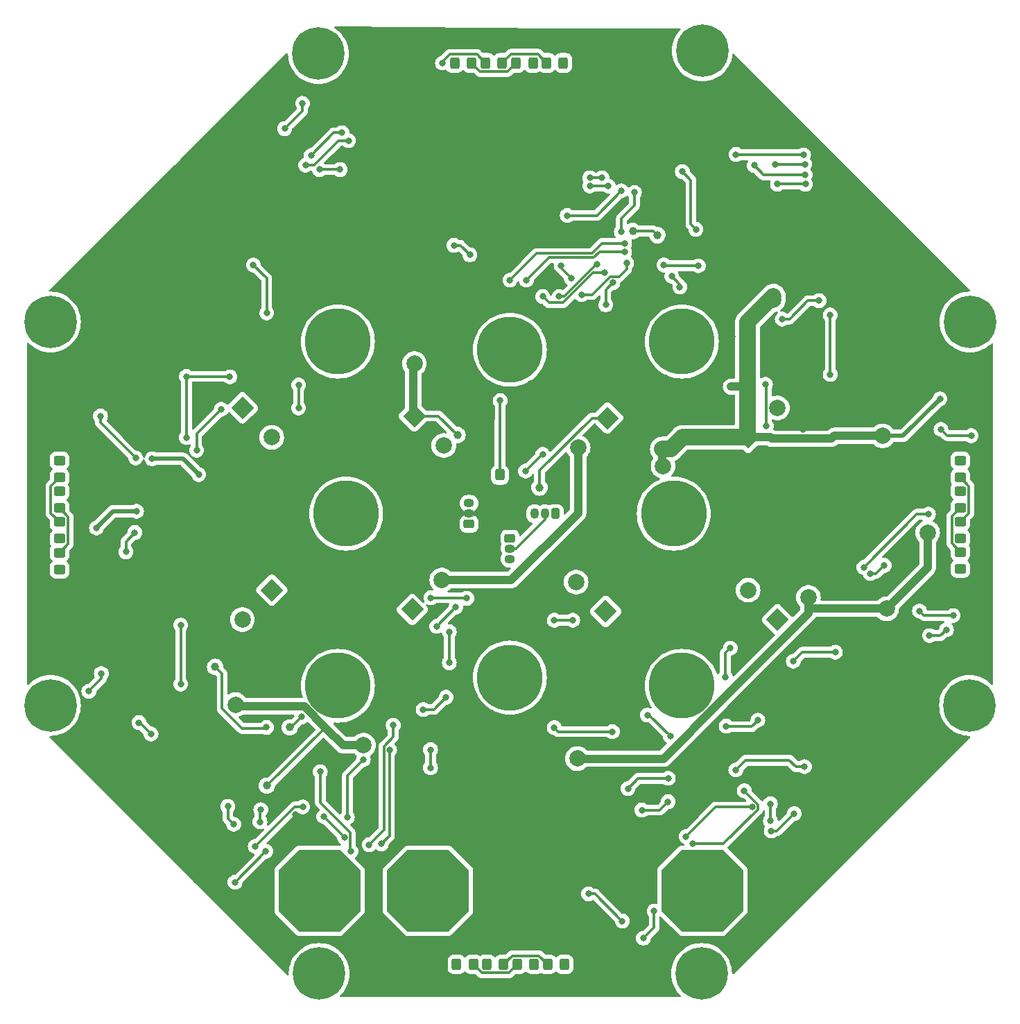
<source format=gbr>
%TF.GenerationSoftware,KiCad,Pcbnew,7.0.6*%
%TF.CreationDate,2023-10-06T12:50:56+02:00*%
%TF.ProjectId,MagLev,4d61674c-6576-42e6-9b69-6361645f7063,V1.0*%
%TF.SameCoordinates,Original*%
%TF.FileFunction,Copper,L2,Bot*%
%TF.FilePolarity,Positive*%
%FSLAX46Y46*%
G04 Gerber Fmt 4.6, Leading zero omitted, Abs format (unit mm)*
G04 Created by KiCad (PCBNEW 7.0.6) date 2023-10-06 12:50:56*
%MOMM*%
%LPD*%
G01*
G04 APERTURE LIST*
G04 Aperture macros list*
%AMRoundRect*
0 Rectangle with rounded corners*
0 $1 Rounding radius*
0 $2 $3 $4 $5 $6 $7 $8 $9 X,Y pos of 4 corners*
0 Add a 4 corners polygon primitive as box body*
4,1,4,$2,$3,$4,$5,$6,$7,$8,$9,$2,$3,0*
0 Add four circle primitives for the rounded corners*
1,1,$1+$1,$2,$3*
1,1,$1+$1,$4,$5*
1,1,$1+$1,$6,$7*
1,1,$1+$1,$8,$9*
0 Add four rect primitives between the rounded corners*
20,1,$1+$1,$2,$3,$4,$5,0*
20,1,$1+$1,$4,$5,$6,$7,0*
20,1,$1+$1,$6,$7,$8,$9,0*
20,1,$1+$1,$8,$9,$2,$3,0*%
%AMRotRect*
0 Rectangle, with rotation*
0 The origin of the aperture is its center*
0 $1 length*
0 $2 width*
0 $3 Rotation angle, in degrees counterclockwise*
0 Add horizontal line*
21,1,$1,$2,0,0,$3*%
%AMOutline5P*
0 Free polygon, 5 corners , with rotation*
0 The origin of the aperture is its center*
0 number of corners: always 5*
0 $1 to $10 corner X, Y*
0 $11 Rotation angle, in degrees counterclockwise*
0 create outline with 5 corners*
4,1,5,$1,$2,$3,$4,$5,$6,$7,$8,$9,$10,$1,$2,$11*%
%AMOutline6P*
0 Free polygon, 6 corners , with rotation*
0 The origin of the aperture is its center*
0 number of corners: always 6*
0 $1 to $12 corner X, Y*
0 $13 Rotation angle, in degrees counterclockwise*
0 create outline with 6 corners*
4,1,6,$1,$2,$3,$4,$5,$6,$7,$8,$9,$10,$11,$12,$1,$2,$13*%
%AMOutline7P*
0 Free polygon, 7 corners , with rotation*
0 The origin of the aperture is its center*
0 number of corners: always 7*
0 $1 to $14 corner X, Y*
0 $15 Rotation angle, in degrees counterclockwise*
0 create outline with 7 corners*
4,1,7,$1,$2,$3,$4,$5,$6,$7,$8,$9,$10,$11,$12,$13,$14,$1,$2,$15*%
%AMOutline8P*
0 Free polygon, 8 corners , with rotation*
0 The origin of the aperture is its center*
0 number of corners: always 8*
0 $1 to $16 corner X, Y*
0 $17 Rotation angle, in degrees counterclockwise*
0 create outline with 8 corners*
4,1,8,$1,$2,$3,$4,$5,$6,$7,$8,$9,$10,$11,$12,$13,$14,$15,$16,$1,$2,$17*%
G04 Aperture macros list end*
%TA.AperFunction,ComponentPad*%
%ADD10C,6.400000*%
%TD*%
%TA.AperFunction,SMDPad,CuDef*%
%ADD11RoundRect,0.250000X-0.450000X0.325000X-0.450000X-0.325000X0.450000X-0.325000X0.450000X0.325000X0*%
%TD*%
%TA.AperFunction,SMDPad,CuDef*%
%ADD12Outline8P,-5.000000X2.500000X-2.500000X5.000000X2.500000X5.000000X5.000000X2.500000X5.000000X-2.500000X2.500000X-5.000000X-2.500000X-5.000000X-5.000000X-2.500000X180.000000*%
%TD*%
%TA.AperFunction,SMDPad,CuDef*%
%ADD13RoundRect,0.250000X-0.325000X-0.450000X0.325000X-0.450000X0.325000X0.450000X-0.325000X0.450000X0*%
%TD*%
%TA.AperFunction,ComponentPad*%
%ADD14C,8.000000*%
%TD*%
%TA.AperFunction,ComponentPad*%
%ADD15RotRect,2.000000X2.000000X315.000000*%
%TD*%
%TA.AperFunction,ComponentPad*%
%ADD16C,2.000000*%
%TD*%
%TA.AperFunction,ComponentPad*%
%ADD17RoundRect,0.249900X0.275100X0.400100X-0.275100X0.400100X-0.275100X-0.400100X0.275100X-0.400100X0*%
%TD*%
%TA.AperFunction,ComponentPad*%
%ADD18O,1.050000X1.300000*%
%TD*%
%TA.AperFunction,ComponentPad*%
%ADD19RotRect,2.000000X2.000000X45.000000*%
%TD*%
%TA.AperFunction,ComponentPad*%
%ADD20RotRect,2.000000X2.000000X225.000000*%
%TD*%
%TA.AperFunction,ComponentPad*%
%ADD21RotRect,2.000000X2.000000X135.000000*%
%TD*%
%TA.AperFunction,ComponentPad*%
%ADD22RoundRect,0.249900X0.400100X-0.275100X0.400100X0.275100X-0.400100X0.275100X-0.400100X-0.275100X0*%
%TD*%
%TA.AperFunction,ComponentPad*%
%ADD23O,1.300000X1.050000*%
%TD*%
%TA.AperFunction,ComponentPad*%
%ADD24RoundRect,0.249900X-0.400100X0.275100X-0.400100X-0.275100X0.400100X-0.275100X0.400100X0.275100X0*%
%TD*%
%TA.AperFunction,ViaPad*%
%ADD25C,0.800000*%
%TD*%
%TA.AperFunction,ViaPad*%
%ADD26C,2.000000*%
%TD*%
%TA.AperFunction,ViaPad*%
%ADD27C,1.000000*%
%TD*%
%TA.AperFunction,Conductor*%
%ADD28C,0.300000*%
%TD*%
%TA.AperFunction,Conductor*%
%ADD29C,1.000000*%
%TD*%
%TA.AperFunction,Conductor*%
%ADD30C,2.000000*%
%TD*%
%TA.AperFunction,Conductor*%
%ADD31C,0.500000*%
%TD*%
G04 APERTURE END LIST*
D10*
%TO.P,H5,1,1*%
%TO.N,Earth*%
X208550000Y-78200000D03*
%TD*%
%TO.P,H2,1,1*%
%TO.N,Earth*%
X129000000Y-45450000D03*
%TD*%
%TO.P,H6,1,1*%
%TO.N,Earth*%
X208500000Y-125000000D03*
%TD*%
%TO.P,H3,1,1*%
%TO.N,Earth*%
X96300000Y-78200000D03*
%TD*%
%TO.P,H1,1,1*%
%TO.N,Earth*%
X175900000Y-45100000D03*
%TD*%
%TO.P,H4,1,1*%
%TO.N,Earth*%
X96300000Y-125000000D03*
%TD*%
%TO.P,H8,1,1*%
%TO.N,Earth*%
X129100000Y-157700000D03*
%TD*%
%TO.P,H7,1,1*%
%TO.N,Earth*%
X175800000Y-157700000D03*
%TD*%
D11*
%TO.P,D14,1,K*%
%TO.N,Net-(D14-K)*%
X97400000Y-102600000D03*
%TO.P,D14,2,A*%
%TO.N,Net-(D14-A)*%
X97400000Y-104650000D03*
%TD*%
D12*
%TO.P,PB2,1,Out*%
%TO.N,/MCU/Touch2*%
X175900000Y-147600000D03*
%TD*%
D11*
%TO.P,D18,1,K*%
%TO.N,Net-(D18-K)*%
X207400000Y-102575000D03*
%TO.P,D18,2,A*%
%TO.N,Net-(D18-A)*%
X207400000Y-104625000D03*
%TD*%
D13*
%TO.P,D20,1,K*%
%TO.N,Net-(D20-K)*%
X156865000Y-46575000D03*
%TO.P,D20,2,A*%
%TO.N,Net-(D20-A)*%
X158915000Y-46575000D03*
%TD*%
%TO.P,D16,1,K*%
%TO.N,Net-(D16-K)*%
X153299998Y-156600000D03*
%TO.P,D16,2,A*%
%TO.N,Net-(D16-A)*%
X155349998Y-156600000D03*
%TD*%
D14*
%TO.P,Y8,*%
%TO.N,*%
X131400000Y-80600000D03*
D15*
%TO.P,Y8,1,1*%
%TO.N,VCC*%
X119725667Y-88682231D03*
D16*
%TO.P,Y8,2,2*%
%TO.N,Net-(Y8-Pad2)*%
X123317769Y-92274333D03*
%TD*%
D17*
%TO.P,U11,1,VDD*%
%TO.N,/Vref+*%
X157940000Y-101600000D03*
D18*
%TO.P,U11,2,GND*%
%TO.N,/Vref-*%
X156670000Y-101600000D03*
%TO.P,U11,3,OUTPUT*%
%TO.N,/H1*%
X155400000Y-101600000D03*
%TD*%
D14*
%TO.P,X2,*%
%TO.N,*%
X132400000Y-101600000D03*
D19*
%TO.P,X2,1,1*%
%TO.N,/X2*%
X140482231Y-113274333D03*
D16*
%TO.P,X2,2,2*%
%TO.N,Net-(X1-Pad2)*%
X144074333Y-109682231D03*
%TD*%
D14*
%TO.P,Y2,*%
%TO.N,*%
X152400000Y-81600000D03*
D15*
%TO.P,Y2,1,1*%
%TO.N,/X1*%
X140725667Y-89682231D03*
D16*
%TO.P,Y2,2,2*%
%TO.N,Net-(Y1-Pad2)*%
X144317769Y-93274333D03*
%TD*%
D13*
%TO.P,D12,1,K*%
%TO.N,Net-(D12-K)*%
X153165000Y-46575000D03*
%TO.P,D12,2,A*%
%TO.N,Net-(D12-A)*%
X155215000Y-46575000D03*
%TD*%
%TO.P,D17,1,K*%
%TO.N,Net-(D13-K)*%
X145875000Y-156600000D03*
%TO.P,D17,2,A*%
%TO.N,Net-(D16-K)*%
X147925000Y-156600000D03*
%TD*%
D11*
%TO.P,D23,1,K*%
%TO.N,Net-(D21-K)*%
X97400000Y-98875001D03*
%TO.P,D23,2,A*%
%TO.N,Net-(D22-K)*%
X97400000Y-100925001D03*
%TD*%
D13*
%TO.P,Q16,1,E*%
%TO.N,GND*%
X149125000Y-96850000D03*
%TO.P,Q16,2,C*%
%TO.N,/MCU/LightSense*%
X151175000Y-96850000D03*
%TD*%
D14*
%TO.P,X1,*%
%TO.N,*%
X172400000Y-101600000D03*
D20*
%TO.P,X1,1,1*%
%TO.N,/Y2*%
X164317769Y-89925667D03*
D16*
%TO.P,X1,2,2*%
%TO.N,Net-(X1-Pad2)*%
X160725667Y-93517769D03*
%TD*%
D14*
%TO.P,Y5,*%
%TO.N,*%
X173400000Y-122600000D03*
D21*
%TO.P,Y5,1,1*%
%TO.N,Net-(Y5-Pad1)*%
X185074333Y-114517769D03*
D16*
%TO.P,Y5,2,2*%
%TO.N,Net-(D34-A)*%
X181482231Y-110925667D03*
%TD*%
D11*
%TO.P,D27,1,K*%
%TO.N,Net-(D21-K)*%
X207400000Y-98825002D03*
%TO.P,D27,2,A*%
%TO.N,Net-(D26-K)*%
X207400000Y-100875002D03*
%TD*%
%TO.P,D19,1,K*%
%TO.N,Net-(D13-K)*%
X207400000Y-95125002D03*
%TO.P,D19,2,A*%
%TO.N,Net-(D18-K)*%
X207400000Y-97175002D03*
%TD*%
D14*
%TO.P,Y9,*%
%TO.N,*%
X131400000Y-122600000D03*
D20*
%TO.P,Y9,1,1*%
%TO.N,Net-(Y8-Pad2)*%
X123317769Y-110925667D03*
D16*
%TO.P,Y9,2,2*%
%TO.N,Net-(D35-A)*%
X119725667Y-114517769D03*
%TD*%
D11*
%TO.P,D26,1,K*%
%TO.N,Net-(D26-K)*%
X207400000Y-106275000D03*
%TO.P,D26,2,A*%
%TO.N,Net-(D26-A)*%
X207400000Y-108325000D03*
%TD*%
D14*
%TO.P,Y6,*%
%TO.N,*%
X173400000Y-80600000D03*
D19*
%TO.P,Y6,1,1*%
%TO.N,VCC*%
X181482231Y-92274333D03*
D16*
%TO.P,Y6,2,2*%
%TO.N,Net-(Y5-Pad1)*%
X185074333Y-88682231D03*
%TD*%
D13*
%TO.P,D25,1,K*%
%TO.N,Net-(D21-K)*%
X149574999Y-156600000D03*
%TO.P,D25,2,A*%
%TO.N,Net-(D24-K)*%
X151624999Y-156600000D03*
%TD*%
D11*
%TO.P,D15,1,K*%
%TO.N,Net-(D13-K)*%
X97400000Y-95124999D03*
%TO.P,D15,2,A*%
%TO.N,Net-(D14-K)*%
X97400000Y-97174999D03*
%TD*%
D22*
%TO.P,U12,1,VDD*%
%TO.N,/Vreg*%
X147400000Y-102870000D03*
D23*
%TO.P,U12,2,GND*%
%TO.N,GND*%
X147400000Y-101600000D03*
%TO.P,U12,3,OUTPUT*%
%TO.N,Net-(U12-OUTPUT)*%
X147400000Y-100330000D03*
%TD*%
D24*
%TO.P,U10,1,VDD*%
%TO.N,/Vref+*%
X152400000Y-104580000D03*
D23*
%TO.P,U10,2,GND*%
%TO.N,/Vref-*%
X152400000Y-105850000D03*
%TO.P,U10,3,OUTPUT*%
%TO.N,/H2*%
X152400000Y-107120000D03*
%TD*%
D12*
%TO.P,PB1,1,Out*%
%TO.N,/MCU/Touch1*%
X129150000Y-147600000D03*
%TD*%
D11*
%TO.P,D22,1,K*%
%TO.N,Net-(D22-K)*%
X97400000Y-106375001D03*
%TO.P,D22,2,A*%
%TO.N,Net-(D22-A)*%
X97400000Y-108425001D03*
%TD*%
D13*
%TO.P,D21,1,K*%
%TO.N,Net-(D21-K)*%
X149414999Y-46575000D03*
%TO.P,D21,2,A*%
%TO.N,Net-(D20-K)*%
X151464999Y-46575000D03*
%TD*%
D12*
%TO.P,PB3,1,Out*%
%TO.N,/MCU/Touch3*%
X142400000Y-147600000D03*
%TD*%
D13*
%TO.P,D13,1,K*%
%TO.N,Net-(D13-K)*%
X145650000Y-46600000D03*
%TO.P,D13,2,A*%
%TO.N,Net-(D12-K)*%
X147700000Y-46600000D03*
%TD*%
%TO.P,D24,1,K*%
%TO.N,Net-(D24-K)*%
X157000000Y-156600000D03*
%TO.P,D24,2,A*%
%TO.N,Net-(D24-A)*%
X159050000Y-156600000D03*
%TD*%
D14*
%TO.P,Y1,*%
%TO.N,*%
X152400000Y-121600000D03*
D21*
%TO.P,Y1,1,1*%
%TO.N,/Y1*%
X164074333Y-113517769D03*
D16*
%TO.P,Y1,2,2*%
%TO.N,Net-(Y1-Pad2)*%
X160482231Y-109925667D03*
%TD*%
D25*
%TO.N,Net-(C1-Pad1)*%
X188350000Y-132475000D03*
X179975000Y-132875000D03*
%TO.N,Net-(U1C--)*%
X182000000Y-137400000D03*
X173900000Y-141000000D03*
D26*
%TO.N,/DR*%
X160625000Y-131475000D03*
D27*
X122702163Y-134783623D03*
D26*
X118900000Y-124900000D03*
X134525000Y-129850000D03*
X198400000Y-113200000D03*
X203400000Y-103900000D03*
X188849500Y-111805278D03*
D25*
X171150000Y-131425000D03*
%TO.N,/Vref+*%
X144600000Y-124000000D03*
X141800000Y-125500000D03*
X164899998Y-128200000D03*
X136700000Y-141900000D03*
X145000000Y-119800000D03*
X137700000Y-130401000D03*
X157800000Y-127700000D03*
X145000000Y-116000000D03*
%TO.N,Net-(U1B-+)*%
X166800000Y-135150000D03*
X171734355Y-133890662D03*
%TO.N,/Vref-*%
X135200000Y-142000000D03*
X138150263Y-127412438D03*
%TO.N,GND*%
X198400000Y-119600000D03*
X183900000Y-63100000D03*
X193125000Y-63325000D03*
X116400000Y-112000000D03*
X117200000Y-107200000D03*
X192200000Y-120800000D03*
X106000000Y-113600000D03*
X193075000Y-65275000D03*
X143900000Y-67850000D03*
X191600000Y-87000000D03*
X112900000Y-82600000D03*
X188800000Y-125200000D03*
X188150000Y-89350000D03*
X151000000Y-146600000D03*
X122200000Y-58300000D03*
X194400000Y-106900000D03*
X106700000Y-99000000D03*
X145150000Y-64887500D03*
X132000000Y-48600000D03*
X116400000Y-110400000D03*
X190000000Y-67400000D03*
X201000000Y-87400000D03*
X143400000Y-59900000D03*
X187700000Y-102900000D03*
X139900000Y-98800000D03*
X152250000Y-59350000D03*
X162150000Y-68600000D03*
X134000000Y-108600000D03*
X198400000Y-121800000D03*
X135700000Y-70800000D03*
X114800000Y-106000000D03*
X157400000Y-65400000D03*
X114400000Y-98850000D03*
X169100000Y-110700000D03*
X133300000Y-85800000D03*
X170400000Y-85600000D03*
X129900000Y-66100000D03*
X172400000Y-58850000D03*
X182205758Y-133739826D03*
X110400000Y-103300000D03*
X165900000Y-102600000D03*
X134400000Y-87300000D03*
X177500000Y-86500000D03*
X197800000Y-87800000D03*
X140500000Y-96200000D03*
X151150000Y-52100000D03*
X135900000Y-67700000D03*
X106000000Y-112000000D03*
X155200000Y-140400000D03*
X179500000Y-80000000D03*
X171700000Y-69600000D03*
X182000000Y-67400000D03*
X134400000Y-85800000D03*
D26*
X136800000Y-47450000D03*
D25*
X135697784Y-65599964D03*
X171700000Y-68000000D03*
X134400000Y-88700000D03*
X133300000Y-88700000D03*
X197800000Y-85800000D03*
X170400000Y-87100000D03*
X116100000Y-67000000D03*
X106600000Y-81600000D03*
X153400000Y-52100000D03*
D26*
X136800000Y-53400000D03*
D25*
X188150000Y-91350000D03*
X171650000Y-87100000D03*
X133300000Y-87300000D03*
X190150000Y-100100000D03*
X122800000Y-55100000D03*
X112200000Y-113000000D03*
X183937500Y-65100000D03*
X201000000Y-85600000D03*
X135700000Y-108600000D03*
X188800000Y-127000000D03*
X121200000Y-62000000D03*
X116100000Y-76400000D03*
X126243393Y-138314440D03*
X142200000Y-96200000D03*
X171650000Y-88600000D03*
X190100000Y-104400000D03*
X170400000Y-88600000D03*
X155200000Y-138400000D03*
X171600000Y-85600000D03*
X169150000Y-58850000D03*
X116100000Y-78100000D03*
X106600000Y-83500000D03*
X170600000Y-54600000D03*
%TO.N,Net-(U2B-+)*%
X142700000Y-132599500D03*
X142700000Y-130400500D03*
X126972724Y-126397058D03*
D27*
X125493908Y-127678171D03*
D25*
%TO.N,Net-(C8-Pad1)*%
X133000000Y-142800000D03*
X129235786Y-133078427D03*
%TO.N,Net-(U2C--)*%
X132195056Y-141104944D03*
X129661433Y-138571321D03*
%TO.N,/Vcc_en*%
X203500000Y-101650000D03*
X195600000Y-108150500D03*
X157800000Y-114600000D03*
X142752899Y-111852899D03*
X147129977Y-111929977D03*
X160064500Y-114600000D03*
%TO.N,/Y1*%
X178700000Y-121575000D03*
X179300746Y-118000000D03*
D27*
%TO.N,/X1*%
X146000000Y-92000000D03*
D25*
X168502000Y-137769626D03*
D26*
X140725667Y-83278863D03*
D25*
X171707835Y-136745607D03*
D27*
%TO.N,/Y2*%
X156000000Y-98400000D03*
D25*
%TO.N,/X2*%
X122665481Y-127678170D03*
D27*
X116400000Y-120300000D03*
D25*
%TO.N,Net-(Q1-B)*%
X192137763Y-118500000D03*
X187000000Y-119600000D03*
%TO.N,Net-(Q3-B)*%
X118200000Y-84900000D03*
X112900000Y-84850000D03*
X106600000Y-103900000D03*
X105505676Y-106252000D03*
X112900000Y-92300000D03*
%TO.N,Net-(Q5-B)*%
X198100000Y-107900000D03*
X196400000Y-108900000D03*
%TO.N,Net-(Q6-B)*%
X191500000Y-84600000D03*
X117950000Y-137325000D03*
X118675000Y-139500000D03*
X191500000Y-77350000D03*
%TO.N,Net-(Q8-B)*%
X112199999Y-115200000D03*
X112200000Y-122400000D03*
%TO.N,/H1*%
X178800000Y-127525000D03*
X182673551Y-126796543D03*
X169175000Y-126175000D03*
X172000000Y-128775000D03*
%TO.N,Net-(U1D-+)*%
X181000000Y-135400000D03*
X174700000Y-141900000D03*
%TO.N,Net-(R13-Pad2)*%
X184200000Y-137000000D03*
X184200000Y-139100000D03*
%TO.N,Net-(U12-OUTPUT)*%
X156400000Y-94350000D03*
X154300000Y-96400000D03*
%TO.N,/H2*%
X132552163Y-138633623D03*
X134500000Y-131625000D03*
X145800000Y-113000000D03*
X143450000Y-115350000D03*
%TO.N,Net-(U2D-+)*%
X121300000Y-142200000D03*
X127106112Y-137379675D03*
%TO.N,Net-(U2B--)*%
X121875000Y-139200000D03*
X121975000Y-137725000D03*
%TO.N,+5V*%
X131650000Y-59600000D03*
X129150000Y-59600000D03*
D27*
X170400000Y-67600000D03*
X167400000Y-67100000D03*
D25*
%TO.N,/MCU/RESET*%
X175400000Y-71350000D03*
X175100000Y-66900000D03*
X173450000Y-59850000D03*
X171200000Y-71250498D03*
D26*
%TO.N,VCC*%
X171000000Y-93700000D03*
D25*
X126600000Y-88682231D03*
X101900000Y-103350000D03*
X121073460Y-71259372D03*
D26*
X197900000Y-92100000D03*
D25*
X126600000Y-85900000D03*
X106800000Y-101300000D03*
X108700000Y-94900000D03*
X179400000Y-86100000D03*
D26*
X171100000Y-95800000D03*
D25*
X122700000Y-77100000D03*
X204900000Y-87600000D03*
X114400000Y-96812500D03*
D26*
X184549054Y-75499054D03*
D25*
%TO.N,Net-(D12-A)*%
X155215000Y-46575000D03*
%TO.N,Net-(D13-K)*%
X145900000Y-156600000D03*
X207549499Y-95125002D03*
X145650000Y-46600000D03*
X131900000Y-55100000D03*
X128141470Y-57858530D03*
X97400000Y-95100000D03*
%TO.N,Net-(D14-A)*%
X97400000Y-104600000D03*
%TO.N,Net-(D16-A)*%
X155349998Y-156600000D03*
%TO.N,Net-(D18-A)*%
X207400000Y-104625000D03*
%TO.N,Net-(D20-A)*%
X158915000Y-46575000D03*
%TO.N,Net-(D21-K)*%
X132679977Y-56070023D03*
X97400000Y-98850000D03*
X127450000Y-59050000D03*
X207400000Y-98825002D03*
X144150000Y-46600000D03*
X149650000Y-156600000D03*
%TO.N,Net-(D22-A)*%
X97400000Y-108350000D03*
%TO.N,Net-(D24-A)*%
X159050000Y-156600000D03*
%TO.N,Net-(D26-A)*%
X207400000Y-108350000D03*
%TO.N,Net-(J4-VBUS)*%
X127076687Y-51526687D03*
X124891470Y-54608530D03*
%TO.N,/MCU/PB3_MOSI*%
X162150000Y-61600000D03*
X164399500Y-61600000D03*
%TO.N,/MCU/PB4_MISO*%
X163650000Y-60600000D03*
X162150500Y-60600000D03*
%TO.N,/MCU/Touch3*%
X184775000Y-58950000D03*
X159400000Y-65200000D03*
X166000000Y-62200000D03*
X188400000Y-58950000D03*
X142400000Y-149500000D03*
%TO.N,/MCU/Touch1*%
X156400000Y-75100000D03*
X129150000Y-150531000D03*
X164000000Y-72200000D03*
%TO.N,/MCU/Touch2*%
X163000000Y-71200000D03*
X175900000Y-149500000D03*
X158400000Y-75100000D03*
%TO.N,Net-(D37-A)*%
X170000000Y-150100000D03*
X168700000Y-153400000D03*
%TO.N,/MCU/LightSense*%
X151200000Y-87800500D03*
X164975498Y-73399500D03*
X164091901Y-76099500D03*
%TO.N,/En_sig*%
X172150500Y-72600000D03*
X173129977Y-73929977D03*
%TO.N,Net-(Q18-B)*%
X190150000Y-75600000D03*
X185650000Y-77850000D03*
%TO.N,/MCU/LED_WH*%
X166400000Y-69651814D03*
X154400000Y-73100000D03*
%TO.N,/MCU/LED_UV*%
X166400000Y-68600000D03*
X152400000Y-73100000D03*
%TO.N,/MCU/TouchCom*%
X166000000Y-67200000D03*
X166650000Y-71000000D03*
X167600000Y-62400000D03*
X161150000Y-74850000D03*
%TO.N,/CoilPWM*%
X183700000Y-90900000D03*
X114150000Y-93850000D03*
X183600000Y-85800000D03*
X117150000Y-88850000D03*
%TO.N,/MCU/TXD0*%
X145550500Y-68850000D03*
X159891220Y-72858280D03*
X158650000Y-71350500D03*
X147505532Y-70005532D03*
%TO.N,Net-(D36-K)*%
X100975000Y-123275000D03*
X205700000Y-115750000D03*
X118825000Y-146575000D03*
X182225216Y-59100216D03*
X188450000Y-60250000D03*
X102500000Y-121100000D03*
X203625000Y-116475000D03*
X208725000Y-92075000D03*
X122600000Y-142800000D03*
X205025000Y-91300000D03*
%TO.N,Net-(D37-K)*%
X187100000Y-138200000D03*
X184300000Y-140300000D03*
%TO.N,Net-(D41-A)*%
X102400000Y-89675000D03*
X106700000Y-94800000D03*
%TO.N,Net-(D43-A)*%
X108575216Y-128475216D03*
X107100000Y-127100000D03*
%TO.N,Net-(D47-A)*%
X202400000Y-113475000D03*
X206525000Y-114025000D03*
%TO.N,Net-(D49-K)*%
X188475000Y-61375000D03*
X185061940Y-61375000D03*
%TO.N,/MCU/LED_bot*%
X180000000Y-57750000D03*
X162000000Y-148000000D03*
X188256940Y-57800000D03*
X166112500Y-151312500D03*
%TD*%
D28*
%TO.N,Net-(C1-Pad1)*%
X181156081Y-131693919D02*
X186518919Y-131693919D01*
X186518919Y-131693919D02*
X187300000Y-132475000D01*
X179975000Y-132875000D02*
X181156081Y-131693919D01*
X187300000Y-132475000D02*
X188350000Y-132475000D01*
%TO.N,Net-(U1C--)*%
X177500000Y-137400000D02*
X182000000Y-137400000D01*
X173900000Y-141000000D02*
X177500000Y-137400000D01*
D29*
%TO.N,/DR*%
X198400000Y-113200000D02*
X188899500Y-113200000D01*
X188849500Y-111805278D02*
X188849500Y-113250000D01*
X132006024Y-129850000D02*
X134525000Y-129850000D01*
X178098000Y-124502000D02*
X188849500Y-113750500D01*
X178098000Y-124545976D02*
X178098000Y-124502000D01*
X203400000Y-103900000D02*
X203400000Y-108200000D01*
X127281024Y-125125000D02*
X129853012Y-127696988D01*
X171143976Y-131500000D02*
X178098000Y-124545976D01*
X160625000Y-131475000D02*
X160650000Y-131500000D01*
X188899500Y-113200000D02*
X188849500Y-113250000D01*
X160650000Y-131500000D02*
X171143976Y-131500000D01*
X129853012Y-127696988D02*
X132006024Y-129850000D01*
X188849500Y-113750500D02*
X188849500Y-113250000D01*
X119125000Y-125125000D02*
X127281024Y-125125000D01*
D28*
X122702163Y-134783623D02*
X122766377Y-134783623D01*
X122766377Y-134783623D02*
X129853012Y-127696988D01*
D29*
X203400000Y-108200000D02*
X198400000Y-113200000D01*
X118900000Y-124900000D02*
X119125000Y-125125000D01*
D28*
%TO.N,/Vref+*%
X145000000Y-116000000D02*
X145000000Y-119800000D01*
X158300000Y-128200000D02*
X164899998Y-128200000D01*
X137700000Y-140900000D02*
X136700000Y-141900000D01*
X157800000Y-127700000D02*
X158300000Y-128200000D01*
X143100000Y-125500000D02*
X144600000Y-124000000D01*
X141800000Y-125500000D02*
X143100000Y-125500000D01*
X137700000Y-130401000D02*
X137700000Y-140900000D01*
%TO.N,Net-(U1B-+)*%
X171734355Y-133890662D02*
X168059338Y-133890662D01*
X168059338Y-133890662D02*
X166800000Y-135150000D01*
%TO.N,/Vref-*%
X156670000Y-102300000D02*
X153120000Y-105850000D01*
X137000000Y-140200000D02*
X135200000Y-142000000D01*
X138150263Y-128849737D02*
X137000000Y-130000000D01*
X153120000Y-105850000D02*
X152400000Y-105850000D01*
X138150263Y-127412438D02*
X138150263Y-128849737D01*
X137000000Y-130000000D02*
X137000000Y-140200000D01*
X156670000Y-101600000D02*
X156670000Y-102300000D01*
%TO.N,Net-(U2B-+)*%
X126972724Y-126397058D02*
X125691611Y-127678171D01*
X125691611Y-127678171D02*
X125493908Y-127678171D01*
X142700000Y-132599500D02*
X142700000Y-130400500D01*
%TO.N,Net-(C8-Pad1)*%
X129235786Y-133078427D02*
X129235786Y-136835786D01*
X132875056Y-140475056D02*
X132875056Y-142463390D01*
X129235786Y-136835786D02*
X132875056Y-140475056D01*
X133211666Y-142800000D02*
X133000000Y-142800000D01*
X132875056Y-142463390D02*
X133211666Y-142800000D01*
%TO.N,Net-(U2C--)*%
X132195056Y-141104944D02*
X129661433Y-138571321D01*
%TO.N,/Vcc_en*%
X147052899Y-111852899D02*
X147129977Y-111929977D01*
X142752899Y-111852899D02*
X147052899Y-111852899D01*
X157800000Y-114600000D02*
X160064500Y-114600000D01*
X202100500Y-101650000D02*
X203500000Y-101650000D01*
X195600000Y-108150500D02*
X202100500Y-101650000D01*
%TO.N,/Y1*%
X178700000Y-118600746D02*
X179300746Y-118000000D01*
X178700000Y-121575000D02*
X178700000Y-118600746D01*
D29*
%TO.N,/X1*%
X140600000Y-83404530D02*
X140600000Y-89556564D01*
D28*
X146000000Y-92000000D02*
X143682231Y-89682231D01*
X170683816Y-137769626D02*
X168502000Y-137769626D01*
D29*
X140600000Y-89556564D02*
X140725667Y-89682231D01*
X140725667Y-83278863D02*
X140600000Y-83404530D01*
D28*
X143682231Y-89682231D02*
X140725667Y-89682231D01*
X171707835Y-136745607D02*
X170683816Y-137769626D01*
%TO.N,/Y2*%
X162408580Y-89925667D02*
X164317769Y-89925667D01*
X156000000Y-98400000D02*
X156000000Y-96334247D01*
X156000000Y-96334247D02*
X162408580Y-89925667D01*
%TO.N,/X2*%
X119675163Y-127800163D02*
X117250000Y-125375000D01*
X122665481Y-127678170D02*
X122543488Y-127800163D01*
X117250000Y-125375000D02*
X117250000Y-121150000D01*
X122543488Y-127800163D02*
X119675163Y-127800163D01*
X117250000Y-121150000D02*
X116400000Y-120300000D01*
D29*
%TO.N,Net-(X1-Pad2)*%
X160725667Y-101524333D02*
X152567769Y-109682231D01*
X152567769Y-109682231D02*
X144074333Y-109682231D01*
X160725667Y-93517769D02*
X160725667Y-101524333D01*
D28*
%TO.N,Net-(Q1-B)*%
X192137763Y-118500000D02*
X188100000Y-118500000D01*
X188100000Y-118500000D02*
X187000000Y-119600000D01*
%TO.N,Net-(Q3-B)*%
X106600000Y-103900000D02*
X105505676Y-104994324D01*
X105505676Y-104994324D02*
X105505676Y-106252000D01*
X118150000Y-84850000D02*
X112900000Y-84850000D01*
X112900000Y-92300000D02*
X112900000Y-84850000D01*
X118200000Y-84900000D02*
X118150000Y-84850000D01*
%TO.N,Net-(Q5-B)*%
X196400000Y-108900000D02*
X197100000Y-108900000D01*
X197100000Y-108900000D02*
X198100000Y-107900000D01*
%TO.N,Net-(Q6-B)*%
X117950000Y-138775000D02*
X117950000Y-137325000D01*
X118675000Y-139500000D02*
X117950000Y-138775000D01*
X191500000Y-84600000D02*
X191500000Y-77350000D01*
%TO.N,Net-(Q8-B)*%
X112200000Y-122400000D02*
X112199999Y-115200000D01*
%TO.N,/H1*%
X178850000Y-127575000D02*
X178800000Y-127525000D01*
X182673551Y-126796543D02*
X182673551Y-126851449D01*
X169175000Y-126175000D02*
X169400000Y-126175000D01*
X169400000Y-126175000D02*
X172000000Y-128775000D01*
X181950000Y-127575000D02*
X178850000Y-127575000D01*
X182673551Y-126851449D02*
X181950000Y-127575000D01*
%TO.N,Net-(U1D-+)*%
X182680000Y-137681666D02*
X182680000Y-137080000D01*
X182680000Y-137080000D02*
X181000000Y-135400000D01*
X178461666Y-141900000D02*
X182680000Y-137681666D01*
X174700000Y-141900000D02*
X178461666Y-141900000D01*
%TO.N,Net-(R13-Pad2)*%
X184200000Y-139100000D02*
X184200000Y-137000000D01*
%TO.N,Net-(U12-OUTPUT)*%
X156350000Y-94350000D02*
X154300000Y-96400000D01*
X156400000Y-94350000D02*
X156350000Y-94350000D01*
%TO.N,/H2*%
X132552163Y-133572837D02*
X134500000Y-131625000D01*
X132552163Y-138633623D02*
X132552163Y-133572837D01*
X143450000Y-115350000D02*
X145800000Y-113000000D01*
%TO.N,Net-(U2D-+)*%
X126120325Y-137379675D02*
X127106112Y-137379675D01*
X121300000Y-142200000D02*
X126120325Y-137379675D01*
%TO.N,Net-(U2B--)*%
X121875000Y-139200000D02*
X121875000Y-137825000D01*
X121875000Y-137825000D02*
X121975000Y-137725000D01*
%TO.N,+5V*%
X129150000Y-59600000D02*
X131650000Y-59600000D01*
X169900000Y-67100000D02*
X170400000Y-67600000D01*
X167400000Y-67100000D02*
X169900000Y-67100000D01*
%TO.N,/MCU/RESET*%
X171200000Y-71250498D02*
X171299502Y-71350000D01*
X174495023Y-66295023D02*
X174495023Y-60895023D01*
X171299502Y-71350000D02*
X175400000Y-71350000D01*
X174495023Y-60895023D02*
X173450000Y-59850000D01*
X175100000Y-66900000D02*
X174495023Y-66295023D01*
D30*
%TO.N,VCC*%
X181482231Y-92274333D02*
X181400000Y-92192102D01*
X172050000Y-93700000D02*
X171000000Y-93700000D01*
D29*
X197900000Y-92100000D02*
X192000000Y-92100000D01*
X192000000Y-92100000D02*
X191652000Y-92448000D01*
D30*
X181400000Y-92192102D02*
X181400000Y-86100000D01*
D31*
X108700000Y-94900000D02*
X112487500Y-94900000D01*
D28*
X126600000Y-85900000D02*
X126600000Y-88682231D01*
D29*
X184342904Y-92448000D02*
X184169237Y-92274333D01*
D30*
X181400000Y-86100000D02*
X181400000Y-78195933D01*
D29*
X179400000Y-86100000D02*
X181400000Y-86100000D01*
D31*
X103900000Y-101300000D02*
X106800000Y-101300000D01*
D30*
X181482231Y-92274333D02*
X173475667Y-92274333D01*
D31*
X204900000Y-87600000D02*
X200400000Y-92100000D01*
X112487500Y-94900000D02*
X114400000Y-96812500D01*
D29*
X171000000Y-95700000D02*
X171100000Y-95800000D01*
D30*
X181400000Y-78195933D02*
X184549054Y-75046879D01*
D28*
X122700000Y-72885912D02*
X121073460Y-71259372D01*
D31*
X101900000Y-103350000D02*
X101900000Y-103300000D01*
X101900000Y-103300000D02*
X103900000Y-101300000D01*
D30*
X173475667Y-92274333D02*
X172050000Y-93700000D01*
D29*
X171000000Y-93700000D02*
X171000000Y-95700000D01*
X184169237Y-92274333D02*
X181482231Y-92274333D01*
X191652000Y-92448000D02*
X184342904Y-92448000D01*
D31*
X200400000Y-92100000D02*
X197900000Y-92100000D01*
D28*
X122700000Y-77100000D02*
X122700000Y-72885912D01*
%TO.N,Net-(D12-K)*%
X152115000Y-47625000D02*
X153165000Y-46575000D01*
X148725000Y-47625000D02*
X152115000Y-47625000D01*
X147700000Y-46600000D02*
X148725000Y-47625000D01*
%TO.N,Net-(D13-K)*%
X130900000Y-55100000D02*
X128141470Y-57858530D01*
X145875000Y-156600000D02*
X145900000Y-156600000D01*
X131900000Y-55100000D02*
X130900000Y-55100000D01*
X97400000Y-95124999D02*
X97400000Y-95100000D01*
%TO.N,Net-(D14-K)*%
X96350000Y-101550000D02*
X96350000Y-98224999D01*
X96350000Y-98224999D02*
X97400000Y-97174999D01*
X97400000Y-102600000D02*
X96350000Y-101550000D01*
%TO.N,Net-(D14-A)*%
X97400000Y-104650000D02*
X97400000Y-104600000D01*
%TO.N,Net-(D16-K)*%
X152249998Y-157650000D02*
X153299998Y-156600000D01*
X147925000Y-156600000D02*
X148975000Y-157650000D01*
X148975000Y-157650000D02*
X152249998Y-157650000D01*
%TO.N,Net-(D18-K)*%
X207400000Y-97175002D02*
X208450000Y-98225002D01*
X208450000Y-98225002D02*
X208450000Y-101525000D01*
X208450000Y-101525000D02*
X207400000Y-102575000D01*
%TO.N,Net-(D20-K)*%
X152514999Y-45525000D02*
X155815000Y-45525000D01*
X151464999Y-46575000D02*
X152514999Y-45525000D01*
X155815000Y-45525000D02*
X156865000Y-46575000D01*
%TO.N,Net-(D21-K)*%
X149574999Y-156600000D02*
X149650000Y-156600000D01*
X144150000Y-46600000D02*
X144150000Y-46476472D01*
X128450000Y-59050000D02*
X131429977Y-56070023D01*
X148389999Y-45550000D02*
X149414999Y-46575000D01*
X131429977Y-56070023D02*
X132679977Y-56070023D01*
X127450000Y-59050000D02*
X128450000Y-59050000D01*
X144150000Y-46476472D02*
X145076472Y-45550000D01*
X145076472Y-45550000D02*
X148389999Y-45550000D01*
X97400000Y-98875001D02*
X97400000Y-98850000D01*
%TO.N,Net-(D22-K)*%
X98450000Y-105325001D02*
X98450000Y-101975001D01*
X97400000Y-106375001D02*
X98450000Y-105325001D01*
X98450000Y-101975001D02*
X97400000Y-100925001D01*
%TO.N,Net-(D22-A)*%
X97400000Y-108425001D02*
X97400000Y-108350000D01*
%TO.N,Net-(D24-K)*%
X152674999Y-155550000D02*
X155950000Y-155550000D01*
X151624999Y-156600000D02*
X152674999Y-155550000D01*
X155950000Y-155550000D02*
X157000000Y-156600000D01*
%TO.N,Net-(D26-K)*%
X207400000Y-100875002D02*
X206350000Y-101925002D01*
X206350000Y-101925002D02*
X206350000Y-105225000D01*
X206350000Y-105225000D02*
X207400000Y-106275000D01*
%TO.N,Net-(D26-A)*%
X207400000Y-108325000D02*
X207400000Y-108350000D01*
%TO.N,Net-(J4-VBUS)*%
X127076687Y-52423313D02*
X127076687Y-51526687D01*
X124891470Y-54608530D02*
X127076687Y-52423313D01*
%TO.N,/MCU/PB3_MOSI*%
X164399500Y-61600000D02*
X162150000Y-61600000D01*
%TO.N,/MCU/PB4_MISO*%
X162150500Y-60600000D02*
X163650000Y-60600000D01*
%TO.N,/MCU/Touch3*%
X166000000Y-62200000D02*
X163000000Y-65200000D01*
X188400000Y-58950000D02*
X184775000Y-58950000D01*
X163000000Y-65200000D02*
X159400000Y-65200000D01*
%TO.N,/MCU/Touch1*%
X157150000Y-75850000D02*
X158900000Y-75850000D01*
X158900000Y-75850000D02*
X162550000Y-72200000D01*
X162550000Y-72200000D02*
X164000000Y-72200000D01*
X156400000Y-75100000D02*
X157150000Y-75850000D01*
%TO.N,/MCU/Touch2*%
X162946130Y-71200000D02*
X163000000Y-71200000D01*
X159046130Y-75100000D02*
X162946130Y-71200000D01*
X158400000Y-75100000D02*
X159046130Y-75100000D01*
%TO.N,Net-(D37-A)*%
X170000000Y-152100000D02*
X168700000Y-153400000D01*
X170000000Y-150100000D02*
X170000000Y-152100000D01*
%TO.N,/MCU/LightSense*%
X151200000Y-90261953D02*
X151175000Y-90286953D01*
X164091901Y-76099500D02*
X164091901Y-74283097D01*
X164091901Y-74283097D02*
X164975498Y-73399500D01*
X151175000Y-90286953D02*
X151175000Y-96850000D01*
X151200000Y-87800500D02*
X151200000Y-90261953D01*
%TO.N,/En_sig*%
X173129977Y-73929977D02*
X173129977Y-73579477D01*
X173129977Y-73579477D02*
X172150500Y-72600000D01*
%TO.N,Net-(Q18-B)*%
X185650000Y-77850000D02*
X186550000Y-77850000D01*
X188800000Y-75600000D02*
X190150000Y-75600000D01*
X186550000Y-77850000D02*
X188800000Y-75600000D01*
%TO.N,/MCU/LED_WH*%
X157150000Y-70350000D02*
X154400000Y-73100000D01*
X166348186Y-69600000D02*
X163357106Y-69600000D01*
X163357106Y-69600000D02*
X162607106Y-70350000D01*
X162607106Y-70350000D02*
X157150000Y-70350000D01*
X166400000Y-69651814D02*
X166348186Y-69600000D01*
%TO.N,/MCU/LED_UV*%
X162400000Y-69850000D02*
X155650000Y-69850000D01*
X163650000Y-68600000D02*
X162400000Y-69850000D01*
X166400000Y-68600000D02*
X163650000Y-68600000D01*
X155650000Y-69850000D02*
X152400000Y-73100000D01*
%TO.N,/MCU/TouchCom*%
X166000000Y-65600000D02*
X166000000Y-67200000D01*
X166650000Y-71774498D02*
X165774998Y-72649500D01*
X161150000Y-74850000D02*
X162464337Y-74850000D01*
X164664837Y-72649500D02*
X165774998Y-72649500D01*
X162464337Y-74850000D02*
X164664837Y-72649500D01*
X167600000Y-64000000D02*
X166000000Y-65600000D01*
X167600000Y-62400000D02*
X167600000Y-64000000D01*
X166650000Y-71000000D02*
X166650000Y-71774498D01*
%TO.N,/CoilPWM*%
X183700000Y-85900000D02*
X183600000Y-85800000D01*
X114150000Y-93850000D02*
X114150000Y-91850000D01*
X114150000Y-91850000D02*
X117150000Y-88850000D01*
X183700000Y-90900000D02*
X183700000Y-85900000D01*
%TO.N,/MCU/TXD0*%
X158650000Y-71617060D02*
X159891220Y-72858280D01*
X146350000Y-68850000D02*
X145550500Y-68850000D01*
X158650000Y-71350500D02*
X158650000Y-71617060D01*
X147505532Y-70005532D02*
X146350000Y-68850000D01*
%TO.N,Net-(D36-K)*%
X100975000Y-123275000D02*
X102500000Y-121750000D01*
X205800000Y-92075000D02*
X208725000Y-92075000D01*
X188450000Y-60250000D02*
X183375000Y-60250000D01*
X183375000Y-60250000D02*
X182225216Y-59100216D01*
X118825000Y-146575000D02*
X122600000Y-142800000D01*
X205025000Y-91300000D02*
X205800000Y-92075000D01*
X102500000Y-121750000D02*
X102500000Y-121100000D01*
X204975000Y-116475000D02*
X205700000Y-115750000D01*
X203625000Y-116475000D02*
X204975000Y-116475000D01*
%TO.N,Net-(D37-K)*%
X187100000Y-138200000D02*
X185000000Y-140300000D01*
X185000000Y-140300000D02*
X184300000Y-140300000D01*
%TO.N,Net-(D41-A)*%
X106700000Y-94800000D02*
X102400000Y-90500000D01*
X102400000Y-90500000D02*
X102400000Y-89675000D01*
%TO.N,Net-(D43-A)*%
X107200000Y-127100000D02*
X108575216Y-128475216D01*
X107100000Y-127100000D02*
X107200000Y-127100000D01*
%TO.N,Net-(D47-A)*%
X202950000Y-114025000D02*
X202400000Y-113475000D01*
X206525000Y-114025000D02*
X202950000Y-114025000D01*
%TO.N,Net-(D49-K)*%
X188475000Y-61375000D02*
X185061940Y-61375000D01*
%TO.N,/MCU/LED_bot*%
X162800000Y-148000000D02*
X162000000Y-148000000D01*
X166112500Y-151312500D02*
X162800000Y-148000000D01*
X180050000Y-57800000D02*
X180000000Y-57750000D01*
X188256940Y-57800000D02*
X180050000Y-57800000D01*
%TD*%
%TA.AperFunction,Conductor*%
%TO.N,GND*%
G36*
X157900000Y-42350000D02*
G01*
X173117341Y-42350000D01*
X173184380Y-42369685D01*
X173230135Y-42422489D01*
X173240079Y-42491647D01*
X173211054Y-42555203D01*
X173205022Y-42561681D01*
X173146222Y-42620480D01*
X173146215Y-42620488D01*
X172902122Y-42921917D01*
X172690877Y-43247206D01*
X172514787Y-43592802D01*
X172375788Y-43954905D01*
X172275397Y-44329570D01*
X172275397Y-44329572D01*
X172214722Y-44712660D01*
X172194422Y-45099999D01*
X172194422Y-45100000D01*
X172214722Y-45487339D01*
X172265139Y-45805663D01*
X172275398Y-45870433D01*
X172369178Y-46220427D01*
X172375788Y-46245094D01*
X172514787Y-46607197D01*
X172690877Y-46952793D01*
X172902122Y-47278082D01*
X173096937Y-47518658D01*
X173146219Y-47579516D01*
X173420484Y-47853781D01*
X173420488Y-47853784D01*
X173721917Y-48097877D01*
X174047206Y-48309122D01*
X174047211Y-48309125D01*
X174392806Y-48485214D01*
X174754913Y-48624214D01*
X175129567Y-48724602D01*
X175512662Y-48785278D01*
X175878576Y-48804455D01*
X175899999Y-48805578D01*
X175900000Y-48805578D01*
X175900001Y-48805578D01*
X175920301Y-48804514D01*
X176287338Y-48785278D01*
X176670433Y-48724602D01*
X177045087Y-48624214D01*
X177407194Y-48485214D01*
X177752789Y-48309125D01*
X178078084Y-48097876D01*
X178379516Y-47853781D01*
X178653781Y-47579516D01*
X178897876Y-47278084D01*
X179109125Y-46952789D01*
X179285214Y-46607194D01*
X179424214Y-46245087D01*
X179524602Y-45870433D01*
X179574835Y-45553271D01*
X179604764Y-45490137D01*
X179664076Y-45453206D01*
X179733938Y-45454204D01*
X179784989Y-45484989D01*
X208585315Y-74285315D01*
X208618800Y-74346638D01*
X208613816Y-74416330D01*
X208571944Y-74472263D01*
X208506480Y-74496680D01*
X208504124Y-74496826D01*
X208162660Y-74514722D01*
X207779572Y-74575397D01*
X207779570Y-74575397D01*
X207404905Y-74675788D01*
X207042802Y-74814787D01*
X206697206Y-74990877D01*
X206371917Y-75202122D01*
X206070488Y-75446215D01*
X206070480Y-75446222D01*
X205796222Y-75720480D01*
X205796215Y-75720488D01*
X205552122Y-76021917D01*
X205340883Y-76347197D01*
X205340878Y-76347204D01*
X205164787Y-76692802D01*
X205025788Y-77054905D01*
X204925397Y-77429570D01*
X204925397Y-77429572D01*
X204864722Y-77812660D01*
X204844422Y-78199999D01*
X204844422Y-78200000D01*
X204864722Y-78587339D01*
X204925397Y-78970427D01*
X204925397Y-78970429D01*
X205025788Y-79345094D01*
X205164787Y-79707197D01*
X205340877Y-80052793D01*
X205552122Y-80378082D01*
X205552124Y-80378084D01*
X205796219Y-80679516D01*
X206070484Y-80953781D01*
X206070488Y-80953784D01*
X206371917Y-81197877D01*
X206697206Y-81409122D01*
X206697211Y-81409125D01*
X207042806Y-81585214D01*
X207404913Y-81724214D01*
X207779567Y-81824602D01*
X208162662Y-81885278D01*
X208528576Y-81904455D01*
X208549999Y-81905578D01*
X208550000Y-81905578D01*
X208550001Y-81905578D01*
X208570301Y-81904514D01*
X208937338Y-81885278D01*
X209320433Y-81824602D01*
X209695087Y-81724214D01*
X210057194Y-81585214D01*
X210402789Y-81409125D01*
X210728084Y-81197876D01*
X211029516Y-80953781D01*
X211188322Y-80794974D01*
X211249642Y-80761492D01*
X211319333Y-80766476D01*
X211375267Y-80808347D01*
X211399684Y-80873812D01*
X211400000Y-80882658D01*
X211400000Y-122367341D01*
X211380315Y-122434380D01*
X211327511Y-122480135D01*
X211258353Y-122490079D01*
X211194797Y-122461054D01*
X211188319Y-122455022D01*
X210979519Y-122246222D01*
X210979511Y-122246215D01*
X210678082Y-122002122D01*
X210352793Y-121790877D01*
X210007197Y-121614787D01*
X209645094Y-121475788D01*
X209645087Y-121475786D01*
X209270433Y-121375398D01*
X209270429Y-121375397D01*
X209270428Y-121375397D01*
X208887339Y-121314722D01*
X208500001Y-121294422D01*
X208499999Y-121294422D01*
X208112660Y-121314722D01*
X207729572Y-121375397D01*
X207729570Y-121375397D01*
X207354905Y-121475788D01*
X206992802Y-121614787D01*
X206647206Y-121790877D01*
X206321917Y-122002122D01*
X206020488Y-122246215D01*
X206020480Y-122246222D01*
X205746222Y-122520480D01*
X205746215Y-122520488D01*
X205502122Y-122821917D01*
X205290877Y-123147206D01*
X205114787Y-123492802D01*
X204975788Y-123854905D01*
X204875397Y-124229570D01*
X204875397Y-124229572D01*
X204814722Y-124612660D01*
X204794422Y-124999999D01*
X204794422Y-125000000D01*
X204814722Y-125387339D01*
X204862383Y-125688259D01*
X204875398Y-125770433D01*
X204973814Y-126137729D01*
X204975788Y-126145094D01*
X205114787Y-126507197D01*
X205290877Y-126852793D01*
X205502122Y-127178082D01*
X205691899Y-127412437D01*
X205746219Y-127479516D01*
X206020484Y-127753781D01*
X206116726Y-127831716D01*
X206321917Y-127997877D01*
X206647206Y-128209122D01*
X206647211Y-128209125D01*
X206992806Y-128385214D01*
X207354913Y-128524214D01*
X207729567Y-128624602D01*
X208112662Y-128685278D01*
X208500000Y-128705578D01*
X208500005Y-128705577D01*
X208501633Y-128705663D01*
X208567550Y-128728829D01*
X208610479Y-128783955D01*
X208616789Y-128853539D01*
X208584478Y-128915489D01*
X208582824Y-128917174D01*
X192650000Y-144850000D01*
X179717174Y-157782824D01*
X179655851Y-157816309D01*
X179586159Y-157811325D01*
X179530226Y-157769453D01*
X179505809Y-157703989D01*
X179505663Y-157701633D01*
X179505578Y-157700002D01*
X179505578Y-157700000D01*
X179485278Y-157312662D01*
X179424602Y-156929567D01*
X179324214Y-156554913D01*
X179185214Y-156192806D01*
X179009125Y-155847211D01*
X178940882Y-155742126D01*
X178797877Y-155521917D01*
X178553784Y-155220488D01*
X178553781Y-155220484D01*
X178279516Y-154946219D01*
X177978084Y-154702124D01*
X177978082Y-154702122D01*
X177652793Y-154490877D01*
X177307197Y-154314787D01*
X176945094Y-154175788D01*
X176945087Y-154175786D01*
X176570433Y-154075398D01*
X176570429Y-154075397D01*
X176570428Y-154075397D01*
X176187339Y-154014722D01*
X175800001Y-153994422D01*
X175799999Y-153994422D01*
X175412660Y-154014722D01*
X175029572Y-154075397D01*
X175029570Y-154075397D01*
X174654905Y-154175788D01*
X174292802Y-154314787D01*
X173947206Y-154490877D01*
X173621917Y-154702122D01*
X173320488Y-154946215D01*
X173320480Y-154946222D01*
X173046222Y-155220480D01*
X173046215Y-155220488D01*
X172802122Y-155521917D01*
X172590877Y-155847206D01*
X172414787Y-156192802D01*
X172275788Y-156554905D01*
X172175397Y-156929570D01*
X172175397Y-156929572D01*
X172114722Y-157312660D01*
X172094422Y-157699999D01*
X172094422Y-157700000D01*
X172114722Y-158087339D01*
X172175397Y-158470427D01*
X172175397Y-158470429D01*
X172275788Y-158845094D01*
X172414787Y-159207197D01*
X172590877Y-159552793D01*
X172802122Y-159878082D01*
X173046215Y-160179511D01*
X173046222Y-160179519D01*
X173255022Y-160388319D01*
X173288507Y-160449642D01*
X173283523Y-160519334D01*
X173241651Y-160575267D01*
X173176187Y-160599684D01*
X173167341Y-160600000D01*
X154900000Y-160600000D01*
X131732659Y-160600000D01*
X131665620Y-160580315D01*
X131619865Y-160527511D01*
X131609921Y-160458353D01*
X131638946Y-160394797D01*
X131644978Y-160388319D01*
X131644978Y-160388318D01*
X131853781Y-160179516D01*
X132097876Y-159878084D01*
X132309125Y-159552789D01*
X132485214Y-159207194D01*
X132624214Y-158845087D01*
X132724602Y-158470433D01*
X132785278Y-158087338D01*
X132805578Y-157700000D01*
X132785278Y-157312662D01*
X132751596Y-157100001D01*
X144799500Y-157100001D01*
X144799501Y-157100019D01*
X144810000Y-157202796D01*
X144810001Y-157202799D01*
X144850000Y-157323505D01*
X144865186Y-157369334D01*
X144957288Y-157518656D01*
X145081344Y-157642712D01*
X145230666Y-157734814D01*
X145397203Y-157789999D01*
X145499991Y-157800500D01*
X146250008Y-157800499D01*
X146250016Y-157800498D01*
X146250019Y-157800498D01*
X146317075Y-157793648D01*
X146352797Y-157789999D01*
X146519334Y-157734814D01*
X146668656Y-157642712D01*
X146792712Y-157518656D01*
X146794461Y-157515819D01*
X146796169Y-157514283D01*
X146797193Y-157512989D01*
X146797414Y-157513163D01*
X146846406Y-157469096D01*
X146915368Y-157457872D01*
X146979451Y-157485713D01*
X147005537Y-157515817D01*
X147007288Y-157518656D01*
X147131344Y-157642712D01*
X147280666Y-157734814D01*
X147447203Y-157789999D01*
X147549991Y-157800500D01*
X148154191Y-157800499D01*
X148221230Y-157820183D01*
X148241872Y-157836818D01*
X148454564Y-158049510D01*
X148464635Y-158062080D01*
X148464822Y-158061926D01*
X148469796Y-158067937D01*
X148469798Y-158067940D01*
X148489253Y-158086209D01*
X148522243Y-158117190D01*
X148543967Y-158138913D01*
X148549757Y-158143405D01*
X148554197Y-158147197D01*
X148583498Y-158174711D01*
X148589607Y-158180448D01*
X148589609Y-158180449D01*
X148608205Y-158190672D01*
X148624470Y-158201357D01*
X148641232Y-158214360D01*
X148641235Y-158214361D01*
X148641236Y-158214362D01*
X148685823Y-158233656D01*
X148691059Y-158236221D01*
X148733632Y-158259627D01*
X148749340Y-158263659D01*
X148754186Y-158264904D01*
X148772598Y-158271207D01*
X148792073Y-158279635D01*
X148840071Y-158287237D01*
X148845740Y-158288411D01*
X148892823Y-158300500D01*
X148914051Y-158300500D01*
X148933448Y-158302026D01*
X148954403Y-158305345D01*
X148954404Y-158305346D01*
X148954404Y-158305345D01*
X148954405Y-158305346D01*
X149002760Y-158300775D01*
X149008599Y-158300500D01*
X152164493Y-158300500D01*
X152180503Y-158302267D01*
X152180526Y-158302026D01*
X152188287Y-158302758D01*
X152188294Y-158302760D01*
X152260201Y-158300500D01*
X152290923Y-158300500D01*
X152298188Y-158299581D01*
X152304014Y-158299122D01*
X152352567Y-158297597D01*
X152372954Y-158291673D01*
X152391994Y-158287731D01*
X152413056Y-158285071D01*
X152458233Y-158267183D01*
X152463733Y-158265300D01*
X152510396Y-158251744D01*
X152528663Y-158240939D01*
X152546134Y-158232380D01*
X152565869Y-158224568D01*
X152605175Y-158196010D01*
X152610041Y-158192813D01*
X152651863Y-158168081D01*
X152666868Y-158153075D01*
X152681666Y-158140436D01*
X152698835Y-158127963D01*
X152729807Y-158090522D01*
X152733711Y-158086231D01*
X152983125Y-157836818D01*
X153044448Y-157803333D01*
X153070806Y-157800499D01*
X153675000Y-157800499D01*
X153675006Y-157800499D01*
X153777795Y-157789999D01*
X153944332Y-157734814D01*
X154093654Y-157642712D01*
X154217710Y-157518656D01*
X154219459Y-157515819D01*
X154221167Y-157514283D01*
X154222191Y-157512989D01*
X154222412Y-157513163D01*
X154271404Y-157469096D01*
X154340366Y-157457872D01*
X154404449Y-157485713D01*
X154430535Y-157515817D01*
X154432286Y-157518656D01*
X154556342Y-157642712D01*
X154705664Y-157734814D01*
X154872201Y-157789999D01*
X154974989Y-157800500D01*
X155725006Y-157800499D01*
X155725014Y-157800498D01*
X155725017Y-157800498D01*
X155792073Y-157793648D01*
X155827795Y-157789999D01*
X155994332Y-157734814D01*
X156109905Y-157663527D01*
X156177294Y-157645089D01*
X156240092Y-157663527D01*
X156355666Y-157734814D01*
X156522203Y-157789999D01*
X156624991Y-157800500D01*
X157375008Y-157800499D01*
X157375016Y-157800498D01*
X157375019Y-157800498D01*
X157442075Y-157793648D01*
X157477797Y-157789999D01*
X157644334Y-157734814D01*
X157793656Y-157642712D01*
X157917712Y-157518656D01*
X157919461Y-157515819D01*
X157921169Y-157514283D01*
X157922193Y-157512989D01*
X157922414Y-157513163D01*
X157971406Y-157469096D01*
X158040368Y-157457872D01*
X158104451Y-157485713D01*
X158130537Y-157515817D01*
X158132288Y-157518656D01*
X158256344Y-157642712D01*
X158405666Y-157734814D01*
X158572203Y-157789999D01*
X158674991Y-157800500D01*
X159425008Y-157800499D01*
X159425016Y-157800498D01*
X159425019Y-157800498D01*
X159492075Y-157793648D01*
X159527797Y-157789999D01*
X159694334Y-157734814D01*
X159843656Y-157642712D01*
X159967712Y-157518656D01*
X160059814Y-157369334D01*
X160114999Y-157202797D01*
X160125500Y-157100009D01*
X160125499Y-156099992D01*
X160114999Y-155997203D01*
X160059814Y-155830666D01*
X159967712Y-155681344D01*
X159843656Y-155557288D01*
X159694334Y-155465186D01*
X159527797Y-155410001D01*
X159527795Y-155410000D01*
X159425010Y-155399500D01*
X158674998Y-155399500D01*
X158674980Y-155399501D01*
X158572203Y-155410000D01*
X158572200Y-155410001D01*
X158405668Y-155465185D01*
X158405663Y-155465187D01*
X158256342Y-155557289D01*
X158132285Y-155681346D01*
X158130537Y-155684182D01*
X158128829Y-155685717D01*
X158127807Y-155687011D01*
X158127585Y-155686836D01*
X158078589Y-155730905D01*
X158009626Y-155742126D01*
X157945544Y-155714282D01*
X157919463Y-155684182D01*
X157917714Y-155681346D01*
X157793657Y-155557289D01*
X157793656Y-155557288D01*
X157644334Y-155465186D01*
X157477797Y-155410001D01*
X157477795Y-155410000D01*
X157375016Y-155399500D01*
X157375009Y-155399500D01*
X156770808Y-155399500D01*
X156703769Y-155379815D01*
X156683127Y-155363181D01*
X156470434Y-155150488D01*
X156460361Y-155137914D01*
X156460174Y-155138070D01*
X156455201Y-155132059D01*
X156402756Y-155082810D01*
X156381035Y-155061089D01*
X156375240Y-155056594D01*
X156370798Y-155052799D01*
X156335396Y-155019554D01*
X156335388Y-155019548D01*
X156316792Y-155009325D01*
X156300531Y-154998644D01*
X156283763Y-154985637D01*
X156260180Y-154975432D01*
X156239178Y-154966343D01*
X156233956Y-154963786D01*
X156191368Y-154940373D01*
X156191365Y-154940372D01*
X156170801Y-154935092D01*
X156152396Y-154928790D01*
X156132927Y-154920365D01*
X156132921Y-154920363D01*
X156084951Y-154912766D01*
X156079236Y-154911582D01*
X156062772Y-154907355D01*
X156032180Y-154899500D01*
X156032177Y-154899500D01*
X156010955Y-154899500D01*
X155991555Y-154897973D01*
X155970596Y-154894653D01*
X155970595Y-154894653D01*
X155946786Y-154896903D01*
X155922230Y-154899225D01*
X155916392Y-154899500D01*
X152760503Y-154899500D01*
X152744492Y-154897732D01*
X152744470Y-154897974D01*
X152736703Y-154897240D01*
X152736702Y-154897240D01*
X152664795Y-154899500D01*
X152634074Y-154899500D01*
X152634070Y-154899500D01*
X152634060Y-154899501D01*
X152626792Y-154900419D01*
X152620975Y-154900876D01*
X152572434Y-154902402D01*
X152572423Y-154902404D01*
X152552047Y-154908323D01*
X152533007Y-154912266D01*
X152511946Y-154914927D01*
X152511938Y-154914929D01*
X152466774Y-154932811D01*
X152461246Y-154934703D01*
X152414601Y-154948255D01*
X152396331Y-154959060D01*
X152378862Y-154967618D01*
X152359127Y-154975432D01*
X152359125Y-154975433D01*
X152319838Y-155003977D01*
X152314955Y-155007184D01*
X152273131Y-155031919D01*
X152258125Y-155046926D01*
X152243335Y-155059558D01*
X152226166Y-155072032D01*
X152226164Y-155072034D01*
X152195193Y-155109470D01*
X152191261Y-155113791D01*
X151941870Y-155363181D01*
X151880547Y-155396666D01*
X151854189Y-155399500D01*
X151249997Y-155399500D01*
X151249979Y-155399501D01*
X151147202Y-155410000D01*
X151147199Y-155410001D01*
X150980667Y-155465185D01*
X150980662Y-155465187D01*
X150831341Y-155557289D01*
X150707287Y-155681343D01*
X150707281Y-155681351D01*
X150705530Y-155684190D01*
X150703822Y-155685725D01*
X150702806Y-155687011D01*
X150702586Y-155686837D01*
X150653578Y-155730910D01*
X150584614Y-155742125D01*
X150520535Y-155714275D01*
X150494458Y-155684176D01*
X150492711Y-155681344D01*
X150368655Y-155557288D01*
X150219333Y-155465186D01*
X150052796Y-155410001D01*
X150052794Y-155410000D01*
X149950009Y-155399500D01*
X149199997Y-155399500D01*
X149199979Y-155399501D01*
X149097202Y-155410000D01*
X149097199Y-155410001D01*
X148930667Y-155465185D01*
X148930658Y-155465189D01*
X148815095Y-155536469D01*
X148747703Y-155554909D01*
X148684903Y-155536469D01*
X148569334Y-155465186D01*
X148402797Y-155410001D01*
X148402795Y-155410000D01*
X148300010Y-155399500D01*
X147549998Y-155399500D01*
X147549980Y-155399501D01*
X147447203Y-155410000D01*
X147447200Y-155410001D01*
X147280668Y-155465185D01*
X147280663Y-155465187D01*
X147131342Y-155557289D01*
X147007285Y-155681346D01*
X147005537Y-155684182D01*
X147003829Y-155685717D01*
X147002807Y-155687011D01*
X147002585Y-155686836D01*
X146953589Y-155730905D01*
X146884626Y-155742126D01*
X146820544Y-155714282D01*
X146794463Y-155684182D01*
X146792714Y-155681346D01*
X146668657Y-155557289D01*
X146668656Y-155557288D01*
X146519334Y-155465186D01*
X146352797Y-155410001D01*
X146352795Y-155410000D01*
X146250010Y-155399500D01*
X145499998Y-155399500D01*
X145499980Y-155399501D01*
X145397203Y-155410000D01*
X145397200Y-155410001D01*
X145230668Y-155465185D01*
X145230663Y-155465187D01*
X145081342Y-155557289D01*
X144957289Y-155681342D01*
X144865187Y-155830663D01*
X144865185Y-155830668D01*
X144850000Y-155876494D01*
X144810001Y-155997203D01*
X144810001Y-155997204D01*
X144810000Y-155997204D01*
X144799500Y-156099983D01*
X144799500Y-157100001D01*
X132751596Y-157100001D01*
X132724602Y-156929567D01*
X132624214Y-156554913D01*
X132485214Y-156192806D01*
X132309125Y-155847211D01*
X132240882Y-155742126D01*
X132097877Y-155521917D01*
X131853784Y-155220488D01*
X131853781Y-155220484D01*
X131579516Y-154946219D01*
X131278084Y-154702124D01*
X131278082Y-154702122D01*
X130952793Y-154490877D01*
X130607197Y-154314787D01*
X130245094Y-154175788D01*
X130245087Y-154175786D01*
X129870433Y-154075398D01*
X129870429Y-154075397D01*
X129870428Y-154075397D01*
X129487339Y-154014722D01*
X129100001Y-153994422D01*
X129099999Y-153994422D01*
X128712660Y-154014722D01*
X128329572Y-154075397D01*
X128329570Y-154075397D01*
X127954905Y-154175788D01*
X127592802Y-154314787D01*
X127247206Y-154490877D01*
X126921917Y-154702122D01*
X126620488Y-154946215D01*
X126620480Y-154946222D01*
X126346222Y-155220480D01*
X126346215Y-155220488D01*
X126102122Y-155521917D01*
X125890877Y-155847206D01*
X125714787Y-156192802D01*
X125575788Y-156554905D01*
X125475397Y-156929570D01*
X125475397Y-156929572D01*
X125414722Y-157312660D01*
X125394422Y-157699999D01*
X125394422Y-157700002D01*
X125399329Y-157793648D01*
X125383180Y-157861626D01*
X125332842Y-157910081D01*
X125264299Y-157923630D01*
X125199311Y-157897971D01*
X125187818Y-157887818D01*
X120700000Y-153400000D01*
X167794540Y-153400000D01*
X167814326Y-153588256D01*
X167814327Y-153588259D01*
X167872818Y-153768277D01*
X167872821Y-153768284D01*
X167967467Y-153932216D01*
X168023478Y-153994422D01*
X168094129Y-154072888D01*
X168247265Y-154184148D01*
X168247270Y-154184151D01*
X168420192Y-154261142D01*
X168420197Y-154261144D01*
X168605354Y-154300500D01*
X168605355Y-154300500D01*
X168794644Y-154300500D01*
X168794646Y-154300500D01*
X168979803Y-154261144D01*
X169152730Y-154184151D01*
X169305871Y-154072888D01*
X169432533Y-153932216D01*
X169527179Y-153768284D01*
X169585674Y-153588256D01*
X169599168Y-153459855D01*
X169625752Y-153395242D01*
X169634799Y-153385145D01*
X170399513Y-152620431D01*
X170412079Y-152610365D01*
X170411925Y-152610178D01*
X170417937Y-152605204D01*
X170417937Y-152605203D01*
X170417940Y-152605202D01*
X170467190Y-152552755D01*
X170488912Y-152531034D01*
X170493402Y-152525244D01*
X170497184Y-152520814D01*
X170530448Y-152485393D01*
X170540674Y-152466789D01*
X170551347Y-152450541D01*
X170564363Y-152433763D01*
X170583651Y-152389187D01*
X170586224Y-152383936D01*
X170586561Y-152383321D01*
X170609627Y-152341368D01*
X170614904Y-152320808D01*
X170621206Y-152302403D01*
X170629636Y-152282926D01*
X170637235Y-152234945D01*
X170638417Y-152229234D01*
X170650500Y-152182177D01*
X170650500Y-152160954D01*
X170652027Y-152141555D01*
X170655347Y-152120595D01*
X170650775Y-152072227D01*
X170650500Y-152066389D01*
X170650500Y-150857676D01*
X170670185Y-150790637D01*
X170722989Y-150744882D01*
X170792147Y-150734938D01*
X170855703Y-150763963D01*
X170862180Y-150769994D01*
X172077573Y-151985388D01*
X173075067Y-152982882D01*
X173075077Y-152982891D01*
X173141982Y-153034863D01*
X173141983Y-153034863D01*
X173141984Y-153034864D01*
X173274950Y-153089940D01*
X173359023Y-153100500D01*
X178440975Y-153100499D01*
X178525050Y-153089940D01*
X178658016Y-153034863D01*
X178724935Y-152982879D01*
X181282884Y-150424931D01*
X181334864Y-150358016D01*
X181389940Y-150225050D01*
X181400500Y-150140977D01*
X181400499Y-145059025D01*
X181389940Y-144974950D01*
X181334863Y-144841984D01*
X181282879Y-144775065D01*
X178982391Y-142474576D01*
X178948908Y-142413256D01*
X178953892Y-142343564D01*
X178982391Y-142299219D01*
X183079513Y-138202097D01*
X183092079Y-138192031D01*
X183091925Y-138191844D01*
X183097937Y-138186870D01*
X183097937Y-138186869D01*
X183097940Y-138186868D01*
X183147190Y-138134421D01*
X183168911Y-138112701D01*
X183173401Y-138106911D01*
X183177183Y-138102481D01*
X183210448Y-138067059D01*
X183220674Y-138048456D01*
X183231353Y-138032199D01*
X183244362Y-138015430D01*
X183263656Y-137970841D01*
X183266212Y-137965622D01*
X183289627Y-137923034D01*
X183294905Y-137902472D01*
X183301207Y-137884065D01*
X183309635Y-137864593D01*
X183309635Y-137864592D01*
X183311701Y-137859819D01*
X183356394Y-137806113D01*
X183423027Y-137785096D01*
X183490446Y-137803439D01*
X183537245Y-137855320D01*
X183549500Y-137909071D01*
X183549500Y-138429078D01*
X183529815Y-138496117D01*
X183517650Y-138512050D01*
X183467466Y-138567785D01*
X183372821Y-138731715D01*
X183372818Y-138731722D01*
X183315764Y-138907317D01*
X183314326Y-138911744D01*
X183294540Y-139100000D01*
X183314326Y-139288256D01*
X183314327Y-139288259D01*
X183372818Y-139468277D01*
X183372821Y-139468284D01*
X183467467Y-139632216D01*
X183481942Y-139648292D01*
X183515805Y-139685901D01*
X183546035Y-139748893D01*
X183537410Y-139818228D01*
X183531043Y-139830872D01*
X183472820Y-139931718D01*
X183472818Y-139931722D01*
X183419225Y-140096666D01*
X183414326Y-140111744D01*
X183394540Y-140300000D01*
X183414326Y-140488256D01*
X183414327Y-140488259D01*
X183472818Y-140668277D01*
X183472821Y-140668284D01*
X183567467Y-140832216D01*
X183694129Y-140972887D01*
X183694129Y-140972888D01*
X183847265Y-141084148D01*
X183847270Y-141084151D01*
X184020192Y-141161142D01*
X184020197Y-141161144D01*
X184205354Y-141200500D01*
X184205355Y-141200500D01*
X184394644Y-141200500D01*
X184394646Y-141200500D01*
X184579803Y-141161144D01*
X184752730Y-141084151D01*
X184902502Y-140975335D01*
X184968304Y-140951857D01*
X184971436Y-140951718D01*
X185008536Y-140950552D01*
X185010204Y-140950500D01*
X185040925Y-140950500D01*
X185048190Y-140949581D01*
X185054016Y-140949122D01*
X185102569Y-140947597D01*
X185122956Y-140941673D01*
X185141996Y-140937731D01*
X185163058Y-140935071D01*
X185208235Y-140917183D01*
X185213735Y-140915300D01*
X185260398Y-140901744D01*
X185278665Y-140890939D01*
X185296136Y-140882380D01*
X185315871Y-140874568D01*
X185355177Y-140846010D01*
X185360043Y-140842813D01*
X185401865Y-140818081D01*
X185416870Y-140803075D01*
X185431668Y-140790436D01*
X185448837Y-140777963D01*
X185479809Y-140740522D01*
X185483713Y-140736231D01*
X187083126Y-139136819D01*
X187144450Y-139103334D01*
X187170808Y-139100500D01*
X187194644Y-139100500D01*
X187194646Y-139100500D01*
X187379803Y-139061144D01*
X187552730Y-138984151D01*
X187705871Y-138872888D01*
X187832533Y-138732216D01*
X187927179Y-138568284D01*
X187985674Y-138388256D01*
X188005460Y-138200000D01*
X187985674Y-138011744D01*
X187927179Y-137831716D01*
X187832533Y-137667784D01*
X187705871Y-137527112D01*
X187686800Y-137513256D01*
X187552734Y-137415851D01*
X187552729Y-137415848D01*
X187379807Y-137338857D01*
X187379802Y-137338855D01*
X187234000Y-137307865D01*
X187194646Y-137299500D01*
X187005354Y-137299500D01*
X186972897Y-137306398D01*
X186820197Y-137338855D01*
X186820192Y-137338857D01*
X186647270Y-137415848D01*
X186647265Y-137415851D01*
X186494129Y-137527111D01*
X186367466Y-137667785D01*
X186272821Y-137831715D01*
X186272818Y-137831722D01*
X186214327Y-138011739D01*
X186214326Y-138011741D01*
X186210036Y-138052563D01*
X186201066Y-138137910D01*
X186200831Y-138140142D01*
X186174246Y-138204757D01*
X186165191Y-138214861D01*
X185305892Y-139074160D01*
X185244569Y-139107645D01*
X185174877Y-139102661D01*
X185118944Y-139060789D01*
X185094891Y-138999443D01*
X185085674Y-138911744D01*
X185031112Y-138743823D01*
X185027181Y-138731722D01*
X185027180Y-138731721D01*
X185027179Y-138731716D01*
X184932533Y-138567784D01*
X184882350Y-138512050D01*
X184852120Y-138449058D01*
X184850500Y-138429078D01*
X184850500Y-137670921D01*
X184870185Y-137603882D01*
X184882351Y-137587948D01*
X184888274Y-137581370D01*
X184932533Y-137532216D01*
X185027179Y-137368284D01*
X185085674Y-137188256D01*
X185105460Y-137000000D01*
X185085674Y-136811744D01*
X185027179Y-136631716D01*
X184932533Y-136467784D01*
X184805871Y-136327112D01*
X184769243Y-136300500D01*
X184652734Y-136215851D01*
X184652729Y-136215848D01*
X184479807Y-136138857D01*
X184479802Y-136138855D01*
X184334000Y-136107865D01*
X184294646Y-136099500D01*
X184105354Y-136099500D01*
X184072897Y-136106398D01*
X183920197Y-136138855D01*
X183920192Y-136138857D01*
X183747270Y-136215848D01*
X183747265Y-136215851D01*
X183594129Y-136327111D01*
X183467465Y-136467785D01*
X183373333Y-136630828D01*
X183322766Y-136679044D01*
X183254159Y-136692267D01*
X183189294Y-136666299D01*
X183165627Y-136641712D01*
X183158369Y-136631722D01*
X183157963Y-136631163D01*
X183120528Y-136600194D01*
X183116206Y-136596260D01*
X181934808Y-135414862D01*
X181901323Y-135353539D01*
X181899168Y-135340141D01*
X181885674Y-135211745D01*
X181885672Y-135211740D01*
X181827179Y-135031716D01*
X181732533Y-134867784D01*
X181605871Y-134727112D01*
X181605870Y-134727111D01*
X181452734Y-134615851D01*
X181452729Y-134615848D01*
X181279807Y-134538857D01*
X181279802Y-134538855D01*
X181134000Y-134507865D01*
X181094646Y-134499500D01*
X180905354Y-134499500D01*
X180872897Y-134506398D01*
X180720197Y-134538855D01*
X180720192Y-134538857D01*
X180547270Y-134615848D01*
X180547265Y-134615851D01*
X180394129Y-134727111D01*
X180267466Y-134867785D01*
X180172821Y-135031715D01*
X180172818Y-135031722D01*
X180114939Y-135209857D01*
X180114326Y-135211744D01*
X180094540Y-135400000D01*
X180114326Y-135588256D01*
X180114327Y-135588259D01*
X180172818Y-135768277D01*
X180172821Y-135768284D01*
X180267467Y-135932216D01*
X180373971Y-136050500D01*
X180394129Y-136072888D01*
X180547265Y-136184148D01*
X180547270Y-136184151D01*
X180720192Y-136261142D01*
X180720197Y-136261144D01*
X180905354Y-136300500D01*
X180929192Y-136300500D01*
X180996231Y-136320185D01*
X181016873Y-136336819D01*
X181159229Y-136479175D01*
X181217874Y-136537819D01*
X181251359Y-136599142D01*
X181246375Y-136668833D01*
X181204504Y-136724767D01*
X181139039Y-136749184D01*
X181130193Y-136749500D01*
X177585506Y-136749500D01*
X177569495Y-136747732D01*
X177569473Y-136747974D01*
X177561706Y-136747239D01*
X177489783Y-136749500D01*
X177459075Y-136749500D01*
X177459071Y-136749500D01*
X177459060Y-136749501D01*
X177451804Y-136750417D01*
X177445986Y-136750875D01*
X177397432Y-136752401D01*
X177397431Y-136752401D01*
X177377041Y-136758325D01*
X177357996Y-136762269D01*
X177336942Y-136764929D01*
X177291774Y-136782811D01*
X177286248Y-136784703D01*
X177239602Y-136798255D01*
X177239595Y-136798258D01*
X177221329Y-136809061D01*
X177203861Y-136817619D01*
X177184128Y-136825432D01*
X177144830Y-136853983D01*
X177139953Y-136857186D01*
X177128678Y-136863855D01*
X177098132Y-136881920D01*
X177083126Y-136896926D01*
X177068336Y-136909558D01*
X177051167Y-136922032D01*
X177051165Y-136922034D01*
X177020194Y-136959470D01*
X177016261Y-136963791D01*
X175450976Y-138529078D01*
X173916873Y-140063181D01*
X173855550Y-140096666D01*
X173829192Y-140099500D01*
X173805354Y-140099500D01*
X173772897Y-140106398D01*
X173620197Y-140138855D01*
X173620192Y-140138857D01*
X173447270Y-140215848D01*
X173447265Y-140215851D01*
X173294129Y-140327111D01*
X173167466Y-140467785D01*
X173072821Y-140631715D01*
X173072818Y-140631722D01*
X173017142Y-140803077D01*
X173014326Y-140811744D01*
X172994540Y-141000000D01*
X173014326Y-141188256D01*
X173014327Y-141188259D01*
X173072818Y-141368277D01*
X173072821Y-141368284D01*
X173167467Y-141532216D01*
X173261959Y-141637160D01*
X173294129Y-141672888D01*
X173447265Y-141784148D01*
X173447270Y-141784151D01*
X173622615Y-141862221D01*
X173675852Y-141907471D01*
X173696173Y-141974320D01*
X173677127Y-142041544D01*
X173624761Y-142087799D01*
X173572180Y-142099500D01*
X173359030Y-142099500D01*
X173274950Y-142110060D01*
X173141984Y-142165136D01*
X173075065Y-142217121D01*
X173075058Y-142217127D01*
X170517117Y-144775067D01*
X170517108Y-144775077D01*
X170465136Y-144841982D01*
X170410060Y-144974950D01*
X170399500Y-145059019D01*
X170399500Y-149111171D01*
X170379815Y-149178210D01*
X170327011Y-149223965D01*
X170257853Y-149233909D01*
X170249720Y-149232461D01*
X170094647Y-149199500D01*
X170094646Y-149199500D01*
X169905354Y-149199500D01*
X169872897Y-149206398D01*
X169720197Y-149238855D01*
X169720192Y-149238857D01*
X169547270Y-149315848D01*
X169547265Y-149315851D01*
X169394129Y-149427111D01*
X169267466Y-149567785D01*
X169172821Y-149731715D01*
X169172818Y-149731722D01*
X169114327Y-149911740D01*
X169114326Y-149911744D01*
X169094540Y-150100000D01*
X169114326Y-150288256D01*
X169114327Y-150288259D01*
X169172818Y-150468277D01*
X169172821Y-150468284D01*
X169267466Y-150632215D01*
X169317649Y-150687948D01*
X169347880Y-150750940D01*
X169349500Y-150770921D01*
X169349500Y-151779192D01*
X169329815Y-151846231D01*
X169313181Y-151866873D01*
X168716873Y-152463181D01*
X168655550Y-152496666D01*
X168629192Y-152499500D01*
X168605354Y-152499500D01*
X168572897Y-152506398D01*
X168420197Y-152538855D01*
X168420192Y-152538857D01*
X168247270Y-152615848D01*
X168247265Y-152615851D01*
X168094129Y-152727111D01*
X167967466Y-152867785D01*
X167872821Y-153031715D01*
X167872818Y-153031722D01*
X167814327Y-153211740D01*
X167814326Y-153211744D01*
X167794540Y-153400000D01*
X120700000Y-153400000D01*
X113875000Y-146575000D01*
X117919540Y-146575000D01*
X117939326Y-146763256D01*
X117939327Y-146763259D01*
X117997818Y-146943277D01*
X117997821Y-146943284D01*
X118092467Y-147107216D01*
X118120956Y-147138856D01*
X118219129Y-147247888D01*
X118372265Y-147359148D01*
X118372270Y-147359151D01*
X118545192Y-147436142D01*
X118545197Y-147436144D01*
X118730354Y-147475500D01*
X118730355Y-147475500D01*
X118919644Y-147475500D01*
X118919646Y-147475500D01*
X119104803Y-147436144D01*
X119277730Y-147359151D01*
X119430871Y-147247888D01*
X119557533Y-147107216D01*
X119652179Y-146943284D01*
X119710674Y-146763256D01*
X119724168Y-146634855D01*
X119750752Y-146570242D01*
X119759799Y-146560145D01*
X122583126Y-143736819D01*
X122644450Y-143703334D01*
X122670808Y-143700500D01*
X122694644Y-143700500D01*
X122694646Y-143700500D01*
X122879803Y-143661144D01*
X123052730Y-143584151D01*
X123205871Y-143472888D01*
X123332533Y-143332216D01*
X123427179Y-143168284D01*
X123485674Y-142988256D01*
X123505460Y-142800000D01*
X123485674Y-142611744D01*
X123431112Y-142443823D01*
X123427181Y-142431722D01*
X123427180Y-142431721D01*
X123427179Y-142431716D01*
X123332533Y-142267784D01*
X123205871Y-142127112D01*
X123182401Y-142110060D01*
X123052734Y-142015851D01*
X123052729Y-142015848D01*
X122879807Y-141938857D01*
X122879803Y-141938856D01*
X122774370Y-141916445D01*
X122712889Y-141883252D01*
X122679113Y-141822089D01*
X122683765Y-141752374D01*
X122712469Y-141707476D01*
X126348405Y-138071540D01*
X126409726Y-138038057D01*
X126479418Y-138043041D01*
X126508969Y-138058905D01*
X126653377Y-138163823D01*
X126653382Y-138163826D01*
X126826304Y-138240817D01*
X126826309Y-138240819D01*
X127011466Y-138280175D01*
X127011467Y-138280175D01*
X127200756Y-138280175D01*
X127200758Y-138280175D01*
X127385915Y-138240819D01*
X127558842Y-138163826D01*
X127711983Y-138052563D01*
X127838645Y-137911891D01*
X127933291Y-137747959D01*
X127991786Y-137567931D01*
X128011572Y-137379675D01*
X127991786Y-137191419D01*
X127933291Y-137011391D01*
X127838645Y-136847459D01*
X127711983Y-136706787D01*
X127659744Y-136668833D01*
X127558846Y-136595526D01*
X127558841Y-136595523D01*
X127385919Y-136518532D01*
X127385914Y-136518530D01*
X127240113Y-136487540D01*
X127200758Y-136479175D01*
X127011466Y-136479175D01*
X126979009Y-136486073D01*
X126826309Y-136518530D01*
X126826304Y-136518532D01*
X126653382Y-136595523D01*
X126653377Y-136595526D01*
X126502022Y-136705493D01*
X126436216Y-136728973D01*
X126429137Y-136729175D01*
X126205830Y-136729175D01*
X126189819Y-136727407D01*
X126189797Y-136727649D01*
X126182030Y-136726915D01*
X126182029Y-136726915D01*
X126110122Y-136729175D01*
X126079400Y-136729175D01*
X126079396Y-136729175D01*
X126079386Y-136729176D01*
X126072118Y-136730094D01*
X126066301Y-136730551D01*
X126017761Y-136732077D01*
X126017750Y-136732079D01*
X125997374Y-136737998D01*
X125978333Y-136741941D01*
X125957278Y-136744601D01*
X125957262Y-136744605D01*
X125912096Y-136762487D01*
X125906569Y-136764379D01*
X125859924Y-136777931D01*
X125841652Y-136788737D01*
X125824186Y-136797294D01*
X125804453Y-136805107D01*
X125765155Y-136833658D01*
X125760278Y-136836861D01*
X125746606Y-136844947D01*
X125718457Y-136861595D01*
X125703451Y-136876601D01*
X125688661Y-136889233D01*
X125671492Y-136901707D01*
X125671490Y-136901709D01*
X125640519Y-136939145D01*
X125636587Y-136943466D01*
X122918390Y-139661663D01*
X122857067Y-139695148D01*
X122787375Y-139690164D01*
X122731442Y-139648292D01*
X122707025Y-139582828D01*
X122712778Y-139535664D01*
X122724366Y-139500000D01*
X122760674Y-139388256D01*
X122780460Y-139200000D01*
X122760674Y-139011744D01*
X122702179Y-138831716D01*
X122607533Y-138667784D01*
X122557350Y-138612050D01*
X122527120Y-138549058D01*
X122525500Y-138529078D01*
X122525500Y-138501298D01*
X122545185Y-138434259D01*
X122576619Y-138400977D01*
X122580871Y-138397888D01*
X122707533Y-138257216D01*
X122802179Y-138093284D01*
X122860674Y-137913256D01*
X122880460Y-137725000D01*
X122860674Y-137536744D01*
X122802179Y-137356716D01*
X122707533Y-137192784D01*
X122580871Y-137052112D01*
X122580870Y-137052111D01*
X122427734Y-136940851D01*
X122427729Y-136940848D01*
X122254807Y-136863857D01*
X122254802Y-136863855D01*
X122109000Y-136832865D01*
X122069646Y-136824500D01*
X121880354Y-136824500D01*
X121847897Y-136831398D01*
X121695197Y-136863855D01*
X121695192Y-136863857D01*
X121522270Y-136940848D01*
X121522265Y-136940851D01*
X121369129Y-137052111D01*
X121242466Y-137192785D01*
X121147821Y-137356715D01*
X121147818Y-137356722D01*
X121090797Y-137532216D01*
X121089326Y-137536744D01*
X121069540Y-137725000D01*
X121089326Y-137913256D01*
X121089327Y-137913259D01*
X121147818Y-138093277D01*
X121147821Y-138093284D01*
X121200087Y-138183812D01*
X121207887Y-138197321D01*
X121224500Y-138259321D01*
X121224500Y-138529078D01*
X121204815Y-138596117D01*
X121192650Y-138612050D01*
X121142466Y-138667785D01*
X121047821Y-138831715D01*
X121047818Y-138831722D01*
X120992522Y-139001907D01*
X120989326Y-139011744D01*
X120969540Y-139200000D01*
X120989326Y-139388256D01*
X120989327Y-139388259D01*
X121047818Y-139568277D01*
X121047821Y-139568284D01*
X121142467Y-139732216D01*
X121174493Y-139767784D01*
X121269129Y-139872888D01*
X121422265Y-139984148D01*
X121422270Y-139984151D01*
X121595192Y-140061142D01*
X121595197Y-140061144D01*
X121780354Y-140100500D01*
X121780355Y-140100500D01*
X121969644Y-140100500D01*
X121969646Y-140100500D01*
X122154803Y-140061144D01*
X122199919Y-140041056D01*
X122269166Y-140031770D01*
X122332444Y-140061397D01*
X122369658Y-140120531D01*
X122368995Y-140190398D01*
X122338036Y-140242016D01*
X121316873Y-141263181D01*
X121255550Y-141296666D01*
X121229192Y-141299500D01*
X121205354Y-141299500D01*
X121172897Y-141306398D01*
X121020197Y-141338855D01*
X121020192Y-141338857D01*
X120847270Y-141415848D01*
X120847265Y-141415851D01*
X120694129Y-141527111D01*
X120567466Y-141667785D01*
X120472821Y-141831715D01*
X120472818Y-141831722D01*
X120418142Y-141999999D01*
X120414326Y-142011744D01*
X120394540Y-142200000D01*
X120414326Y-142388256D01*
X120414327Y-142388259D01*
X120472818Y-142568277D01*
X120472821Y-142568284D01*
X120567467Y-142732216D01*
X120683553Y-142861142D01*
X120694129Y-142872888D01*
X120847265Y-142984148D01*
X120847270Y-142984151D01*
X121020192Y-143061142D01*
X121020197Y-143061144D01*
X121125628Y-143083554D01*
X121187110Y-143116746D01*
X121220886Y-143177909D01*
X121216234Y-143247624D01*
X121187528Y-143292525D01*
X118841873Y-145638181D01*
X118780550Y-145671666D01*
X118754192Y-145674500D01*
X118730354Y-145674500D01*
X118697897Y-145681398D01*
X118545197Y-145713855D01*
X118545192Y-145713857D01*
X118372270Y-145790848D01*
X118372265Y-145790851D01*
X118219129Y-145902111D01*
X118092466Y-146042785D01*
X117997821Y-146206715D01*
X117997818Y-146206722D01*
X117939327Y-146386740D01*
X117939326Y-146386744D01*
X117919540Y-146575000D01*
X113875000Y-146575000D01*
X104625000Y-137325000D01*
X117044540Y-137325000D01*
X117064326Y-137513256D01*
X117064327Y-137513259D01*
X117122818Y-137693277D01*
X117122821Y-137693284D01*
X117211470Y-137846830D01*
X117217467Y-137857216D01*
X117267648Y-137912948D01*
X117297879Y-137975939D01*
X117299499Y-137995920D01*
X117299499Y-138689494D01*
X117297733Y-138705505D01*
X117297974Y-138705528D01*
X117297240Y-138713294D01*
X117299500Y-138785203D01*
X117299500Y-138815920D01*
X117299501Y-138815940D01*
X117300418Y-138823206D01*
X117300876Y-138829024D01*
X117302402Y-138877567D01*
X117302403Y-138877570D01*
X117308323Y-138897948D01*
X117312268Y-138916996D01*
X117314928Y-138938054D01*
X117314931Y-138938064D01*
X117332813Y-138983230D01*
X117334705Y-138988758D01*
X117348254Y-139035395D01*
X117348255Y-139035397D01*
X117359060Y-139053666D01*
X117367617Y-139071134D01*
X117375432Y-139090871D01*
X117382064Y-139100000D01*
X117403984Y-139130170D01*
X117407185Y-139135044D01*
X117415631Y-139149324D01*
X117431916Y-139176862D01*
X117431917Y-139176863D01*
X117431918Y-139176864D01*
X117431919Y-139176865D01*
X117446927Y-139191873D01*
X117459564Y-139206669D01*
X117472034Y-139223834D01*
X117472036Y-139223835D01*
X117472037Y-139223837D01*
X117496663Y-139244209D01*
X117509467Y-139254801D01*
X117513778Y-139258723D01*
X117643311Y-139388256D01*
X117740191Y-139485136D01*
X117773676Y-139546459D01*
X117775830Y-139559850D01*
X117789326Y-139688256D01*
X117789327Y-139688259D01*
X117847818Y-139868277D01*
X117847821Y-139868284D01*
X117942467Y-140032216D01*
X118038487Y-140138857D01*
X118069129Y-140172888D01*
X118222265Y-140284148D01*
X118222270Y-140284151D01*
X118395192Y-140361142D01*
X118395197Y-140361144D01*
X118580354Y-140400500D01*
X118580355Y-140400500D01*
X118769644Y-140400500D01*
X118769646Y-140400500D01*
X118954803Y-140361144D01*
X119127730Y-140284151D01*
X119280871Y-140172888D01*
X119407533Y-140032216D01*
X119502179Y-139868284D01*
X119560674Y-139688256D01*
X119580460Y-139500000D01*
X119560674Y-139311744D01*
X119502179Y-139131716D01*
X119407533Y-138967784D01*
X119280871Y-138827112D01*
X119275495Y-138823206D01*
X119127734Y-138715851D01*
X119127729Y-138715848D01*
X118954807Y-138638857D01*
X118954802Y-138638855D01*
X118809001Y-138607865D01*
X118769646Y-138599500D01*
X118769645Y-138599500D01*
X118745808Y-138599500D01*
X118678769Y-138579815D01*
X118658127Y-138563181D01*
X118636819Y-138541873D01*
X118603334Y-138480550D01*
X118600500Y-138454192D01*
X118600500Y-137995921D01*
X118620185Y-137928882D01*
X118632351Y-137912948D01*
X118635842Y-137909071D01*
X118682533Y-137857216D01*
X118777179Y-137693284D01*
X118835674Y-137513256D01*
X118855460Y-137325000D01*
X118835674Y-137136744D01*
X118777179Y-136956716D01*
X118682533Y-136792784D01*
X118555871Y-136652112D01*
X118541557Y-136641712D01*
X118402734Y-136540851D01*
X118402729Y-136540848D01*
X118229807Y-136463857D01*
X118229802Y-136463855D01*
X118084001Y-136432865D01*
X118044646Y-136424500D01*
X117855354Y-136424500D01*
X117822897Y-136431398D01*
X117670197Y-136463855D01*
X117670192Y-136463857D01*
X117497270Y-136540848D01*
X117497265Y-136540851D01*
X117344129Y-136652111D01*
X117217466Y-136792785D01*
X117122821Y-136956715D01*
X117122818Y-136956722D01*
X117071751Y-137113891D01*
X117064326Y-137136744D01*
X117044540Y-137325000D01*
X104625000Y-137325000D01*
X96217174Y-128917174D01*
X96183689Y-128855851D01*
X96188673Y-128786159D01*
X96230545Y-128730226D01*
X96296009Y-128705809D01*
X96298365Y-128705663D01*
X96299993Y-128705577D01*
X96300000Y-128705578D01*
X96687338Y-128685278D01*
X97070433Y-128624602D01*
X97445087Y-128524214D01*
X97807194Y-128385214D01*
X98152789Y-128209125D01*
X98478084Y-127997876D01*
X98779516Y-127753781D01*
X99053781Y-127479516D01*
X99297876Y-127178084D01*
X99348584Y-127100000D01*
X106194540Y-127100000D01*
X106214326Y-127288256D01*
X106214327Y-127288259D01*
X106272818Y-127468277D01*
X106272821Y-127468284D01*
X106367467Y-127632216D01*
X106476921Y-127753777D01*
X106494129Y-127772888D01*
X106647265Y-127884148D01*
X106647270Y-127884151D01*
X106820192Y-127961142D01*
X106820197Y-127961144D01*
X107005354Y-128000500D01*
X107129192Y-128000500D01*
X107196231Y-128020185D01*
X107216873Y-128036819D01*
X107640407Y-128460353D01*
X107673892Y-128521676D01*
X107676046Y-128535067D01*
X107689542Y-128663472D01*
X107689543Y-128663475D01*
X107748034Y-128843493D01*
X107748037Y-128843500D01*
X107842683Y-129007432D01*
X107918023Y-129091105D01*
X107969345Y-129148104D01*
X108122481Y-129259364D01*
X108122486Y-129259367D01*
X108295408Y-129336358D01*
X108295413Y-129336360D01*
X108480570Y-129375716D01*
X108480571Y-129375716D01*
X108669860Y-129375716D01*
X108669862Y-129375716D01*
X108855019Y-129336360D01*
X109027946Y-129259367D01*
X109181087Y-129148104D01*
X109307749Y-129007432D01*
X109402395Y-128843500D01*
X109460890Y-128663472D01*
X109480676Y-128475216D01*
X109460890Y-128286960D01*
X109402395Y-128106932D01*
X109307749Y-127943000D01*
X109181087Y-127802328D01*
X109181086Y-127802327D01*
X109027950Y-127691067D01*
X109027945Y-127691064D01*
X108855023Y-127614073D01*
X108855018Y-127614071D01*
X108709216Y-127583081D01*
X108669862Y-127574716D01*
X108669861Y-127574716D01*
X108646024Y-127574716D01*
X108578985Y-127555031D01*
X108558343Y-127538397D01*
X108023064Y-127003118D01*
X107989579Y-126941795D01*
X107987424Y-126928395D01*
X107985674Y-126911745D01*
X107985672Y-126911740D01*
X107930146Y-126740848D01*
X107927181Y-126731722D01*
X107927180Y-126731721D01*
X107927179Y-126731716D01*
X107832533Y-126567784D01*
X107705871Y-126427112D01*
X107666398Y-126398433D01*
X107552734Y-126315851D01*
X107552729Y-126315848D01*
X107379807Y-126238857D01*
X107379802Y-126238855D01*
X107220437Y-126204982D01*
X107194646Y-126199500D01*
X107005354Y-126199500D01*
X106979563Y-126204982D01*
X106820197Y-126238855D01*
X106820192Y-126238857D01*
X106647270Y-126315848D01*
X106647265Y-126315851D01*
X106494129Y-126427111D01*
X106367466Y-126567785D01*
X106272821Y-126731715D01*
X106272818Y-126731722D01*
X106216577Y-126904815D01*
X106214326Y-126911744D01*
X106194540Y-127100000D01*
X99348584Y-127100000D01*
X99509125Y-126852789D01*
X99685214Y-126507194D01*
X99824214Y-126145087D01*
X99924602Y-125770433D01*
X99985278Y-125387338D01*
X100005578Y-125000000D01*
X99985278Y-124612662D01*
X99924602Y-124229567D01*
X99824214Y-123854913D01*
X99685214Y-123492806D01*
X99574237Y-123275000D01*
X100069540Y-123275000D01*
X100089326Y-123463256D01*
X100089327Y-123463259D01*
X100147818Y-123643277D01*
X100147821Y-123643284D01*
X100242467Y-123807216D01*
X100285414Y-123854913D01*
X100369129Y-123947888D01*
X100522265Y-124059148D01*
X100522270Y-124059151D01*
X100695192Y-124136142D01*
X100695197Y-124136144D01*
X100880354Y-124175500D01*
X100880355Y-124175500D01*
X101069644Y-124175500D01*
X101069646Y-124175500D01*
X101254803Y-124136144D01*
X101427730Y-124059151D01*
X101580871Y-123947888D01*
X101707533Y-123807216D01*
X101802179Y-123643284D01*
X101860674Y-123463256D01*
X101874168Y-123334855D01*
X101900752Y-123270242D01*
X101909799Y-123260145D01*
X102899513Y-122270431D01*
X102912079Y-122260365D01*
X102911925Y-122260178D01*
X102917937Y-122255204D01*
X102917937Y-122255203D01*
X102917940Y-122255202D01*
X102967190Y-122202755D01*
X102988912Y-122181034D01*
X102993402Y-122175244D01*
X102997184Y-122170814D01*
X103030448Y-122135393D01*
X103040674Y-122116789D01*
X103051347Y-122100541D01*
X103064363Y-122083763D01*
X103083651Y-122039187D01*
X103086224Y-122033936D01*
X103087445Y-122031715D01*
X103109627Y-121991368D01*
X103114904Y-121970808D01*
X103121206Y-121952403D01*
X103129636Y-121932926D01*
X103137235Y-121884945D01*
X103138417Y-121879234D01*
X103150500Y-121832177D01*
X103150500Y-121810954D01*
X103152027Y-121791555D01*
X103155347Y-121770595D01*
X103155346Y-121770587D01*
X103155592Y-121762798D01*
X103158733Y-121762896D01*
X103169219Y-121708602D01*
X103187261Y-121682494D01*
X103232533Y-121632216D01*
X103327179Y-121468284D01*
X103385674Y-121288256D01*
X103405460Y-121100000D01*
X103385674Y-120911744D01*
X103327179Y-120731716D01*
X103232533Y-120567784D01*
X103105871Y-120427112D01*
X103094992Y-120419208D01*
X102952734Y-120315851D01*
X102952729Y-120315848D01*
X102779807Y-120238857D01*
X102779802Y-120238855D01*
X102634001Y-120207865D01*
X102594646Y-120199500D01*
X102405354Y-120199500D01*
X102372897Y-120206398D01*
X102220197Y-120238855D01*
X102220192Y-120238857D01*
X102047270Y-120315848D01*
X102047265Y-120315851D01*
X101894129Y-120427111D01*
X101767466Y-120567785D01*
X101672821Y-120731715D01*
X101672818Y-120731722D01*
X101627459Y-120871324D01*
X101614326Y-120911744D01*
X101594540Y-121100000D01*
X101614326Y-121288256D01*
X101614327Y-121288259D01*
X101672818Y-121468277D01*
X101672820Y-121468282D01*
X101672821Y-121468284D01*
X101686689Y-121492304D01*
X101694407Y-121505672D01*
X101710878Y-121573573D01*
X101688026Y-121639599D01*
X101674700Y-121655352D01*
X100991873Y-122338181D01*
X100930550Y-122371666D01*
X100904192Y-122374500D01*
X100880354Y-122374500D01*
X100847897Y-122381398D01*
X100695197Y-122413855D01*
X100695192Y-122413857D01*
X100522270Y-122490848D01*
X100522265Y-122490851D01*
X100369129Y-122602111D01*
X100242466Y-122742785D01*
X100147821Y-122906715D01*
X100147818Y-122906722D01*
X100112407Y-123015707D01*
X100089326Y-123086744D01*
X100069540Y-123275000D01*
X99574237Y-123275000D01*
X99509125Y-123147211D01*
X99491374Y-123119877D01*
X99297877Y-122821917D01*
X99162920Y-122655259D01*
X99053781Y-122520484D01*
X98779516Y-122246219D01*
X98736938Y-122211740D01*
X98478082Y-122002122D01*
X98152793Y-121790877D01*
X97807197Y-121614787D01*
X97445094Y-121475788D01*
X97445087Y-121475786D01*
X97070433Y-121375398D01*
X97070429Y-121375397D01*
X97070428Y-121375397D01*
X96687339Y-121314722D01*
X96300001Y-121294422D01*
X96299999Y-121294422D01*
X95912660Y-121314722D01*
X95529572Y-121375397D01*
X95529570Y-121375397D01*
X95154905Y-121475788D01*
X94792802Y-121614787D01*
X94447206Y-121790877D01*
X94121917Y-122002122D01*
X93820488Y-122246215D01*
X93820480Y-122246222D01*
X93611681Y-122455022D01*
X93550358Y-122488507D01*
X93480666Y-122483523D01*
X93424733Y-122441651D01*
X93400316Y-122376187D01*
X93400000Y-122367341D01*
X93400000Y-115200000D01*
X111294539Y-115200000D01*
X111314325Y-115388256D01*
X111314326Y-115388259D01*
X111372817Y-115568277D01*
X111372820Y-115568284D01*
X111467465Y-115732215D01*
X111517648Y-115787948D01*
X111547879Y-115850940D01*
X111549499Y-115870921D01*
X111549499Y-121729077D01*
X111529814Y-121796116D01*
X111517650Y-121812048D01*
X111467468Y-121867782D01*
X111467464Y-121867787D01*
X111372821Y-122031715D01*
X111372818Y-122031722D01*
X111314327Y-122211740D01*
X111314326Y-122211744D01*
X111294540Y-122400000D01*
X111314326Y-122588256D01*
X111314327Y-122588259D01*
X111372818Y-122768277D01*
X111372821Y-122768284D01*
X111467467Y-122932216D01*
X111522183Y-122992984D01*
X111594129Y-123072888D01*
X111747265Y-123184148D01*
X111747270Y-123184151D01*
X111920192Y-123261142D01*
X111920197Y-123261144D01*
X112105354Y-123300500D01*
X112105355Y-123300500D01*
X112294644Y-123300500D01*
X112294646Y-123300500D01*
X112479803Y-123261144D01*
X112652730Y-123184151D01*
X112805871Y-123072888D01*
X112932533Y-122932216D01*
X113027179Y-122768284D01*
X113085674Y-122588256D01*
X113105460Y-122400000D01*
X113085674Y-122211744D01*
X113031112Y-122043823D01*
X113027181Y-122031722D01*
X113027180Y-122031721D01*
X113027179Y-122031716D01*
X112932533Y-121867784D01*
X112900469Y-121832174D01*
X112882349Y-121812049D01*
X112852119Y-121749058D01*
X112850499Y-121729077D01*
X112850499Y-120300000D01*
X115394659Y-120300000D01*
X115413975Y-120496129D01*
X115413976Y-120496132D01*
X115466777Y-120670194D01*
X115471188Y-120684733D01*
X115564086Y-120858532D01*
X115564090Y-120858539D01*
X115689116Y-121010883D01*
X115841460Y-121135909D01*
X115841467Y-121135913D01*
X116015266Y-121228811D01*
X116015269Y-121228811D01*
X116015273Y-121228814D01*
X116203868Y-121286024D01*
X116400000Y-121305341D01*
X116400000Y-121305340D01*
X116400001Y-121305341D01*
X116400003Y-121305341D01*
X116411515Y-121304206D01*
X116419369Y-121303433D01*
X116488015Y-121316449D01*
X116519208Y-121339154D01*
X116563181Y-121383127D01*
X116596666Y-121444450D01*
X116599500Y-121470808D01*
X116599500Y-125289494D01*
X116597732Y-125305505D01*
X116597974Y-125305528D01*
X116597240Y-125313294D01*
X116599500Y-125385203D01*
X116599500Y-125415920D01*
X116599501Y-125415940D01*
X116600418Y-125423206D01*
X116600876Y-125429024D01*
X116602402Y-125477567D01*
X116602403Y-125477570D01*
X116608323Y-125497948D01*
X116612268Y-125516996D01*
X116614928Y-125538054D01*
X116614931Y-125538064D01*
X116632813Y-125583230D01*
X116634705Y-125588758D01*
X116648254Y-125635395D01*
X116648255Y-125635397D01*
X116659060Y-125653666D01*
X116667617Y-125671134D01*
X116673226Y-125685300D01*
X116675432Y-125690872D01*
X116703983Y-125730170D01*
X116707191Y-125735053D01*
X116728112Y-125770429D01*
X116731919Y-125776865D01*
X116731923Y-125776869D01*
X116746925Y-125791871D01*
X116759563Y-125806669D01*
X116772033Y-125823833D01*
X116772036Y-125823836D01*
X116772037Y-125823837D01*
X116809476Y-125854809D01*
X116813776Y-125858722D01*
X117988089Y-127033035D01*
X119154727Y-128199673D01*
X119164798Y-128212243D01*
X119164985Y-128212089D01*
X119169959Y-128218100D01*
X119169961Y-128218103D01*
X119196243Y-128242783D01*
X119222406Y-128267353D01*
X119244130Y-128289076D01*
X119249920Y-128293568D01*
X119254360Y-128297360D01*
X119281519Y-128322863D01*
X119289770Y-128330611D01*
X119289772Y-128330612D01*
X119308368Y-128340835D01*
X119324633Y-128351520D01*
X119341395Y-128364523D01*
X119341398Y-128364524D01*
X119341399Y-128364525D01*
X119385986Y-128383819D01*
X119391222Y-128386384D01*
X119433795Y-128409790D01*
X119449503Y-128413822D01*
X119454349Y-128415067D01*
X119472761Y-128421370D01*
X119492236Y-128429798D01*
X119540234Y-128437400D01*
X119545903Y-128438574D01*
X119592986Y-128450663D01*
X119614214Y-128450663D01*
X119633611Y-128452189D01*
X119654566Y-128455508D01*
X119654567Y-128455509D01*
X119654567Y-128455508D01*
X119654568Y-128455509D01*
X119702923Y-128450938D01*
X119708762Y-128450663D01*
X122160211Y-128450663D01*
X122210647Y-128461384D01*
X122212750Y-128462320D01*
X122212751Y-128462321D01*
X122385678Y-128539314D01*
X122570835Y-128578670D01*
X122570836Y-128578670D01*
X122760125Y-128578670D01*
X122760127Y-128578670D01*
X122945284Y-128539314D01*
X123118211Y-128462321D01*
X123271352Y-128351058D01*
X123398014Y-128210386D01*
X123492660Y-128046454D01*
X123551155Y-127866426D01*
X123570941Y-127678170D01*
X123551155Y-127489914D01*
X123492660Y-127309886D01*
X123398014Y-127145954D01*
X123271352Y-127005282D01*
X123271351Y-127005281D01*
X123118215Y-126894021D01*
X123118210Y-126894018D01*
X122945288Y-126817027D01*
X122945283Y-126817025D01*
X122799482Y-126786035D01*
X122760127Y-126777670D01*
X122570835Y-126777670D01*
X122538378Y-126784568D01*
X122385678Y-126817025D01*
X122385673Y-126817027D01*
X122212751Y-126894018D01*
X122212746Y-126894021D01*
X122059610Y-127005281D01*
X121966550Y-127108635D01*
X121907063Y-127145284D01*
X121874400Y-127149663D01*
X119995971Y-127149663D01*
X119928932Y-127129978D01*
X119908290Y-127113344D01*
X119324394Y-126529448D01*
X119290909Y-126468125D01*
X119295893Y-126398433D01*
X119337765Y-126342500D01*
X119371807Y-126324487D01*
X119504810Y-126278828D01*
X119723509Y-126160474D01*
X119734850Y-126151646D01*
X119799843Y-126126004D01*
X119811013Y-126125500D01*
X125958090Y-126125500D01*
X126025129Y-126145185D01*
X126070884Y-126197989D01*
X126081410Y-126262459D01*
X126074248Y-126330607D01*
X126073555Y-126337201D01*
X126046970Y-126401815D01*
X126037915Y-126411919D01*
X125793093Y-126656741D01*
X125731770Y-126690226D01*
X125693259Y-126692463D01*
X125493909Y-126672830D01*
X125493908Y-126672830D01*
X125297778Y-126692146D01*
X125109174Y-126749359D01*
X124935375Y-126842257D01*
X124935368Y-126842261D01*
X124783024Y-126967287D01*
X124657998Y-127119631D01*
X124657994Y-127119638D01*
X124565096Y-127293437D01*
X124507883Y-127482041D01*
X124488567Y-127678171D01*
X124507883Y-127874300D01*
X124513640Y-127893277D01*
X124563370Y-128057216D01*
X124565096Y-128062904D01*
X124657994Y-128236703D01*
X124657998Y-128236710D01*
X124783024Y-128389054D01*
X124935368Y-128514080D01*
X124935375Y-128514084D01*
X125109174Y-128606982D01*
X125109177Y-128606982D01*
X125109181Y-128606985D01*
X125297776Y-128664195D01*
X125493908Y-128683512D01*
X125690040Y-128664195D01*
X125878635Y-128606985D01*
X125911299Y-128589526D01*
X126005242Y-128539312D01*
X126052446Y-128514081D01*
X126204791Y-128389054D01*
X126329818Y-128236709D01*
X126392576Y-128119298D01*
X126422719Y-128062904D01*
X126422719Y-128062903D01*
X126422722Y-128062898D01*
X126479932Y-127874303D01*
X126482630Y-127846902D01*
X126508789Y-127782116D01*
X126518343Y-127771383D01*
X126955850Y-127333877D01*
X127017174Y-127300392D01*
X127043532Y-127297558D01*
X127067368Y-127297558D01*
X127067370Y-127297558D01*
X127252527Y-127258202D01*
X127425454Y-127181209D01*
X127578595Y-127069946D01*
X127601296Y-127044733D01*
X127660781Y-127008085D01*
X127730638Y-127009414D01*
X127781126Y-127040024D01*
X128597898Y-127856795D01*
X128631382Y-127918116D01*
X128626398Y-127987807D01*
X128597897Y-128032155D01*
X122879827Y-133750225D01*
X122818504Y-133783710D01*
X122779993Y-133785947D01*
X122702163Y-133778282D01*
X122506033Y-133797598D01*
X122317429Y-133854811D01*
X122143630Y-133947709D01*
X122143623Y-133947713D01*
X121991279Y-134072739D01*
X121866253Y-134225083D01*
X121866249Y-134225090D01*
X121773351Y-134398889D01*
X121716138Y-134587493D01*
X121696822Y-134783623D01*
X121716138Y-134979752D01*
X121773351Y-135168356D01*
X121866249Y-135342155D01*
X121866253Y-135342162D01*
X121991279Y-135494506D01*
X122143623Y-135619532D01*
X122143630Y-135619536D01*
X122317429Y-135712434D01*
X122317432Y-135712434D01*
X122317436Y-135712437D01*
X122506031Y-135769647D01*
X122702163Y-135788964D01*
X122898295Y-135769647D01*
X123086890Y-135712437D01*
X123143430Y-135682216D01*
X123260695Y-135619536D01*
X123260701Y-135619533D01*
X123413046Y-135494506D01*
X123538073Y-135342161D01*
X123607782Y-135211745D01*
X123630974Y-135168356D01*
X123630974Y-135168355D01*
X123630977Y-135168350D01*
X123688187Y-134979755D01*
X123705469Y-134804278D01*
X123731630Y-134739493D01*
X123741182Y-134728762D01*
X129517844Y-128952100D01*
X129579165Y-128918617D01*
X129648857Y-128923601D01*
X129693204Y-128952102D01*
X131289590Y-130548487D01*
X131350962Y-130613050D01*
X131350965Y-130613053D01*
X131401305Y-130648092D01*
X131405067Y-130650928D01*
X131452611Y-130689694D01*
X131452614Y-130689695D01*
X131452617Y-130689698D01*
X131483069Y-130705604D01*
X131489782Y-130709672D01*
X131517975Y-130729295D01*
X131574353Y-130753489D01*
X131578602Y-130755507D01*
X131632975Y-130783909D01*
X131660513Y-130791788D01*
X131665998Y-130793358D01*
X131673392Y-130795990D01*
X131704966Y-130809540D01*
X131704969Y-130809540D01*
X131704970Y-130809541D01*
X131765046Y-130821887D01*
X131769624Y-130823010D01*
X131783525Y-130826987D01*
X131828606Y-130839887D01*
X131862863Y-130842495D01*
X131870638Y-130843586D01*
X131904279Y-130850500D01*
X131904283Y-130850500D01*
X131965623Y-130850500D01*
X131970329Y-130850678D01*
X132005087Y-130853325D01*
X132031500Y-130855337D01*
X132031500Y-130855336D01*
X132031501Y-130855337D01*
X132065584Y-130850996D01*
X132073414Y-130850500D01*
X133352145Y-130850500D01*
X133419184Y-130870185D01*
X133443374Y-130890517D01*
X133505252Y-130957734D01*
X133505262Y-130957743D01*
X133654743Y-131074089D01*
X133695556Y-131130799D01*
X133699231Y-131200572D01*
X133685970Y-131233939D01*
X133672820Y-131256714D01*
X133614327Y-131436739D01*
X133614326Y-131436741D01*
X133600831Y-131565142D01*
X133574246Y-131629757D01*
X133565191Y-131639861D01*
X132152646Y-133052406D01*
X132140073Y-133062480D01*
X132140228Y-133062667D01*
X132134222Y-133067635D01*
X132109597Y-133093858D01*
X132084972Y-133120081D01*
X132074112Y-133130941D01*
X132063251Y-133141802D01*
X132063241Y-133141814D01*
X132058750Y-133147602D01*
X132054964Y-133152034D01*
X132021715Y-133187443D01*
X132011485Y-133206050D01*
X132000809Y-133222301D01*
X131987803Y-133239069D01*
X131987799Y-133239075D01*
X131968511Y-133283648D01*
X131965940Y-133288895D01*
X131942535Y-133331467D01*
X131942535Y-133331468D01*
X131937254Y-133352036D01*
X131930954Y-133370438D01*
X131922527Y-133389910D01*
X131914929Y-133437884D01*
X131913744Y-133443607D01*
X131901663Y-133490655D01*
X131901663Y-133511881D01*
X131900136Y-133531281D01*
X131896816Y-133552240D01*
X131901388Y-133600604D01*
X131901663Y-133606443D01*
X131901662Y-137962701D01*
X131881977Y-138029740D01*
X131869813Y-138045672D01*
X131819628Y-138101408D01*
X131754650Y-138213955D01*
X131704083Y-138262171D01*
X131635476Y-138275394D01*
X131570611Y-138249426D01*
X131559582Y-138239636D01*
X129922605Y-136602659D01*
X129889120Y-136541336D01*
X129886286Y-136514978D01*
X129886286Y-133749348D01*
X129905971Y-133682309D01*
X129918137Y-133666375D01*
X129968319Y-133610643D01*
X130062965Y-133446711D01*
X130121460Y-133266683D01*
X130141246Y-133078427D01*
X130121460Y-132890171D01*
X130062965Y-132710143D01*
X129968319Y-132546211D01*
X129841657Y-132405539D01*
X129839697Y-132404115D01*
X129688520Y-132294278D01*
X129688515Y-132294275D01*
X129515593Y-132217284D01*
X129515588Y-132217282D01*
X129369787Y-132186292D01*
X129330432Y-132177927D01*
X129141140Y-132177927D01*
X129108683Y-132184825D01*
X128955983Y-132217282D01*
X128955978Y-132217284D01*
X128783056Y-132294275D01*
X128783051Y-132294278D01*
X128629915Y-132405538D01*
X128503252Y-132546212D01*
X128408607Y-132710142D01*
X128408604Y-132710149D01*
X128351166Y-132886926D01*
X128350112Y-132890171D01*
X128330326Y-133078427D01*
X128350112Y-133266683D01*
X128350113Y-133266686D01*
X128408604Y-133446704D01*
X128408607Y-133446711D01*
X128503252Y-133610642D01*
X128553435Y-133666375D01*
X128583666Y-133729367D01*
X128585286Y-133749348D01*
X128585286Y-136750279D01*
X128583518Y-136766290D01*
X128583760Y-136766313D01*
X128583025Y-136774080D01*
X128585285Y-136845989D01*
X128585285Y-136876714D01*
X128586204Y-136883990D01*
X128586662Y-136889809D01*
X128588188Y-136938353D01*
X128588189Y-136938356D01*
X128594109Y-136958734D01*
X128598054Y-136977782D01*
X128600714Y-136998840D01*
X128600717Y-136998850D01*
X128618599Y-137044016D01*
X128620491Y-137049544D01*
X128634040Y-137096181D01*
X128634041Y-137096183D01*
X128644846Y-137114452D01*
X128653403Y-137131920D01*
X128655314Y-137136744D01*
X128661218Y-137151658D01*
X128689769Y-137190956D01*
X128692974Y-137195835D01*
X128717705Y-137237651D01*
X128717709Y-137237655D01*
X128732711Y-137252657D01*
X128745349Y-137267455D01*
X128757819Y-137284619D01*
X128757822Y-137284622D01*
X128757823Y-137284623D01*
X128795262Y-137315595D01*
X128799562Y-137319508D01*
X128993310Y-137513256D01*
X129139936Y-137659882D01*
X129173421Y-137721205D01*
X129168437Y-137790897D01*
X129126565Y-137846830D01*
X129125141Y-137847881D01*
X129055560Y-137898434D01*
X128928899Y-138039106D01*
X128834254Y-138203036D01*
X128834251Y-138203043D01*
X128783068Y-138360570D01*
X128775759Y-138383065D01*
X128755973Y-138571321D01*
X128775759Y-138759577D01*
X128775760Y-138759580D01*
X128834251Y-138939598D01*
X128834254Y-138939605D01*
X128928900Y-139103537D01*
X129014650Y-139198772D01*
X129055562Y-139244209D01*
X129208698Y-139355469D01*
X129208703Y-139355472D01*
X129381625Y-139432463D01*
X129381630Y-139432465D01*
X129566787Y-139471821D01*
X129590625Y-139471821D01*
X129657664Y-139491506D01*
X129678306Y-139508140D01*
X131260247Y-141090081D01*
X131293732Y-141151404D01*
X131295886Y-141164795D01*
X131309382Y-141293200D01*
X131309383Y-141293203D01*
X131367874Y-141473221D01*
X131367877Y-141473228D01*
X131462523Y-141637160D01*
X131589185Y-141777832D01*
X131635856Y-141811740D01*
X131723176Y-141875182D01*
X131765841Y-141930512D01*
X131771820Y-142000125D01*
X131739214Y-142061920D01*
X131678375Y-142096278D01*
X131650290Y-142099500D01*
X126609029Y-142099500D01*
X126524950Y-142110060D01*
X126391984Y-142165136D01*
X126325065Y-142217121D01*
X126325058Y-142217127D01*
X123767117Y-144775067D01*
X123767108Y-144775077D01*
X123715136Y-144841982D01*
X123660060Y-144974950D01*
X123649500Y-145059019D01*
X123649500Y-150140970D01*
X123660060Y-150225049D01*
X123715136Y-150358015D01*
X123715137Y-150358016D01*
X123767121Y-150424935D01*
X123767127Y-150424941D01*
X126325067Y-152982882D01*
X126325077Y-152982891D01*
X126391982Y-153034863D01*
X126391983Y-153034863D01*
X126391984Y-153034864D01*
X126524950Y-153089940D01*
X126609023Y-153100500D01*
X131690975Y-153100499D01*
X131775050Y-153089940D01*
X131908016Y-153034863D01*
X131974935Y-152982879D01*
X134532884Y-150424931D01*
X134584864Y-150358016D01*
X134639940Y-150225050D01*
X134650500Y-150140977D01*
X134650500Y-150140970D01*
X136899500Y-150140970D01*
X136910060Y-150225049D01*
X136965136Y-150358015D01*
X136965137Y-150358016D01*
X137017121Y-150424935D01*
X137017127Y-150424941D01*
X139575067Y-152982882D01*
X139575077Y-152982891D01*
X139641982Y-153034863D01*
X139641983Y-153034863D01*
X139641984Y-153034864D01*
X139774950Y-153089940D01*
X139859023Y-153100500D01*
X144940975Y-153100499D01*
X145025050Y-153089940D01*
X145158016Y-153034863D01*
X145224935Y-152982879D01*
X147782884Y-150424931D01*
X147834864Y-150358016D01*
X147889940Y-150225050D01*
X147900500Y-150140977D01*
X147900500Y-148000000D01*
X161094540Y-148000000D01*
X161114326Y-148188256D01*
X161114327Y-148188259D01*
X161172818Y-148368277D01*
X161172821Y-148368284D01*
X161267467Y-148532216D01*
X161394128Y-148672887D01*
X161394129Y-148672888D01*
X161547265Y-148784148D01*
X161547270Y-148784151D01*
X161720192Y-148861142D01*
X161720197Y-148861144D01*
X161905354Y-148900500D01*
X161905355Y-148900500D01*
X162094644Y-148900500D01*
X162094646Y-148900500D01*
X162279803Y-148861144D01*
X162452730Y-148784151D01*
X162489534Y-148757410D01*
X162555339Y-148733930D01*
X162623393Y-148749755D01*
X162650101Y-148770047D01*
X165177691Y-151297637D01*
X165211176Y-151358960D01*
X165213330Y-151372351D01*
X165226826Y-151500756D01*
X165226827Y-151500759D01*
X165285318Y-151680777D01*
X165285321Y-151680784D01*
X165379967Y-151844716D01*
X165506629Y-151985387D01*
X165506629Y-151985388D01*
X165659765Y-152096648D01*
X165659770Y-152096651D01*
X165832692Y-152173642D01*
X165832697Y-152173644D01*
X166017854Y-152213000D01*
X166017855Y-152213000D01*
X166207144Y-152213000D01*
X166207146Y-152213000D01*
X166392303Y-152173644D01*
X166565230Y-152096651D01*
X166718371Y-151985388D01*
X166845033Y-151844716D01*
X166939679Y-151680784D01*
X166998174Y-151500756D01*
X167017960Y-151312500D01*
X166998174Y-151124244D01*
X166939679Y-150944216D01*
X166845033Y-150780284D01*
X166718371Y-150639612D01*
X166718370Y-150639611D01*
X166565234Y-150528351D01*
X166565229Y-150528348D01*
X166392307Y-150451357D01*
X166392302Y-150451355D01*
X166246500Y-150420365D01*
X166207146Y-150412000D01*
X166207145Y-150412000D01*
X166183308Y-150412000D01*
X166116269Y-150392315D01*
X166095627Y-150375681D01*
X163320434Y-147600488D01*
X163310361Y-147587914D01*
X163310174Y-147588070D01*
X163305201Y-147582059D01*
X163252756Y-147532810D01*
X163231035Y-147511089D01*
X163225240Y-147506594D01*
X163220798Y-147502799D01*
X163185396Y-147469554D01*
X163185388Y-147469548D01*
X163166792Y-147459325D01*
X163150531Y-147448644D01*
X163133763Y-147435637D01*
X163110295Y-147425482D01*
X163089178Y-147416343D01*
X163083956Y-147413786D01*
X163041368Y-147390373D01*
X163041365Y-147390372D01*
X163020801Y-147385092D01*
X163002396Y-147378790D01*
X162982927Y-147370365D01*
X162982921Y-147370363D01*
X162934951Y-147362766D01*
X162929236Y-147361582D01*
X162912772Y-147357355D01*
X162882180Y-147349500D01*
X162882177Y-147349500D01*
X162860955Y-147349500D01*
X162841555Y-147347973D01*
X162820596Y-147344653D01*
X162820595Y-147344653D01*
X162796786Y-147346903D01*
X162772230Y-147349225D01*
X162766392Y-147349500D01*
X162676975Y-147349500D01*
X162609936Y-147329815D01*
X162604090Y-147325818D01*
X162452734Y-147215851D01*
X162452729Y-147215848D01*
X162279807Y-147138857D01*
X162279802Y-147138855D01*
X162130938Y-147107214D01*
X162094646Y-147099500D01*
X161905354Y-147099500D01*
X161872897Y-147106398D01*
X161720197Y-147138855D01*
X161720192Y-147138857D01*
X161547270Y-147215848D01*
X161547265Y-147215851D01*
X161394129Y-147327111D01*
X161267466Y-147467785D01*
X161172821Y-147631715D01*
X161172818Y-147631722D01*
X161114327Y-147811740D01*
X161114326Y-147811744D01*
X161094540Y-148000000D01*
X147900500Y-148000000D01*
X147900499Y-145059025D01*
X147889940Y-144974950D01*
X147834863Y-144841984D01*
X147782879Y-144775065D01*
X145224931Y-142217116D01*
X145224930Y-142217115D01*
X145224922Y-142217108D01*
X145158017Y-142165136D01*
X145066215Y-142127111D01*
X145025050Y-142110060D01*
X144940977Y-142099500D01*
X139859029Y-142099500D01*
X139774950Y-142110060D01*
X139641984Y-142165136D01*
X139575065Y-142217121D01*
X139575058Y-142217127D01*
X137017117Y-144775067D01*
X137017108Y-144775077D01*
X136965136Y-144841982D01*
X136910060Y-144974950D01*
X136899500Y-145059019D01*
X136899500Y-150140970D01*
X134650500Y-150140970D01*
X134650499Y-145059025D01*
X134639940Y-144974950D01*
X134584863Y-144841984D01*
X134532879Y-144775065D01*
X133491236Y-143733423D01*
X133457752Y-143672100D01*
X133462736Y-143602408D01*
X133504608Y-143546475D01*
X133506033Y-143545424D01*
X133605871Y-143472888D01*
X133732533Y-143332216D01*
X133827179Y-143168284D01*
X133885674Y-142988256D01*
X133905460Y-142800000D01*
X133885674Y-142611744D01*
X133831112Y-142443823D01*
X133827181Y-142431722D01*
X133827180Y-142431721D01*
X133827179Y-142431716D01*
X133732533Y-142267784D01*
X133671500Y-142200000D01*
X133605876Y-142127116D01*
X133605871Y-142127112D01*
X133576669Y-142105895D01*
X133534004Y-142050564D01*
X133525556Y-142005578D01*
X133525556Y-142000000D01*
X134294540Y-142000000D01*
X134314326Y-142188256D01*
X134314327Y-142188259D01*
X134372818Y-142368277D01*
X134372821Y-142368284D01*
X134467467Y-142532216D01*
X134504093Y-142572893D01*
X134594129Y-142672888D01*
X134747265Y-142784148D01*
X134747270Y-142784151D01*
X134920192Y-142861142D01*
X134920197Y-142861144D01*
X135105354Y-142900500D01*
X135105355Y-142900500D01*
X135294644Y-142900500D01*
X135294646Y-142900500D01*
X135479803Y-142861144D01*
X135652730Y-142784151D01*
X135805871Y-142672888D01*
X135902872Y-142565157D01*
X135962356Y-142528510D01*
X136032213Y-142529840D01*
X136087171Y-142565160D01*
X136094130Y-142572889D01*
X136094135Y-142572893D01*
X136247265Y-142684148D01*
X136247270Y-142684151D01*
X136420192Y-142761142D01*
X136420197Y-142761144D01*
X136605354Y-142800500D01*
X136605355Y-142800500D01*
X136794644Y-142800500D01*
X136794646Y-142800500D01*
X136979803Y-142761144D01*
X137152730Y-142684151D01*
X137305871Y-142572888D01*
X137432533Y-142432216D01*
X137527179Y-142268284D01*
X137585674Y-142088256D01*
X137599168Y-141959855D01*
X137625752Y-141895242D01*
X137634799Y-141885145D01*
X138099513Y-141420431D01*
X138112079Y-141410365D01*
X138111925Y-141410178D01*
X138117937Y-141405204D01*
X138117937Y-141405203D01*
X138117940Y-141405202D01*
X138167190Y-141352755D01*
X138188912Y-141331034D01*
X138193402Y-141325244D01*
X138197184Y-141320814D01*
X138230448Y-141285393D01*
X138240674Y-141266789D01*
X138251347Y-141250541D01*
X138264363Y-141233763D01*
X138283651Y-141189187D01*
X138286224Y-141183936D01*
X138286561Y-141183321D01*
X138309627Y-141141368D01*
X138314904Y-141120808D01*
X138321206Y-141102403D01*
X138329636Y-141082926D01*
X138335884Y-141043473D01*
X138337235Y-141034945D01*
X138338417Y-141029234D01*
X138350500Y-140982177D01*
X138350500Y-140960954D01*
X138352027Y-140941555D01*
X138353054Y-140935071D01*
X138355347Y-140920595D01*
X138350775Y-140872227D01*
X138350500Y-140866389D01*
X138350500Y-137769626D01*
X167596540Y-137769626D01*
X167616326Y-137957882D01*
X167616327Y-137957885D01*
X167674818Y-138137903D01*
X167674821Y-138137910D01*
X167769467Y-138301842D01*
X167873357Y-138417223D01*
X167896129Y-138442514D01*
X168049265Y-138553774D01*
X168049270Y-138553777D01*
X168222192Y-138630768D01*
X168222197Y-138630770D01*
X168407354Y-138670126D01*
X168407355Y-138670126D01*
X168596644Y-138670126D01*
X168596646Y-138670126D01*
X168781803Y-138630770D01*
X168954730Y-138553777D01*
X169106089Y-138443808D01*
X169171896Y-138420328D01*
X169178975Y-138420126D01*
X170598311Y-138420126D01*
X170614321Y-138421893D01*
X170614344Y-138421652D01*
X170622105Y-138422384D01*
X170622112Y-138422386D01*
X170694019Y-138420126D01*
X170724741Y-138420126D01*
X170732006Y-138419207D01*
X170737832Y-138418748D01*
X170786385Y-138417223D01*
X170806772Y-138411299D01*
X170825812Y-138407357D01*
X170846874Y-138404697D01*
X170892051Y-138386809D01*
X170897551Y-138384926D01*
X170944214Y-138371370D01*
X170962481Y-138360565D01*
X170979952Y-138352006D01*
X170999687Y-138344194D01*
X171038993Y-138315636D01*
X171043859Y-138312439D01*
X171085681Y-138287707D01*
X171100686Y-138272701D01*
X171115484Y-138260062D01*
X171116504Y-138259321D01*
X171132653Y-138247589D01*
X171163625Y-138210148D01*
X171167529Y-138205857D01*
X171690961Y-137682426D01*
X171752285Y-137648941D01*
X171778643Y-137646107D01*
X171802479Y-137646107D01*
X171802481Y-137646107D01*
X171987638Y-137606751D01*
X172160565Y-137529758D01*
X172313706Y-137418495D01*
X172316089Y-137415849D01*
X172358916Y-137368284D01*
X172440368Y-137277823D01*
X172535014Y-137113891D01*
X172593509Y-136933863D01*
X172613295Y-136745607D01*
X172593509Y-136557351D01*
X172535014Y-136377323D01*
X172440368Y-136213391D01*
X172313706Y-136072719D01*
X172313705Y-136072718D01*
X172160569Y-135961458D01*
X172160564Y-135961455D01*
X171987642Y-135884464D01*
X171987637Y-135884462D01*
X171841836Y-135853472D01*
X171802481Y-135845107D01*
X171613189Y-135845107D01*
X171580732Y-135852005D01*
X171428032Y-135884462D01*
X171428027Y-135884464D01*
X171255105Y-135961455D01*
X171255100Y-135961458D01*
X171101964Y-136072718D01*
X170975301Y-136213392D01*
X170880656Y-136377322D01*
X170880653Y-136377329D01*
X170822162Y-136557346D01*
X170822161Y-136557348D01*
X170808666Y-136685750D01*
X170782081Y-136750364D01*
X170773025Y-136760469D01*
X170611459Y-136922037D01*
X170450689Y-137082807D01*
X170389366Y-137116292D01*
X170363008Y-137119126D01*
X169178975Y-137119126D01*
X169111936Y-137099441D01*
X169106090Y-137095444D01*
X168954734Y-136985477D01*
X168954729Y-136985474D01*
X168781807Y-136908483D01*
X168781802Y-136908481D01*
X168631813Y-136876601D01*
X168596646Y-136869126D01*
X168407354Y-136869126D01*
X168374897Y-136876024D01*
X168222197Y-136908481D01*
X168222192Y-136908483D01*
X168049270Y-136985474D01*
X168049265Y-136985477D01*
X167896129Y-137096737D01*
X167769466Y-137237411D01*
X167674821Y-137401341D01*
X167674818Y-137401348D01*
X167616327Y-137581366D01*
X167616326Y-137581370D01*
X167596540Y-137769626D01*
X138350500Y-137769626D01*
X138350500Y-135150000D01*
X165894540Y-135150000D01*
X165914326Y-135338256D01*
X165914327Y-135338259D01*
X165972818Y-135518277D01*
X165972821Y-135518284D01*
X166067467Y-135682216D01*
X166163583Y-135788963D01*
X166194129Y-135822888D01*
X166347265Y-135934148D01*
X166347270Y-135934151D01*
X166520192Y-136011142D01*
X166520197Y-136011144D01*
X166705354Y-136050500D01*
X166705355Y-136050500D01*
X166894644Y-136050500D01*
X166894646Y-136050500D01*
X167079803Y-136011144D01*
X167252730Y-135934151D01*
X167405871Y-135822888D01*
X167532533Y-135682216D01*
X167627179Y-135518284D01*
X167685674Y-135338256D01*
X167699168Y-135209855D01*
X167725752Y-135145242D01*
X167734798Y-135135146D01*
X168292464Y-134577481D01*
X168353788Y-134543996D01*
X168380146Y-134541162D01*
X171057380Y-134541162D01*
X171124419Y-134560847D01*
X171130265Y-134564844D01*
X171281620Y-134674810D01*
X171281625Y-134674813D01*
X171454547Y-134751804D01*
X171454552Y-134751806D01*
X171639709Y-134791162D01*
X171639710Y-134791162D01*
X171828999Y-134791162D01*
X171829001Y-134791162D01*
X172014158Y-134751806D01*
X172187085Y-134674813D01*
X172340226Y-134563550D01*
X172466888Y-134422878D01*
X172561534Y-134258946D01*
X172620029Y-134078918D01*
X172639815Y-133890662D01*
X172620029Y-133702406D01*
X172561534Y-133522378D01*
X172466888Y-133358446D01*
X172340226Y-133217774D01*
X172335848Y-133214593D01*
X172187089Y-133106513D01*
X172187084Y-133106510D01*
X172014162Y-133029519D01*
X172014157Y-133029517D01*
X171868356Y-132998527D01*
X171829001Y-132990162D01*
X171639709Y-132990162D01*
X171607252Y-132997060D01*
X171454552Y-133029517D01*
X171454547Y-133029519D01*
X171281625Y-133106510D01*
X171281620Y-133106513D01*
X171130265Y-133216480D01*
X171064459Y-133239960D01*
X171057380Y-133240162D01*
X168144843Y-133240162D01*
X168128832Y-133238394D01*
X168128810Y-133238636D01*
X168121043Y-133237902D01*
X168121042Y-133237902D01*
X168049135Y-133240162D01*
X168018413Y-133240162D01*
X168018409Y-133240162D01*
X168018399Y-133240163D01*
X168011131Y-133241081D01*
X168005314Y-133241538D01*
X167956774Y-133243064D01*
X167956763Y-133243066D01*
X167936387Y-133248985D01*
X167917346Y-133252928D01*
X167896291Y-133255588D01*
X167896275Y-133255592D01*
X167851109Y-133273474D01*
X167845582Y-133275366D01*
X167798937Y-133288918D01*
X167780665Y-133299724D01*
X167763199Y-133308281D01*
X167743466Y-133316094D01*
X167704168Y-133344645D01*
X167699291Y-133347848D01*
X167692211Y-133352036D01*
X167657470Y-133372582D01*
X167642464Y-133387588D01*
X167627674Y-133400220D01*
X167610505Y-133412694D01*
X167610503Y-133412696D01*
X167579532Y-133450132D01*
X167575599Y-133454453D01*
X167187771Y-133842283D01*
X166816873Y-134213181D01*
X166755550Y-134246666D01*
X166729192Y-134249500D01*
X166705354Y-134249500D01*
X166672897Y-134256398D01*
X166520197Y-134288855D01*
X166520192Y-134288857D01*
X166347270Y-134365848D01*
X166347265Y-134365851D01*
X166194129Y-134477111D01*
X166067466Y-134617785D01*
X165972821Y-134781715D01*
X165972818Y-134781722D01*
X165944855Y-134867785D01*
X165914326Y-134961744D01*
X165894540Y-135150000D01*
X138350500Y-135150000D01*
X138350500Y-132599500D01*
X141794540Y-132599500D01*
X141814326Y-132787756D01*
X141814327Y-132787759D01*
X141872818Y-132967777D01*
X141872821Y-132967784D01*
X141967467Y-133131716D01*
X142067727Y-133243066D01*
X142094129Y-133272388D01*
X142247265Y-133383648D01*
X142247270Y-133383651D01*
X142420192Y-133460642D01*
X142420197Y-133460644D01*
X142605354Y-133500000D01*
X142605355Y-133500000D01*
X142794644Y-133500000D01*
X142794646Y-133500000D01*
X142979803Y-133460644D01*
X143152730Y-133383651D01*
X143305871Y-133272388D01*
X143432533Y-133131716D01*
X143527179Y-132967784D01*
X143585674Y-132787756D01*
X143605460Y-132599500D01*
X143585674Y-132411244D01*
X143527179Y-132231216D01*
X143432533Y-132067284D01*
X143382350Y-132011550D01*
X143352120Y-131948558D01*
X143350500Y-131928578D01*
X143350500Y-131475005D01*
X159119357Y-131475005D01*
X159139890Y-131722812D01*
X159139892Y-131722824D01*
X159200936Y-131963881D01*
X159300826Y-132191606D01*
X159436833Y-132399782D01*
X159436836Y-132399785D01*
X159605256Y-132582738D01*
X159801491Y-132735474D01*
X160020190Y-132853828D01*
X160255386Y-132934571D01*
X160500665Y-132975500D01*
X160749335Y-132975500D01*
X160994614Y-132934571D01*
X161168138Y-132875000D01*
X179069540Y-132875000D01*
X179089326Y-133063256D01*
X179089327Y-133063259D01*
X179147818Y-133243277D01*
X179147821Y-133243284D01*
X179242467Y-133407216D01*
X179336708Y-133511881D01*
X179369129Y-133547888D01*
X179522265Y-133659148D01*
X179522270Y-133659151D01*
X179695192Y-133736142D01*
X179695197Y-133736144D01*
X179880354Y-133775500D01*
X179880355Y-133775500D01*
X180069644Y-133775500D01*
X180069646Y-133775500D01*
X180254803Y-133736144D01*
X180427730Y-133659151D01*
X180580871Y-133547888D01*
X180707533Y-133407216D01*
X180802179Y-133243284D01*
X180860674Y-133063256D01*
X180874168Y-132934854D01*
X180900752Y-132870241D01*
X180909798Y-132860145D01*
X181389206Y-132380738D01*
X181450530Y-132347253D01*
X181476888Y-132344419D01*
X186198111Y-132344419D01*
X186265150Y-132364104D01*
X186285792Y-132380738D01*
X186779564Y-132874510D01*
X186789635Y-132887080D01*
X186789822Y-132886926D01*
X186794796Y-132892937D01*
X186794798Y-132892940D01*
X186823345Y-132919748D01*
X186847243Y-132942190D01*
X186868967Y-132963913D01*
X186874757Y-132968405D01*
X186879197Y-132972197D01*
X186898329Y-132990162D01*
X186914607Y-133005448D01*
X186917819Y-133007214D01*
X186933205Y-133015672D01*
X186949470Y-133026357D01*
X186966232Y-133039360D01*
X186966235Y-133039361D01*
X186966236Y-133039362D01*
X187010823Y-133058656D01*
X187016059Y-133061221D01*
X187058632Y-133084627D01*
X187074340Y-133088659D01*
X187079186Y-133089904D01*
X187097598Y-133096207D01*
X187117073Y-133104635D01*
X187165071Y-133112237D01*
X187170740Y-133113411D01*
X187217823Y-133125500D01*
X187239051Y-133125500D01*
X187258448Y-133127026D01*
X187279403Y-133130345D01*
X187279404Y-133130346D01*
X187279404Y-133130345D01*
X187279405Y-133130346D01*
X187327760Y-133125775D01*
X187333599Y-133125500D01*
X187673025Y-133125500D01*
X187740064Y-133145185D01*
X187745910Y-133149182D01*
X187897265Y-133259148D01*
X187897270Y-133259151D01*
X188070192Y-133336142D01*
X188070197Y-133336144D01*
X188255354Y-133375500D01*
X188255355Y-133375500D01*
X188444644Y-133375500D01*
X188444646Y-133375500D01*
X188629803Y-133336144D01*
X188802730Y-133259151D01*
X188955871Y-133147888D01*
X189082533Y-133007216D01*
X189177179Y-132843284D01*
X189235674Y-132663256D01*
X189255460Y-132475000D01*
X189235674Y-132286744D01*
X189177179Y-132106716D01*
X189082533Y-131942784D01*
X188955871Y-131802112D01*
X188936697Y-131788181D01*
X188802734Y-131690851D01*
X188802729Y-131690848D01*
X188629807Y-131613857D01*
X188629802Y-131613855D01*
X188484001Y-131582865D01*
X188444646Y-131574500D01*
X188255354Y-131574500D01*
X188222897Y-131581398D01*
X188070197Y-131613855D01*
X188070192Y-131613857D01*
X187897270Y-131690848D01*
X187897265Y-131690851D01*
X187745910Y-131800818D01*
X187680104Y-131824298D01*
X187673025Y-131824500D01*
X187620808Y-131824500D01*
X187553769Y-131804815D01*
X187533127Y-131788181D01*
X187039353Y-131294407D01*
X187029280Y-131281833D01*
X187029093Y-131281989D01*
X187024120Y-131275978D01*
X186971675Y-131226729D01*
X186949954Y-131205008D01*
X186947980Y-131203477D01*
X186944154Y-131200508D01*
X186939717Y-131196718D01*
X186904315Y-131163473D01*
X186904307Y-131163467D01*
X186885711Y-131153244D01*
X186869450Y-131142563D01*
X186852682Y-131129556D01*
X186829099Y-131119351D01*
X186808097Y-131110262D01*
X186802875Y-131107705D01*
X186760287Y-131084292D01*
X186760284Y-131084291D01*
X186739720Y-131079011D01*
X186721315Y-131072709D01*
X186701846Y-131064284D01*
X186701840Y-131064282D01*
X186653870Y-131056685D01*
X186648155Y-131055501D01*
X186631691Y-131051274D01*
X186601099Y-131043419D01*
X186601096Y-131043419D01*
X186579874Y-131043419D01*
X186560474Y-131041892D01*
X186539515Y-131038572D01*
X186539514Y-131038572D01*
X186515705Y-131040822D01*
X186491149Y-131043144D01*
X186485311Y-131043419D01*
X181241587Y-131043419D01*
X181225576Y-131041651D01*
X181225554Y-131041893D01*
X181217787Y-131041158D01*
X181145864Y-131043419D01*
X181115156Y-131043419D01*
X181115152Y-131043419D01*
X181115141Y-131043420D01*
X181107885Y-131044336D01*
X181102067Y-131044794D01*
X181053513Y-131046320D01*
X181053512Y-131046320D01*
X181033122Y-131052244D01*
X181014077Y-131056188D01*
X180993023Y-131058848D01*
X180947855Y-131076730D01*
X180942329Y-131078622D01*
X180895683Y-131092174D01*
X180895676Y-131092177D01*
X180877410Y-131102980D01*
X180859942Y-131111538D01*
X180840209Y-131119351D01*
X180800911Y-131147902D01*
X180796034Y-131151105D01*
X180782362Y-131159191D01*
X180754213Y-131175839D01*
X180739207Y-131190845D01*
X180724417Y-131203477D01*
X180707248Y-131215951D01*
X180707246Y-131215953D01*
X180676275Y-131253389D01*
X180672342Y-131257710D01*
X180316197Y-131613857D01*
X179991873Y-131938181D01*
X179930550Y-131971666D01*
X179904192Y-131974500D01*
X179880354Y-131974500D01*
X179847897Y-131981398D01*
X179695197Y-132013855D01*
X179695192Y-132013857D01*
X179522270Y-132090848D01*
X179522265Y-132090851D01*
X179369129Y-132202111D01*
X179242466Y-132342785D01*
X179147821Y-132506715D01*
X179147818Y-132506722D01*
X179089327Y-132686740D01*
X179089326Y-132686744D01*
X179069540Y-132875000D01*
X161168138Y-132875000D01*
X161229810Y-132853828D01*
X161448509Y-132735474D01*
X161644744Y-132582738D01*
X161664001Y-132561819D01*
X161683612Y-132540517D01*
X161743499Y-132504526D01*
X161774841Y-132500500D01*
X171131260Y-132500500D01*
X171220334Y-132502757D01*
X171220334Y-132502756D01*
X171220339Y-132502757D01*
X171280729Y-132491932D01*
X171285388Y-132491280D01*
X171327583Y-132486988D01*
X171346414Y-132485074D01*
X171379203Y-132474786D01*
X171386816Y-132472918D01*
X171420629Y-132466858D01*
X171477597Y-132444101D01*
X171482029Y-132442524D01*
X171540564Y-132424159D01*
X171570603Y-132407484D01*
X171577684Y-132404122D01*
X171609593Y-132391377D01*
X171660830Y-132357608D01*
X171664827Y-132355187D01*
X171718478Y-132325409D01*
X171744544Y-132303030D01*
X171750819Y-132298300D01*
X171756925Y-132294276D01*
X171779495Y-132279402D01*
X171822868Y-132236027D01*
X171826326Y-132232823D01*
X171844429Y-132217282D01*
X171872871Y-132192866D01*
X171893904Y-132165691D01*
X171899074Y-132159821D01*
X176533895Y-127525000D01*
X177894540Y-127525000D01*
X177914326Y-127713256D01*
X177914327Y-127713259D01*
X177972818Y-127893277D01*
X177972821Y-127893284D01*
X178067467Y-128057216D01*
X178175090Y-128176743D01*
X178194129Y-128197888D01*
X178347265Y-128309148D01*
X178347270Y-128309151D01*
X178520192Y-128386142D01*
X178520197Y-128386144D01*
X178705354Y-128425500D01*
X178705355Y-128425500D01*
X178894644Y-128425500D01*
X178894646Y-128425500D01*
X179079803Y-128386144D01*
X179252730Y-128309151D01*
X179268959Y-128297360D01*
X179335271Y-128249182D01*
X179401077Y-128225702D01*
X179408156Y-128225500D01*
X181864495Y-128225500D01*
X181880505Y-128227267D01*
X181880528Y-128227026D01*
X181888289Y-128227758D01*
X181888296Y-128227760D01*
X181960203Y-128225500D01*
X181990925Y-128225500D01*
X181998190Y-128224581D01*
X182004016Y-128224122D01*
X182052569Y-128222597D01*
X182072956Y-128216673D01*
X182091996Y-128212731D01*
X182113058Y-128210071D01*
X182158235Y-128192183D01*
X182163735Y-128190300D01*
X182210398Y-128176744D01*
X182228665Y-128165939D01*
X182246136Y-128157380D01*
X182265871Y-128149568D01*
X182305177Y-128121010D01*
X182310043Y-128117813D01*
X182351865Y-128093081D01*
X182366870Y-128078075D01*
X182381668Y-128065436D01*
X182384501Y-128063378D01*
X182398837Y-128052963D01*
X182429809Y-128015522D01*
X182433713Y-128011231D01*
X182716453Y-127728491D01*
X182777775Y-127695008D01*
X182778204Y-127694915D01*
X182953354Y-127657687D01*
X183126281Y-127580694D01*
X183279422Y-127469431D01*
X183406084Y-127328759D01*
X183500730Y-127164827D01*
X183559225Y-126984799D01*
X183579011Y-126796543D01*
X183559225Y-126608287D01*
X183500730Y-126428259D01*
X183406084Y-126264327D01*
X183279422Y-126123655D01*
X183267913Y-126115293D01*
X183126285Y-126012394D01*
X183126280Y-126012391D01*
X182953358Y-125935400D01*
X182953353Y-125935398D01*
X182807552Y-125904408D01*
X182768197Y-125896043D01*
X182578905Y-125896043D01*
X182546448Y-125902941D01*
X182393748Y-125935398D01*
X182393743Y-125935400D01*
X182220821Y-126012391D01*
X182220816Y-126012394D01*
X182067680Y-126123654D01*
X181941017Y-126264328D01*
X181846372Y-126428258D01*
X181846369Y-126428265D01*
X181787878Y-126608283D01*
X181787877Y-126608287D01*
X181768485Y-126792797D01*
X181767934Y-126798039D01*
X181741349Y-126862653D01*
X181732297Y-126872755D01*
X181716875Y-126888178D01*
X181655553Y-126921665D01*
X181629191Y-126924500D01*
X179526258Y-126924500D01*
X179459219Y-126904815D01*
X179434109Y-126883473D01*
X179405871Y-126852112D01*
X179405864Y-126852106D01*
X179252734Y-126740851D01*
X179252729Y-126740848D01*
X179079807Y-126663857D01*
X179079802Y-126663855D01*
X178934001Y-126632865D01*
X178894646Y-126624500D01*
X178705354Y-126624500D01*
X178687528Y-126628289D01*
X178520197Y-126663855D01*
X178520192Y-126663857D01*
X178347270Y-126740848D01*
X178347265Y-126740851D01*
X178194129Y-126852111D01*
X178067466Y-126992785D01*
X177972821Y-127156715D01*
X177972818Y-127156722D01*
X177914327Y-127336740D01*
X177914326Y-127336744D01*
X177894540Y-127525000D01*
X176533895Y-127525000D01*
X178796467Y-125262428D01*
X178861053Y-125201035D01*
X178896099Y-125150682D01*
X178898938Y-125146917D01*
X178911333Y-125131716D01*
X178937698Y-125099383D01*
X178953605Y-125068928D01*
X178957668Y-125062222D01*
X178962753Y-125054916D01*
X178976838Y-125038081D01*
X184414919Y-119600000D01*
X186094540Y-119600000D01*
X186114326Y-119788256D01*
X186114327Y-119788259D01*
X186172818Y-119968277D01*
X186172821Y-119968284D01*
X186267467Y-120132216D01*
X186363487Y-120238857D01*
X186394129Y-120272888D01*
X186547265Y-120384148D01*
X186547270Y-120384151D01*
X186720192Y-120461142D01*
X186720197Y-120461144D01*
X186905354Y-120500500D01*
X186905355Y-120500500D01*
X187094644Y-120500500D01*
X187094646Y-120500500D01*
X187279803Y-120461144D01*
X187452730Y-120384151D01*
X187605871Y-120272888D01*
X187732533Y-120132216D01*
X187827179Y-119968284D01*
X187885674Y-119788256D01*
X187899168Y-119659855D01*
X187925752Y-119595242D01*
X187934798Y-119585146D01*
X188333126Y-119186819D01*
X188394450Y-119153334D01*
X188420808Y-119150500D01*
X191460788Y-119150500D01*
X191527827Y-119170185D01*
X191533673Y-119174182D01*
X191685028Y-119284148D01*
X191685033Y-119284151D01*
X191857955Y-119361142D01*
X191857960Y-119361144D01*
X192043117Y-119400500D01*
X192043118Y-119400500D01*
X192232407Y-119400500D01*
X192232409Y-119400500D01*
X192417566Y-119361144D01*
X192590493Y-119284151D01*
X192743634Y-119172888D01*
X192870296Y-119032216D01*
X192964942Y-118868284D01*
X193023437Y-118688256D01*
X193043223Y-118500000D01*
X193023437Y-118311744D01*
X192964942Y-118131716D01*
X192870296Y-117967784D01*
X192743634Y-117827112D01*
X192722478Y-117811741D01*
X192590497Y-117715851D01*
X192590492Y-117715848D01*
X192417570Y-117638857D01*
X192417565Y-117638855D01*
X192271763Y-117607865D01*
X192232409Y-117599500D01*
X192043117Y-117599500D01*
X192010660Y-117606398D01*
X191857960Y-117638855D01*
X191857955Y-117638857D01*
X191685033Y-117715848D01*
X191685028Y-117715851D01*
X191533673Y-117825818D01*
X191467867Y-117849298D01*
X191460788Y-117849500D01*
X188185505Y-117849500D01*
X188169494Y-117847732D01*
X188169472Y-117847974D01*
X188161705Y-117847240D01*
X188161704Y-117847240D01*
X188089797Y-117849500D01*
X188059075Y-117849500D01*
X188059071Y-117849500D01*
X188059061Y-117849501D01*
X188051793Y-117850419D01*
X188045976Y-117850876D01*
X187997436Y-117852402D01*
X187997425Y-117852404D01*
X187977049Y-117858323D01*
X187958008Y-117862266D01*
X187936953Y-117864926D01*
X187936937Y-117864930D01*
X187891771Y-117882812D01*
X187886244Y-117884704D01*
X187839599Y-117898256D01*
X187821327Y-117909062D01*
X187803861Y-117917619D01*
X187784128Y-117925432D01*
X187744830Y-117953983D01*
X187739953Y-117957186D01*
X187726281Y-117965272D01*
X187698132Y-117981920D01*
X187683126Y-117996926D01*
X187668336Y-118009558D01*
X187651167Y-118022032D01*
X187651165Y-118022034D01*
X187620194Y-118059470D01*
X187616261Y-118063791D01*
X187300109Y-118379945D01*
X187016873Y-118663181D01*
X186955550Y-118696666D01*
X186929192Y-118699500D01*
X186905354Y-118699500D01*
X186872897Y-118706398D01*
X186720197Y-118738855D01*
X186720192Y-118738857D01*
X186547270Y-118815848D01*
X186547265Y-118815851D01*
X186394129Y-118927111D01*
X186267466Y-119067785D01*
X186172821Y-119231715D01*
X186172818Y-119231722D01*
X186117979Y-119400500D01*
X186114326Y-119411744D01*
X186094540Y-119600000D01*
X184414919Y-119600000D01*
X189547967Y-114466952D01*
X189612553Y-114405559D01*
X189647599Y-114355206D01*
X189650438Y-114351441D01*
X189660700Y-114338856D01*
X189689198Y-114303907D01*
X189705101Y-114273460D01*
X189709173Y-114266740D01*
X189718276Y-114253662D01*
X189772730Y-114209884D01*
X189820050Y-114200500D01*
X197227145Y-114200500D01*
X197294184Y-114220185D01*
X197318374Y-114240517D01*
X197376729Y-114303907D01*
X197380256Y-114307738D01*
X197576491Y-114460474D01*
X197628936Y-114488856D01*
X197779566Y-114570373D01*
X197795190Y-114578828D01*
X198030386Y-114659571D01*
X198275665Y-114700500D01*
X198524335Y-114700500D01*
X198769614Y-114659571D01*
X199004810Y-114578828D01*
X199223509Y-114460474D01*
X199419744Y-114307738D01*
X199588164Y-114124785D01*
X199724173Y-113916607D01*
X199824063Y-113688881D01*
X199878225Y-113475000D01*
X201494540Y-113475000D01*
X201514326Y-113663256D01*
X201514327Y-113663259D01*
X201572818Y-113843277D01*
X201572821Y-113843284D01*
X201667467Y-114007216D01*
X201686980Y-114028887D01*
X201794129Y-114147888D01*
X201947265Y-114259148D01*
X201947270Y-114259151D01*
X202120192Y-114336142D01*
X202120197Y-114336144D01*
X202305354Y-114375500D01*
X202329192Y-114375500D01*
X202396231Y-114395185D01*
X202416873Y-114411819D01*
X202429564Y-114424510D01*
X202439635Y-114437080D01*
X202439822Y-114436926D01*
X202444796Y-114442937D01*
X202444798Y-114442940D01*
X202463470Y-114460474D01*
X202497243Y-114492190D01*
X202518967Y-114513913D01*
X202524757Y-114518405D01*
X202529197Y-114522197D01*
X202558498Y-114549711D01*
X202564607Y-114555448D01*
X202567819Y-114557214D01*
X202583205Y-114565672D01*
X202599470Y-114576357D01*
X202616232Y-114589360D01*
X202616235Y-114589361D01*
X202616236Y-114589362D01*
X202660823Y-114608656D01*
X202666059Y-114611221D01*
X202708632Y-114634627D01*
X202724340Y-114638659D01*
X202729186Y-114639904D01*
X202747598Y-114646207D01*
X202767073Y-114654635D01*
X202802388Y-114660228D01*
X202815046Y-114662233D01*
X202820756Y-114663415D01*
X202867823Y-114675500D01*
X202889050Y-114675500D01*
X202908447Y-114677026D01*
X202929404Y-114680346D01*
X202977761Y-114675774D01*
X202983598Y-114675500D01*
X205316029Y-114675500D01*
X205383068Y-114695185D01*
X205428823Y-114747989D01*
X205438767Y-114817147D01*
X205409742Y-114880703D01*
X205366465Y-114912779D01*
X205247270Y-114965848D01*
X205247265Y-114965851D01*
X205094129Y-115077111D01*
X204967466Y-115217785D01*
X204872821Y-115381715D01*
X204872818Y-115381722D01*
X204814327Y-115561739D01*
X204814326Y-115561741D01*
X204800831Y-115690142D01*
X204774246Y-115754757D01*
X204765193Y-115764859D01*
X204741874Y-115788179D01*
X204680552Y-115821666D01*
X204654191Y-115824500D01*
X204301975Y-115824500D01*
X204234936Y-115804815D01*
X204229090Y-115800818D01*
X204077734Y-115690851D01*
X204077729Y-115690848D01*
X203904807Y-115613857D01*
X203904802Y-115613855D01*
X203759000Y-115582865D01*
X203719646Y-115574500D01*
X203530354Y-115574500D01*
X203497897Y-115581398D01*
X203345197Y-115613855D01*
X203345192Y-115613857D01*
X203172270Y-115690848D01*
X203172265Y-115690851D01*
X203019129Y-115802111D01*
X202892466Y-115942785D01*
X202797821Y-116106715D01*
X202797818Y-116106722D01*
X202751102Y-116250500D01*
X202739326Y-116286744D01*
X202719540Y-116475000D01*
X202739326Y-116663256D01*
X202739327Y-116663259D01*
X202797818Y-116843277D01*
X202797821Y-116843284D01*
X202892467Y-117007216D01*
X202996357Y-117122597D01*
X203019129Y-117147888D01*
X203172265Y-117259148D01*
X203172270Y-117259151D01*
X203345192Y-117336142D01*
X203345197Y-117336144D01*
X203530354Y-117375500D01*
X203530355Y-117375500D01*
X203719644Y-117375500D01*
X203719646Y-117375500D01*
X203904803Y-117336144D01*
X204077730Y-117259151D01*
X204189727Y-117177780D01*
X204229090Y-117149182D01*
X204294896Y-117125702D01*
X204301975Y-117125500D01*
X204889495Y-117125500D01*
X204905505Y-117127267D01*
X204905528Y-117127026D01*
X204913289Y-117127758D01*
X204913296Y-117127760D01*
X204985203Y-117125500D01*
X205015925Y-117125500D01*
X205023190Y-117124581D01*
X205029016Y-117124122D01*
X205077569Y-117122597D01*
X205097956Y-117116673D01*
X205116996Y-117112731D01*
X205138058Y-117110071D01*
X205183235Y-117092183D01*
X205188735Y-117090300D01*
X205235398Y-117076744D01*
X205253665Y-117065939D01*
X205271136Y-117057380D01*
X205290871Y-117049568D01*
X205330177Y-117021010D01*
X205335033Y-117017819D01*
X205376865Y-116993081D01*
X205391872Y-116978072D01*
X205406661Y-116965440D01*
X205423837Y-116952963D01*
X205454795Y-116915538D01*
X205458731Y-116911213D01*
X205683128Y-116686818D01*
X205744452Y-116653334D01*
X205770809Y-116650500D01*
X205794644Y-116650500D01*
X205794646Y-116650500D01*
X205979803Y-116611144D01*
X206152730Y-116534151D01*
X206305871Y-116422888D01*
X206432533Y-116282216D01*
X206527179Y-116118284D01*
X206585674Y-115938256D01*
X206605460Y-115750000D01*
X206585674Y-115561744D01*
X206527179Y-115381716D01*
X206451422Y-115250500D01*
X206432535Y-115217787D01*
X206432534Y-115217786D01*
X206432533Y-115217784D01*
X206355715Y-115132469D01*
X206325487Y-115069481D01*
X206334112Y-115000146D01*
X206378853Y-114946480D01*
X206445506Y-114925522D01*
X206447867Y-114925500D01*
X206619644Y-114925500D01*
X206619646Y-114925500D01*
X206804803Y-114886144D01*
X206977730Y-114809151D01*
X207130871Y-114697888D01*
X207257533Y-114557216D01*
X207352179Y-114393284D01*
X207410674Y-114213256D01*
X207430460Y-114025000D01*
X207410674Y-113836744D01*
X207353320Y-113660228D01*
X207352181Y-113656722D01*
X207352180Y-113656721D01*
X207352179Y-113656716D01*
X207257533Y-113492784D01*
X207130871Y-113352112D01*
X207129090Y-113350818D01*
X206977734Y-113240851D01*
X206977729Y-113240848D01*
X206804807Y-113163857D01*
X206804802Y-113163855D01*
X206654348Y-113131876D01*
X206619646Y-113124500D01*
X206430354Y-113124500D01*
X206397897Y-113131398D01*
X206245197Y-113163855D01*
X206245192Y-113163857D01*
X206072270Y-113240848D01*
X206072265Y-113240851D01*
X205920910Y-113350818D01*
X205855104Y-113374298D01*
X205848025Y-113374500D01*
X203404279Y-113374500D01*
X203337240Y-113354815D01*
X203291485Y-113302011D01*
X203286348Y-113288818D01*
X203227181Y-113106722D01*
X203227180Y-113106721D01*
X203227179Y-113106716D01*
X203132533Y-112942784D01*
X203005871Y-112802112D01*
X203005870Y-112802111D01*
X202852734Y-112690851D01*
X202852729Y-112690848D01*
X202679807Y-112613857D01*
X202679802Y-112613855D01*
X202534000Y-112582865D01*
X202494646Y-112574500D01*
X202305354Y-112574500D01*
X202272897Y-112581398D01*
X202120197Y-112613855D01*
X202120192Y-112613857D01*
X201947270Y-112690848D01*
X201947265Y-112690851D01*
X201794129Y-112802111D01*
X201667466Y-112942785D01*
X201572821Y-113106715D01*
X201572818Y-113106722D01*
X201514327Y-113286740D01*
X201514326Y-113286744D01*
X201494540Y-113475000D01*
X199878225Y-113475000D01*
X199885108Y-113447821D01*
X199887680Y-113416788D01*
X199891116Y-113375312D01*
X199905643Y-113200000D01*
X199905453Y-113197713D01*
X199903447Y-113173500D01*
X199917527Y-113105064D01*
X199939339Y-113075580D01*
X204098467Y-108916452D01*
X204163053Y-108855059D01*
X204186022Y-108822056D01*
X204198099Y-108804706D01*
X204200938Y-108800941D01*
X204204612Y-108796435D01*
X204239698Y-108753407D01*
X204239700Y-108753402D01*
X204239702Y-108753401D01*
X204255601Y-108722961D01*
X204259674Y-108716239D01*
X204270971Y-108700008D01*
X204279295Y-108688049D01*
X204303492Y-108631660D01*
X204305498Y-108627435D01*
X204333909Y-108573049D01*
X204343360Y-108540015D01*
X204345991Y-108532628D01*
X204359540Y-108501058D01*
X204371893Y-108440940D01*
X204373006Y-108436412D01*
X204389887Y-108377418D01*
X204392495Y-108343155D01*
X204393587Y-108335376D01*
X204400500Y-108301739D01*
X204400500Y-108240401D01*
X204400679Y-108235692D01*
X204405337Y-108174526D01*
X204400997Y-108140442D01*
X204400500Y-108132603D01*
X204400500Y-105077027D01*
X204420185Y-105009988D01*
X204433265Y-104993049D01*
X204588164Y-104824785D01*
X204724173Y-104616607D01*
X204824063Y-104388881D01*
X204885108Y-104147821D01*
X204885160Y-104147200D01*
X204896887Y-104005666D01*
X204905643Y-103900000D01*
X204890044Y-103711744D01*
X204885109Y-103652187D01*
X204885107Y-103652175D01*
X204824063Y-103411118D01*
X204724173Y-103183393D01*
X204588166Y-102975217D01*
X204564960Y-102950009D01*
X204419744Y-102792262D01*
X204223509Y-102639526D01*
X204223508Y-102639525D01*
X204223505Y-102639523D01*
X204223503Y-102639522D01*
X204079424Y-102561551D01*
X204029833Y-102512332D01*
X204014725Y-102444115D01*
X204038895Y-102378559D01*
X204065554Y-102352179D01*
X204105871Y-102322888D01*
X204232533Y-102182216D01*
X204327179Y-102018284D01*
X204364180Y-101904407D01*
X205694652Y-101904407D01*
X205699224Y-101952771D01*
X205699499Y-101958608D01*
X205699499Y-105139501D01*
X205697732Y-105155509D01*
X205697973Y-105155532D01*
X205697239Y-105163292D01*
X205699500Y-105235203D01*
X205699500Y-105265920D01*
X205699501Y-105265940D01*
X205700418Y-105273206D01*
X205700876Y-105279024D01*
X205702402Y-105327567D01*
X205702403Y-105327570D01*
X205708323Y-105347948D01*
X205712268Y-105366996D01*
X205714928Y-105388054D01*
X205714931Y-105388064D01*
X205732813Y-105433230D01*
X205734705Y-105438758D01*
X205748254Y-105485395D01*
X205748255Y-105485397D01*
X205759060Y-105503666D01*
X205767617Y-105521134D01*
X205773226Y-105535300D01*
X205775432Y-105540872D01*
X205803983Y-105580170D01*
X205807191Y-105585053D01*
X205821315Y-105608936D01*
X205831919Y-105626865D01*
X205831923Y-105626869D01*
X205846925Y-105641871D01*
X205859563Y-105656669D01*
X205872033Y-105673833D01*
X205872036Y-105673836D01*
X205872037Y-105673837D01*
X205909476Y-105704809D01*
X205913776Y-105708722D01*
X206040233Y-105835179D01*
X206163181Y-105958127D01*
X206196666Y-106019450D01*
X206199500Y-106045808D01*
X206199500Y-106650001D01*
X206199501Y-106650019D01*
X206210000Y-106752796D01*
X206210001Y-106752799D01*
X206243137Y-106852796D01*
X206265186Y-106919334D01*
X206338907Y-107038856D01*
X206357289Y-107068657D01*
X206481346Y-107192714D01*
X206484182Y-107194463D01*
X206485717Y-107196170D01*
X206487011Y-107197193D01*
X206486836Y-107197414D01*
X206530905Y-107246411D01*
X206542126Y-107315374D01*
X206514282Y-107379456D01*
X206484182Y-107405537D01*
X206481346Y-107407285D01*
X206357289Y-107531342D01*
X206265187Y-107680663D01*
X206265185Y-107680668D01*
X206261266Y-107692495D01*
X206210001Y-107847203D01*
X206210001Y-107847204D01*
X206210000Y-107847204D01*
X206199500Y-107949983D01*
X206199500Y-108700001D01*
X206199501Y-108700019D01*
X206210000Y-108802796D01*
X206210001Y-108802799D01*
X206253692Y-108934648D01*
X206265186Y-108969334D01*
X206357288Y-109118656D01*
X206481344Y-109242712D01*
X206630666Y-109334814D01*
X206797203Y-109389999D01*
X206899991Y-109400500D01*
X207900008Y-109400499D01*
X207900016Y-109400498D01*
X207900019Y-109400498D01*
X207956302Y-109394748D01*
X208002797Y-109389999D01*
X208169334Y-109334814D01*
X208318656Y-109242712D01*
X208442712Y-109118656D01*
X208534814Y-108969334D01*
X208589999Y-108802797D01*
X208600500Y-108700009D01*
X208600499Y-107949992D01*
X208600214Y-107947205D01*
X208589999Y-107847203D01*
X208589998Y-107847200D01*
X208581614Y-107821898D01*
X208534814Y-107680666D01*
X208442712Y-107531344D01*
X208318656Y-107407288D01*
X208315819Y-107405538D01*
X208314283Y-107403830D01*
X208312989Y-107402807D01*
X208313163Y-107402585D01*
X208269096Y-107353594D01*
X208257872Y-107284632D01*
X208285713Y-107220549D01*
X208315817Y-107194462D01*
X208318656Y-107192712D01*
X208442712Y-107068656D01*
X208534814Y-106919334D01*
X208589999Y-106752797D01*
X208600500Y-106650009D01*
X208600499Y-105899992D01*
X208600214Y-105897205D01*
X208589999Y-105797203D01*
X208589998Y-105797200D01*
X208576358Y-105756038D01*
X208534814Y-105630666D01*
X208463529Y-105515094D01*
X208445090Y-105447704D01*
X208463529Y-105384905D01*
X208534814Y-105269334D01*
X208589999Y-105102797D01*
X208600500Y-105000009D01*
X208600499Y-104249992D01*
X208596530Y-104211142D01*
X208589999Y-104147203D01*
X208589998Y-104147200D01*
X208548805Y-104022888D01*
X208534814Y-103980666D01*
X208442712Y-103831344D01*
X208318656Y-103707288D01*
X208315819Y-103705538D01*
X208314283Y-103703830D01*
X208312989Y-103702807D01*
X208313163Y-103702585D01*
X208269096Y-103653594D01*
X208257872Y-103584632D01*
X208285713Y-103520549D01*
X208315817Y-103494462D01*
X208318656Y-103492712D01*
X208442712Y-103368656D01*
X208534814Y-103219334D01*
X208589999Y-103052797D01*
X208600500Y-102950009D01*
X208600499Y-102345806D01*
X208620183Y-102278768D01*
X208636813Y-102258131D01*
X208849513Y-102045431D01*
X208862079Y-102035365D01*
X208861925Y-102035178D01*
X208867937Y-102030204D01*
X208867937Y-102030203D01*
X208867940Y-102030202D01*
X208917190Y-101977755D01*
X208938911Y-101956035D01*
X208943401Y-101950245D01*
X208947183Y-101945815D01*
X208980448Y-101910393D01*
X208990674Y-101891790D01*
X209001353Y-101875533D01*
X209014362Y-101858764D01*
X209033656Y-101814175D01*
X209036212Y-101808956D01*
X209059627Y-101766368D01*
X209064905Y-101745806D01*
X209071207Y-101727399D01*
X209079635Y-101707927D01*
X209087233Y-101659953D01*
X209088414Y-101654247D01*
X209100500Y-101607177D01*
X209100500Y-101585949D01*
X209102027Y-101566549D01*
X209105346Y-101545595D01*
X209100775Y-101497238D01*
X209100500Y-101491400D01*
X209100500Y-98310503D01*
X209102268Y-98294490D01*
X209102026Y-98294468D01*
X209102758Y-98286712D01*
X209102760Y-98286705D01*
X209100500Y-98214797D01*
X209100500Y-98184077D01*
X209099579Y-98176790D01*
X209099122Y-98170981D01*
X209098904Y-98164043D01*
X209097597Y-98122432D01*
X209091676Y-98102054D01*
X209087731Y-98083005D01*
X209085071Y-98061944D01*
X209067186Y-98016774D01*
X209065297Y-98011254D01*
X209061144Y-97996960D01*
X209051744Y-97964603D01*
X209040939Y-97946334D01*
X209032379Y-97928860D01*
X209031351Y-97926264D01*
X209024568Y-97909131D01*
X208996014Y-97869830D01*
X208992810Y-97864952D01*
X208968082Y-97823139D01*
X208968081Y-97823137D01*
X208953074Y-97808130D01*
X208940435Y-97793332D01*
X208927961Y-97776162D01*
X208890528Y-97745196D01*
X208886206Y-97741262D01*
X208636818Y-97491873D01*
X208603333Y-97430550D01*
X208600499Y-97404192D01*
X208600499Y-96800000D01*
X208600498Y-96799991D01*
X208600497Y-96799979D01*
X208589999Y-96697205D01*
X208589998Y-96697202D01*
X208589997Y-96697199D01*
X208534814Y-96530668D01*
X208442712Y-96381346D01*
X208318656Y-96257290D01*
X208315819Y-96255540D01*
X208314283Y-96253832D01*
X208312989Y-96252809D01*
X208313163Y-96252587D01*
X208269096Y-96203596D01*
X208257872Y-96134634D01*
X208285713Y-96070551D01*
X208315817Y-96044464D01*
X208318656Y-96042714D01*
X208442712Y-95918658D01*
X208534814Y-95769336D01*
X208589999Y-95602799D01*
X208600500Y-95500011D01*
X208600499Y-94749994D01*
X208600497Y-94749979D01*
X208589999Y-94647205D01*
X208589998Y-94647202D01*
X208585672Y-94634148D01*
X208534814Y-94480668D01*
X208442712Y-94331346D01*
X208318656Y-94207290D01*
X208204289Y-94136748D01*
X208169336Y-94115189D01*
X208169331Y-94115187D01*
X208167862Y-94114700D01*
X208002797Y-94060003D01*
X208002795Y-94060002D01*
X207900010Y-94049502D01*
X206899998Y-94049502D01*
X206899980Y-94049503D01*
X206797203Y-94060002D01*
X206797200Y-94060003D01*
X206630668Y-94115187D01*
X206630663Y-94115189D01*
X206481342Y-94207291D01*
X206357289Y-94331344D01*
X206265187Y-94480665D01*
X206265185Y-94480670D01*
X206248271Y-94531715D01*
X206210001Y-94647205D01*
X206210001Y-94647206D01*
X206210000Y-94647206D01*
X206199500Y-94749985D01*
X206199500Y-95500003D01*
X206199501Y-95500021D01*
X206210000Y-95602798D01*
X206210001Y-95602801D01*
X206265185Y-95769333D01*
X206265187Y-95769338D01*
X206284103Y-95800005D01*
X206357286Y-95918655D01*
X206357289Y-95918659D01*
X206481346Y-96042716D01*
X206484182Y-96044465D01*
X206485717Y-96046172D01*
X206487011Y-96047195D01*
X206486836Y-96047416D01*
X206530905Y-96096413D01*
X206542126Y-96165376D01*
X206514282Y-96229458D01*
X206484182Y-96255539D01*
X206481346Y-96257287D01*
X206357289Y-96381344D01*
X206265187Y-96530665D01*
X206265185Y-96530668D01*
X206265186Y-96530668D01*
X206210001Y-96697205D01*
X206210001Y-96697206D01*
X206210000Y-96697206D01*
X206199500Y-96799985D01*
X206199500Y-97550003D01*
X206199501Y-97550021D01*
X206210000Y-97652798D01*
X206210001Y-97652801D01*
X206265185Y-97819333D01*
X206265189Y-97819342D01*
X206336469Y-97934906D01*
X206354909Y-98002298D01*
X206336469Y-98065098D01*
X206265189Y-98180661D01*
X206265185Y-98180670D01*
X206253877Y-98214797D01*
X206210001Y-98347205D01*
X206210001Y-98347206D01*
X206210000Y-98347206D01*
X206199500Y-98449985D01*
X206199500Y-99200003D01*
X206199501Y-99200021D01*
X206210000Y-99302798D01*
X206210001Y-99302801D01*
X206234913Y-99377978D01*
X206265186Y-99469336D01*
X206346615Y-99601353D01*
X206357289Y-99618659D01*
X206481346Y-99742716D01*
X206484182Y-99744465D01*
X206485717Y-99746172D01*
X206487011Y-99747195D01*
X206486836Y-99747416D01*
X206530905Y-99796413D01*
X206542126Y-99865376D01*
X206514282Y-99929458D01*
X206484182Y-99955539D01*
X206481346Y-99957287D01*
X206357289Y-100081344D01*
X206265187Y-100230665D01*
X206265185Y-100230668D01*
X206265186Y-100230668D01*
X206210001Y-100397205D01*
X206210001Y-100397206D01*
X206210000Y-100397206D01*
X206199500Y-100499985D01*
X206199500Y-101104193D01*
X206179815Y-101171232D01*
X206163181Y-101191874D01*
X205950483Y-101404571D01*
X205937910Y-101414645D01*
X205938065Y-101414832D01*
X205932059Y-101419800D01*
X205907434Y-101446023D01*
X205882809Y-101472246D01*
X205871949Y-101483106D01*
X205861088Y-101493967D01*
X205861078Y-101493979D01*
X205856587Y-101499767D01*
X205852801Y-101504199D01*
X205819552Y-101539608D01*
X205809322Y-101558215D01*
X205798646Y-101574466D01*
X205785640Y-101591234D01*
X205785636Y-101591240D01*
X205766348Y-101635813D01*
X205763777Y-101641060D01*
X205740372Y-101683632D01*
X205740372Y-101683633D01*
X205735091Y-101704201D01*
X205728791Y-101722603D01*
X205720364Y-101742075D01*
X205712766Y-101790049D01*
X205711581Y-101795772D01*
X205699500Y-101842820D01*
X205699500Y-101864046D01*
X205697973Y-101883446D01*
X205694653Y-101904405D01*
X205694652Y-101904407D01*
X204364180Y-101904407D01*
X204385674Y-101838256D01*
X204405460Y-101650000D01*
X204385674Y-101461744D01*
X204327179Y-101281716D01*
X204232533Y-101117784D01*
X204105871Y-100977112D01*
X204104090Y-100975818D01*
X203952734Y-100865851D01*
X203952729Y-100865848D01*
X203779807Y-100788857D01*
X203779802Y-100788855D01*
X203634000Y-100757865D01*
X203594646Y-100749500D01*
X203405354Y-100749500D01*
X203372897Y-100756398D01*
X203220197Y-100788855D01*
X203220192Y-100788857D01*
X203047270Y-100865848D01*
X203047265Y-100865851D01*
X202895910Y-100975818D01*
X202830104Y-100999298D01*
X202823025Y-100999500D01*
X202186004Y-100999500D01*
X202169993Y-100997732D01*
X202169971Y-100997974D01*
X202162204Y-100997240D01*
X202162203Y-100997240D01*
X202090296Y-100999500D01*
X202059575Y-100999500D01*
X202059571Y-100999500D01*
X202059561Y-100999501D01*
X202052293Y-101000419D01*
X202046476Y-101000876D01*
X201997935Y-101002402D01*
X201997924Y-101002404D01*
X201977548Y-101008323D01*
X201958508Y-101012266D01*
X201937447Y-101014927D01*
X201937439Y-101014929D01*
X201892275Y-101032811D01*
X201886747Y-101034703D01*
X201840102Y-101048255D01*
X201821832Y-101059060D01*
X201804363Y-101067618D01*
X201784628Y-101075432D01*
X201784626Y-101075433D01*
X201745339Y-101103977D01*
X201740456Y-101107184D01*
X201698632Y-101131919D01*
X201683626Y-101146926D01*
X201668836Y-101159558D01*
X201651667Y-101172032D01*
X201651665Y-101172034D01*
X201620694Y-101209470D01*
X201616761Y-101213791D01*
X198613277Y-104217277D01*
X195616873Y-107213681D01*
X195555550Y-107247166D01*
X195529192Y-107250000D01*
X195505354Y-107250000D01*
X195472897Y-107256898D01*
X195320197Y-107289355D01*
X195320192Y-107289357D01*
X195147270Y-107366348D01*
X195147265Y-107366351D01*
X194994129Y-107477611D01*
X194867466Y-107618285D01*
X194772821Y-107782215D01*
X194772818Y-107782222D01*
X194718310Y-107949983D01*
X194714326Y-107962244D01*
X194702788Y-108072021D01*
X194695066Y-108145500D01*
X194694540Y-108150500D01*
X194714326Y-108338756D01*
X194714327Y-108338759D01*
X194772818Y-108518777D01*
X194772821Y-108518784D01*
X194867467Y-108682716D01*
X194973918Y-108800941D01*
X194994129Y-108823388D01*
X195147265Y-108934648D01*
X195147270Y-108934651D01*
X195320191Y-109011642D01*
X195320193Y-109011642D01*
X195320197Y-109011644D01*
X195431965Y-109035400D01*
X195493442Y-109068590D01*
X195524111Y-109118371D01*
X195572818Y-109268277D01*
X195572821Y-109268284D01*
X195667467Y-109432216D01*
X195770672Y-109546836D01*
X195794129Y-109572888D01*
X195947265Y-109684148D01*
X195947270Y-109684151D01*
X196120192Y-109761142D01*
X196120197Y-109761144D01*
X196305354Y-109800500D01*
X196305355Y-109800500D01*
X196494644Y-109800500D01*
X196494646Y-109800500D01*
X196679803Y-109761144D01*
X196852730Y-109684151D01*
X197002502Y-109575335D01*
X197068304Y-109551857D01*
X197071436Y-109551718D01*
X197108536Y-109550552D01*
X197110204Y-109550500D01*
X197140925Y-109550500D01*
X197148190Y-109549581D01*
X197154016Y-109549122D01*
X197202569Y-109547597D01*
X197222956Y-109541673D01*
X197241996Y-109537731D01*
X197263058Y-109535071D01*
X197308235Y-109517183D01*
X197313735Y-109515300D01*
X197360398Y-109501744D01*
X197378665Y-109490939D01*
X197396136Y-109482380D01*
X197415871Y-109474568D01*
X197455177Y-109446010D01*
X197460043Y-109442813D01*
X197501865Y-109418081D01*
X197516870Y-109403075D01*
X197531668Y-109390436D01*
X197548837Y-109377963D01*
X197579809Y-109340522D01*
X197583713Y-109336231D01*
X198083126Y-108836819D01*
X198144450Y-108803334D01*
X198170808Y-108800500D01*
X198194644Y-108800500D01*
X198194646Y-108800500D01*
X198379803Y-108761144D01*
X198552730Y-108684151D01*
X198705871Y-108572888D01*
X198832533Y-108432216D01*
X198927179Y-108268284D01*
X198985674Y-108088256D01*
X199005460Y-107900000D01*
X198985674Y-107711744D01*
X198927179Y-107531716D01*
X198832533Y-107367784D01*
X198705871Y-107227112D01*
X198687385Y-107213681D01*
X198552734Y-107115851D01*
X198552729Y-107115848D01*
X198379807Y-107038857D01*
X198379802Y-107038855D01*
X198234000Y-107007865D01*
X198194646Y-106999500D01*
X198005354Y-106999500D01*
X198005352Y-106999500D01*
X197990140Y-107002733D01*
X197920473Y-106997414D01*
X197864741Y-106955275D01*
X197840639Y-106889694D01*
X197855819Y-106821493D01*
X197876679Y-106793765D01*
X202333626Y-102336819D01*
X202394950Y-102303334D01*
X202421308Y-102300500D01*
X202713291Y-102300500D01*
X202780330Y-102320185D01*
X202826085Y-102372989D01*
X202836029Y-102442147D01*
X202807004Y-102505703D01*
X202772308Y-102533555D01*
X202576496Y-102639522D01*
X202576494Y-102639523D01*
X202380257Y-102792261D01*
X202211833Y-102975217D01*
X202075826Y-103183393D01*
X201975936Y-103411118D01*
X201914892Y-103652175D01*
X201914890Y-103652187D01*
X201894357Y-103899994D01*
X201894357Y-103900005D01*
X201914890Y-104147812D01*
X201914892Y-104147824D01*
X201975936Y-104388881D01*
X202075826Y-104616606D01*
X202211833Y-104824782D01*
X202211836Y-104824785D01*
X202366730Y-104993045D01*
X202397652Y-105055698D01*
X202399500Y-105077027D01*
X202399500Y-107734217D01*
X202379815Y-107801256D01*
X202363181Y-107821898D01*
X198521899Y-111663181D01*
X198460576Y-111696666D01*
X198434218Y-111699500D01*
X198275665Y-111699500D01*
X198030383Y-111740429D01*
X197795197Y-111821169D01*
X197795188Y-111821172D01*
X197576493Y-111939524D01*
X197380255Y-112092262D01*
X197380252Y-112092265D01*
X197318374Y-112159483D01*
X197258487Y-112195474D01*
X197227145Y-112199500D01*
X190456585Y-112199500D01*
X190389546Y-112179815D01*
X190343791Y-112127011D01*
X190333847Y-112057853D01*
X190334275Y-112055098D01*
X190334608Y-112053098D01*
X190351197Y-111852898D01*
X190355143Y-111805278D01*
X190334608Y-111557457D01*
X190288392Y-111374954D01*
X190273563Y-111316396D01*
X190173673Y-111088671D01*
X190037666Y-110880495D01*
X189984876Y-110823150D01*
X189869244Y-110697540D01*
X189673009Y-110544804D01*
X189673007Y-110544803D01*
X189673006Y-110544802D01*
X189454311Y-110426450D01*
X189454302Y-110426447D01*
X189219116Y-110345707D01*
X188973835Y-110304778D01*
X188725165Y-110304778D01*
X188479883Y-110345707D01*
X188244697Y-110426447D01*
X188244688Y-110426450D01*
X188025993Y-110544802D01*
X187829757Y-110697539D01*
X187661333Y-110880495D01*
X187525326Y-111088671D01*
X187425436Y-111316396D01*
X187364392Y-111557453D01*
X187364390Y-111557465D01*
X187343857Y-111805272D01*
X187343857Y-111805283D01*
X187364390Y-112053090D01*
X187364392Y-112053102D01*
X187425436Y-112294159D01*
X187525326Y-112521884D01*
X187661333Y-112730060D01*
X187661336Y-112730063D01*
X187816230Y-112898323D01*
X187847152Y-112960976D01*
X187849000Y-112982305D01*
X187849000Y-113209597D01*
X187848821Y-113214306D01*
X187844162Y-113275475D01*
X187844322Y-113281759D01*
X187842494Y-113281805D01*
X187832802Y-113342198D01*
X187808545Y-113376533D01*
X187019516Y-114165561D01*
X186958193Y-114199046D01*
X186888501Y-114194062D01*
X186844154Y-114165561D01*
X185394392Y-112715802D01*
X185394386Y-112715797D01*
X185394382Y-112715793D01*
X185347706Y-112678177D01*
X185216792Y-112618390D01*
X185216788Y-112618389D01*
X185074333Y-112597909D01*
X184931877Y-112618389D01*
X184931873Y-112618390D01*
X184800962Y-112678176D01*
X184754267Y-112715805D01*
X183272366Y-114197709D01*
X183272357Y-114197719D01*
X183234741Y-114244395D01*
X183174954Y-114375309D01*
X183174953Y-114375313D01*
X183154473Y-114517769D01*
X183174953Y-114660224D01*
X183174954Y-114660228D01*
X183234740Y-114791139D01*
X183234741Y-114791140D01*
X183234742Y-114791142D01*
X183272361Y-114837825D01*
X183272364Y-114837828D01*
X183272369Y-114837834D01*
X184722126Y-116287589D01*
X184755611Y-116348912D01*
X184750627Y-116418603D01*
X184722126Y-116462951D01*
X179780909Y-121404169D01*
X179719586Y-121437654D01*
X179649894Y-121432670D01*
X179593961Y-121390798D01*
X179575297Y-121354806D01*
X179527181Y-121206722D01*
X179527180Y-121206721D01*
X179527179Y-121206716D01*
X179432533Y-121042784D01*
X179382350Y-120987050D01*
X179352120Y-120924058D01*
X179350500Y-120904078D01*
X179350500Y-119010455D01*
X179370185Y-118943416D01*
X179422989Y-118897661D01*
X179448719Y-118889165D01*
X179468568Y-118884946D01*
X179580549Y-118861144D01*
X179753476Y-118784151D01*
X179906617Y-118672888D01*
X180033279Y-118532216D01*
X180127925Y-118368284D01*
X180186420Y-118188256D01*
X180206206Y-118000000D01*
X180186420Y-117811744D01*
X180127925Y-117631716D01*
X180033279Y-117467784D01*
X179906617Y-117327112D01*
X179906616Y-117327111D01*
X179753480Y-117215851D01*
X179753475Y-117215848D01*
X179580553Y-117138857D01*
X179580548Y-117138855D01*
X179434746Y-117107865D01*
X179395392Y-117099500D01*
X179206100Y-117099500D01*
X179173643Y-117106398D01*
X179020943Y-117138855D01*
X179020938Y-117138857D01*
X178848016Y-117215848D01*
X178848011Y-117215851D01*
X178694875Y-117327111D01*
X178568212Y-117467785D01*
X178473567Y-117631715D01*
X178473564Y-117631722D01*
X178415073Y-117811739D01*
X178415072Y-117811741D01*
X178401577Y-117940142D01*
X178374992Y-118004757D01*
X178365937Y-118014861D01*
X178300483Y-118080315D01*
X178287910Y-118090389D01*
X178288065Y-118090576D01*
X178282059Y-118095544D01*
X178264811Y-118113912D01*
X178232809Y-118147990D01*
X178221949Y-118158850D01*
X178211088Y-118169711D01*
X178211078Y-118169723D01*
X178206587Y-118175511D01*
X178202801Y-118179943D01*
X178169552Y-118215352D01*
X178159322Y-118233959D01*
X178148646Y-118250210D01*
X178135640Y-118266978D01*
X178135636Y-118266984D01*
X178116348Y-118311557D01*
X178113777Y-118316804D01*
X178090372Y-118359376D01*
X178090372Y-118359377D01*
X178085091Y-118379945D01*
X178078791Y-118398347D01*
X178070364Y-118417819D01*
X178062766Y-118465793D01*
X178061581Y-118471516D01*
X178049500Y-118518564D01*
X178049500Y-118539790D01*
X178047973Y-118559190D01*
X178044653Y-118580149D01*
X178049225Y-118628513D01*
X178049500Y-118634352D01*
X178049500Y-120904078D01*
X178029815Y-120971117D01*
X178017650Y-120987050D01*
X177967465Y-121042785D01*
X177888095Y-121180259D01*
X177837528Y-121228475D01*
X177768921Y-121241697D01*
X177704056Y-121215729D01*
X177663528Y-121158815D01*
X177663173Y-121157776D01*
X177601074Y-120972495D01*
X177556402Y-120871324D01*
X177502009Y-120748135D01*
X177432985Y-120591812D01*
X177360202Y-120461142D01*
X177230493Y-120228268D01*
X177230492Y-120228267D01*
X177230489Y-120228261D01*
X176995313Y-119884946D01*
X176995307Y-119884939D01*
X176995303Y-119884933D01*
X176729471Y-119564805D01*
X176729462Y-119564794D01*
X176435206Y-119270538D01*
X176431891Y-119267785D01*
X176115066Y-119004696D01*
X176115056Y-119004689D01*
X176115054Y-119004687D01*
X175771739Y-118769511D01*
X175771735Y-118769509D01*
X175771731Y-118769506D01*
X175408198Y-118567020D01*
X175408177Y-118567010D01*
X175027514Y-118398929D01*
X174632933Y-118266679D01*
X174227853Y-118171405D01*
X174227845Y-118171403D01*
X173815707Y-118113913D01*
X173815702Y-118113912D01*
X173815697Y-118113912D01*
X173400000Y-118094693D01*
X172984303Y-118113912D01*
X172984297Y-118113912D01*
X172984292Y-118113913D01*
X172572154Y-118171403D01*
X172572146Y-118171405D01*
X172167066Y-118266679D01*
X171772485Y-118398929D01*
X171391822Y-118567010D01*
X171391801Y-118567020D01*
X171028268Y-118769506D01*
X171028262Y-118769510D01*
X170684943Y-119004689D01*
X170684933Y-119004696D01*
X170364805Y-119270528D01*
X170364785Y-119270546D01*
X170070546Y-119564785D01*
X170070528Y-119564805D01*
X169804696Y-119884933D01*
X169804689Y-119884943D01*
X169569510Y-120228262D01*
X169569506Y-120228268D01*
X169367020Y-120591801D01*
X169367010Y-120591822D01*
X169198929Y-120972485D01*
X169066679Y-121367066D01*
X168971405Y-121772146D01*
X168971403Y-121772154D01*
X168913913Y-122184292D01*
X168913912Y-122184297D01*
X168913912Y-122184303D01*
X168894693Y-122600000D01*
X168913912Y-123015697D01*
X168913912Y-123015702D01*
X168913913Y-123015707D01*
X168971403Y-123427845D01*
X168971405Y-123427853D01*
X169066679Y-123832933D01*
X169198929Y-124227514D01*
X169367010Y-124608177D01*
X169367020Y-124608198D01*
X169569506Y-124971731D01*
X169569510Y-124971738D01*
X169709301Y-125175808D01*
X169730947Y-125242240D01*
X169713242Y-125309829D01*
X169661806Y-125357117D01*
X169592969Y-125369089D01*
X169556565Y-125359164D01*
X169551967Y-125357117D01*
X169457521Y-125315066D01*
X169454806Y-125313857D01*
X169454802Y-125313855D01*
X169309001Y-125282865D01*
X169269646Y-125274500D01*
X169080354Y-125274500D01*
X169047897Y-125281398D01*
X168895197Y-125313855D01*
X168895192Y-125313857D01*
X168722270Y-125390848D01*
X168722265Y-125390851D01*
X168569129Y-125502111D01*
X168442466Y-125642785D01*
X168347821Y-125806715D01*
X168347818Y-125806722D01*
X168292179Y-125977963D01*
X168289326Y-125986744D01*
X168269540Y-126175000D01*
X168289326Y-126363256D01*
X168289327Y-126363259D01*
X168347818Y-126543277D01*
X168347821Y-126543284D01*
X168442467Y-126707216D01*
X168531370Y-126805952D01*
X168569129Y-126847888D01*
X168722265Y-126959148D01*
X168722270Y-126959151D01*
X168895192Y-127036142D01*
X168895197Y-127036144D01*
X169080354Y-127075500D01*
X169080355Y-127075500D01*
X169269645Y-127075500D01*
X169269646Y-127075500D01*
X169295257Y-127070056D01*
X169364923Y-127075372D01*
X169408719Y-127103665D01*
X171065191Y-128760137D01*
X171098676Y-128821460D01*
X171100830Y-128834851D01*
X171114326Y-128963256D01*
X171114327Y-128963259D01*
X171172818Y-129143277D01*
X171172821Y-129143284D01*
X171267467Y-129307216D01*
X171316001Y-129361118D01*
X171394129Y-129447888D01*
X171500841Y-129525419D01*
X171543507Y-129580749D01*
X171549486Y-129650362D01*
X171516880Y-129712157D01*
X171515637Y-129713418D01*
X170765875Y-130463181D01*
X170704552Y-130496666D01*
X170678194Y-130499500D01*
X161820869Y-130499500D01*
X161753830Y-130479815D01*
X161729641Y-130459485D01*
X161644744Y-130367262D01*
X161448509Y-130214526D01*
X161448507Y-130214525D01*
X161448506Y-130214524D01*
X161229811Y-130096172D01*
X161229802Y-130096169D01*
X160994616Y-130015429D01*
X160749335Y-129974500D01*
X160500665Y-129974500D01*
X160255383Y-130015429D01*
X160020197Y-130096169D01*
X160020188Y-130096172D01*
X159801493Y-130214524D01*
X159605257Y-130367261D01*
X159436833Y-130550217D01*
X159300826Y-130758393D01*
X159200936Y-130986118D01*
X159139892Y-131227175D01*
X159139890Y-131227187D01*
X159119357Y-131474994D01*
X159119357Y-131475005D01*
X143350500Y-131475005D01*
X143350500Y-131071421D01*
X143370185Y-131004382D01*
X143382351Y-130988448D01*
X143409998Y-130957743D01*
X143432533Y-130932716D01*
X143527179Y-130768784D01*
X143585674Y-130588756D01*
X143605460Y-130400500D01*
X143585674Y-130212244D01*
X143527343Y-130032722D01*
X143527181Y-130032222D01*
X143527180Y-130032221D01*
X143527179Y-130032216D01*
X143432533Y-129868284D01*
X143305871Y-129727612D01*
X143305870Y-129727611D01*
X143152734Y-129616351D01*
X143152729Y-129616348D01*
X142979807Y-129539357D01*
X142979802Y-129539355D01*
X142834001Y-129508365D01*
X142794646Y-129500000D01*
X142605354Y-129500000D01*
X142572897Y-129506898D01*
X142420197Y-129539355D01*
X142420192Y-129539357D01*
X142247270Y-129616348D01*
X142247265Y-129616351D01*
X142094129Y-129727611D01*
X141967466Y-129868285D01*
X141872821Y-130032215D01*
X141872818Y-130032222D01*
X141814327Y-130212240D01*
X141814326Y-130212244D01*
X141794540Y-130400500D01*
X141814326Y-130588756D01*
X141814327Y-130588759D01*
X141872818Y-130768777D01*
X141872821Y-130768784D01*
X141967466Y-130932715D01*
X142017649Y-130988448D01*
X142047880Y-131051440D01*
X142049500Y-131071421D01*
X142049500Y-131928578D01*
X142029815Y-131995617D01*
X142017650Y-132011550D01*
X141967466Y-132067285D01*
X141872821Y-132231215D01*
X141872818Y-132231222D01*
X141816167Y-132405578D01*
X141814326Y-132411244D01*
X141794540Y-132599500D01*
X138350500Y-132599500D01*
X138350500Y-131071921D01*
X138370185Y-131004882D01*
X138382351Y-130988948D01*
X138384899Y-130986118D01*
X138432533Y-130933216D01*
X138527179Y-130769284D01*
X138585674Y-130589256D01*
X138605460Y-130401000D01*
X138585674Y-130212744D01*
X138527179Y-130032716D01*
X138432533Y-129868784D01*
X138330576Y-129755550D01*
X138300347Y-129692560D01*
X138308972Y-129623225D01*
X138335043Y-129584901D01*
X138549776Y-129370168D01*
X138562342Y-129360102D01*
X138562188Y-129359915D01*
X138568200Y-129354941D01*
X138568200Y-129354940D01*
X138568203Y-129354939D01*
X138617453Y-129302492D01*
X138639175Y-129280771D01*
X138643665Y-129274981D01*
X138647447Y-129270551D01*
X138680711Y-129235130D01*
X138690937Y-129216526D01*
X138701610Y-129200278D01*
X138714626Y-129183500D01*
X138733914Y-129138924D01*
X138736487Y-129133673D01*
X138736824Y-129133058D01*
X138759890Y-129091105D01*
X138765167Y-129070545D01*
X138771469Y-129052140D01*
X138779899Y-129032663D01*
X138787498Y-128984682D01*
X138788680Y-128978971D01*
X138800763Y-128931914D01*
X138800763Y-128910692D01*
X138802290Y-128891292D01*
X138805610Y-128870332D01*
X138801038Y-128821964D01*
X138800763Y-128816126D01*
X138800763Y-128083359D01*
X138820448Y-128016320D01*
X138832614Y-128000386D01*
X138834874Y-127997876D01*
X138882796Y-127944654D01*
X138977442Y-127780722D01*
X139003670Y-127700000D01*
X156894540Y-127700000D01*
X156914326Y-127888256D01*
X156914327Y-127888259D01*
X156972818Y-128068277D01*
X156972821Y-128068284D01*
X157067467Y-128232216D01*
X157165268Y-128340835D01*
X157194129Y-128372888D01*
X157347265Y-128484148D01*
X157347270Y-128484151D01*
X157520192Y-128561142D01*
X157520197Y-128561144D01*
X157705354Y-128600500D01*
X157727131Y-128600500D01*
X157794170Y-128620185D01*
X157812015Y-128634108D01*
X157847259Y-128667205D01*
X157868967Y-128688912D01*
X157874749Y-128693397D01*
X157879195Y-128697194D01*
X157914606Y-128730447D01*
X157914605Y-128730447D01*
X157933207Y-128740674D01*
X157949468Y-128751355D01*
X157966237Y-128764363D01*
X158010827Y-128783658D01*
X158016056Y-128786220D01*
X158058632Y-128809627D01*
X158079193Y-128814905D01*
X158097597Y-128821207D01*
X158117074Y-128829636D01*
X158154927Y-128835630D01*
X158165054Y-128837235D01*
X158170764Y-128838417D01*
X158217823Y-128850500D01*
X158239045Y-128850500D01*
X158258442Y-128852026D01*
X158279405Y-128855347D01*
X158324104Y-128851121D01*
X158327770Y-128850775D01*
X158333608Y-128850500D01*
X164223023Y-128850500D01*
X164290062Y-128870185D01*
X164295908Y-128874182D01*
X164447263Y-128984148D01*
X164447268Y-128984151D01*
X164620190Y-129061142D01*
X164620195Y-129061144D01*
X164805352Y-129100500D01*
X164805353Y-129100500D01*
X164994642Y-129100500D01*
X164994644Y-129100500D01*
X165179801Y-129061144D01*
X165352728Y-128984151D01*
X165505869Y-128872888D01*
X165632531Y-128732216D01*
X165727177Y-128568284D01*
X165785672Y-128388256D01*
X165805458Y-128200000D01*
X165785672Y-128011744D01*
X165727177Y-127831716D01*
X165632531Y-127667784D01*
X165505869Y-127527112D01*
X165484717Y-127511744D01*
X165352732Y-127415851D01*
X165352727Y-127415848D01*
X165179805Y-127338857D01*
X165179800Y-127338855D01*
X165033998Y-127307865D01*
X164994644Y-127299500D01*
X164805352Y-127299500D01*
X164772895Y-127306398D01*
X164620195Y-127338855D01*
X164620190Y-127338857D01*
X164447268Y-127415848D01*
X164447263Y-127415851D01*
X164295908Y-127525818D01*
X164230102Y-127549298D01*
X164223023Y-127549500D01*
X158788033Y-127549500D01*
X158720994Y-127529815D01*
X158675239Y-127477011D01*
X158670102Y-127463818D01*
X158627181Y-127331722D01*
X158627180Y-127331721D01*
X158627179Y-127331716D01*
X158532533Y-127167784D01*
X158405871Y-127027112D01*
X158381512Y-127009414D01*
X158252734Y-126915851D01*
X158252729Y-126915848D01*
X158079807Y-126838857D01*
X158079802Y-126838855D01*
X157932646Y-126807577D01*
X157894646Y-126799500D01*
X157705354Y-126799500D01*
X157672897Y-126806398D01*
X157520197Y-126838855D01*
X157520192Y-126838857D01*
X157347270Y-126915848D01*
X157347265Y-126915851D01*
X157194129Y-127027111D01*
X157067466Y-127167785D01*
X156972821Y-127331715D01*
X156972818Y-127331722D01*
X156923977Y-127482041D01*
X156914326Y-127511744D01*
X156894540Y-127700000D01*
X139003670Y-127700000D01*
X139035937Y-127600694D01*
X139055723Y-127412438D01*
X139035937Y-127224182D01*
X138981310Y-127056058D01*
X138977444Y-127044160D01*
X138977443Y-127044159D01*
X138977442Y-127044154D01*
X138882796Y-126880222D01*
X138756134Y-126739550D01*
X138745360Y-126731722D01*
X138602997Y-126628289D01*
X138602992Y-126628286D01*
X138430070Y-126551295D01*
X138430065Y-126551293D01*
X138284263Y-126520303D01*
X138244909Y-126511938D01*
X138055617Y-126511938D01*
X138023160Y-126518836D01*
X137870460Y-126551293D01*
X137870455Y-126551295D01*
X137697533Y-126628286D01*
X137697528Y-126628289D01*
X137544392Y-126739549D01*
X137417729Y-126880223D01*
X137323084Y-127044153D01*
X137323081Y-127044160D01*
X137264590Y-127224178D01*
X137264589Y-127224182D01*
X137244803Y-127412438D01*
X137264589Y-127600694D01*
X137264590Y-127600697D01*
X137323081Y-127780715D01*
X137323084Y-127780722D01*
X137417626Y-127944475D01*
X137417730Y-127944654D01*
X137459326Y-127990851D01*
X137467912Y-128000386D01*
X137498143Y-128063378D01*
X137499763Y-128083359D01*
X137499763Y-128528927D01*
X137480078Y-128595966D01*
X137463444Y-128616608D01*
X136600483Y-129479569D01*
X136587910Y-129489643D01*
X136588065Y-129489830D01*
X136582059Y-129494798D01*
X136557434Y-129521020D01*
X136532809Y-129547244D01*
X136521949Y-129558104D01*
X136511088Y-129568965D01*
X136511078Y-129568977D01*
X136506587Y-129574765D01*
X136502801Y-129579197D01*
X136469552Y-129614606D01*
X136459322Y-129633213D01*
X136448646Y-129649464D01*
X136435640Y-129666232D01*
X136435636Y-129666238D01*
X136416348Y-129710811D01*
X136413777Y-129716058D01*
X136390372Y-129758630D01*
X136390372Y-129758631D01*
X136385091Y-129779199D01*
X136378791Y-129797601D01*
X136370364Y-129817073D01*
X136362766Y-129865047D01*
X136361581Y-129870770D01*
X136349500Y-129917818D01*
X136349500Y-129939044D01*
X136347973Y-129958444D01*
X136344653Y-129979403D01*
X136349225Y-130027767D01*
X136349500Y-130033606D01*
X136349500Y-139879191D01*
X136329815Y-139946230D01*
X136313181Y-139966872D01*
X135216873Y-141063181D01*
X135155550Y-141096666D01*
X135129192Y-141099500D01*
X135105354Y-141099500D01*
X135072897Y-141106398D01*
X134920197Y-141138855D01*
X134920192Y-141138857D01*
X134747270Y-141215848D01*
X134747265Y-141215851D01*
X134594129Y-141327111D01*
X134467466Y-141467785D01*
X134372821Y-141631715D01*
X134372818Y-141631722D01*
X134314327Y-141811740D01*
X134314326Y-141811744D01*
X134294540Y-142000000D01*
X133525556Y-142000000D01*
X133525556Y-140560558D01*
X133527324Y-140544545D01*
X133527082Y-140544523D01*
X133527814Y-140536767D01*
X133527816Y-140536760D01*
X133525556Y-140464852D01*
X133525556Y-140434131D01*
X133524635Y-140426844D01*
X133524178Y-140421035D01*
X133523533Y-140400500D01*
X133522653Y-140372487D01*
X133516732Y-140352109D01*
X133512787Y-140333060D01*
X133510127Y-140311998D01*
X133492241Y-140266825D01*
X133490352Y-140261305D01*
X133484748Y-140242016D01*
X133476800Y-140214658D01*
X133465996Y-140196390D01*
X133457434Y-140178912D01*
X133449624Y-140159185D01*
X133449621Y-140159181D01*
X133434854Y-140138856D01*
X133421070Y-140119883D01*
X133417867Y-140115007D01*
X133415935Y-140111740D01*
X133393137Y-140073191D01*
X133393135Y-140073189D01*
X133393134Y-140073187D01*
X133378131Y-140058185D01*
X133365491Y-140043386D01*
X133353017Y-140026216D01*
X133315584Y-139995250D01*
X133311262Y-139991316D01*
X132947604Y-139627658D01*
X132914119Y-139566335D01*
X132919103Y-139496643D01*
X132960975Y-139440710D01*
X132984844Y-139426700D01*
X133004893Y-139417774D01*
X133158034Y-139306511D01*
X133284696Y-139165839D01*
X133379342Y-139001907D01*
X133437837Y-138821879D01*
X133457623Y-138633623D01*
X133437837Y-138445367D01*
X133379342Y-138265339D01*
X133284696Y-138101407D01*
X133234513Y-138045673D01*
X133204283Y-137982681D01*
X133202663Y-137962701D01*
X133202663Y-133893645D01*
X133222348Y-133826606D01*
X133238982Y-133805964D01*
X134483127Y-132561819D01*
X134544450Y-132528334D01*
X134570808Y-132525500D01*
X134594644Y-132525500D01*
X134594646Y-132525500D01*
X134779803Y-132486144D01*
X134952730Y-132409151D01*
X135105871Y-132297888D01*
X135232533Y-132157216D01*
X135327179Y-131993284D01*
X135385674Y-131813256D01*
X135405460Y-131625000D01*
X135385674Y-131436744D01*
X135327179Y-131256716D01*
X135327176Y-131256710D01*
X135324538Y-131250786D01*
X135326855Y-131249753D01*
X135313060Y-131192900D01*
X135335909Y-131126872D01*
X135360758Y-131100941D01*
X135508281Y-130986118D01*
X135544744Y-130957738D01*
X135713164Y-130774785D01*
X135849173Y-130566607D01*
X135949063Y-130338881D01*
X136010108Y-130097821D01*
X136015429Y-130033606D01*
X136030643Y-129850005D01*
X136030643Y-129849994D01*
X136010109Y-129602187D01*
X136010107Y-129602175D01*
X135949063Y-129361118D01*
X135849173Y-129133393D01*
X135713166Y-128925217D01*
X135666185Y-128874182D01*
X135544744Y-128742262D01*
X135348509Y-128589526D01*
X135348507Y-128589525D01*
X135348506Y-128589524D01*
X135129811Y-128471172D01*
X135129802Y-128471169D01*
X134894616Y-128390429D01*
X134649335Y-128349500D01*
X134400665Y-128349500D01*
X134155383Y-128390429D01*
X133920197Y-128471169D01*
X133920188Y-128471172D01*
X133701493Y-128589524D01*
X133505255Y-128742262D01*
X133505252Y-128742265D01*
X133443374Y-128809483D01*
X133383487Y-128845474D01*
X133352145Y-128849500D01*
X132471806Y-128849500D01*
X132404767Y-128829815D01*
X132384125Y-128813181D01*
X130865584Y-127294640D01*
X130832099Y-127233317D01*
X130837083Y-127163625D01*
X130878955Y-127107692D01*
X130944419Y-127083275D01*
X130970394Y-127084147D01*
X130984303Y-127086088D01*
X131400000Y-127105307D01*
X131815697Y-127086088D01*
X132227848Y-127028596D01*
X132632936Y-126933320D01*
X133027505Y-126801074D01*
X133408188Y-126632985D01*
X133771739Y-126430489D01*
X134115054Y-126195313D01*
X134435206Y-125929462D01*
X134729462Y-125635206D01*
X134841736Y-125500000D01*
X140894540Y-125500000D01*
X140914326Y-125688256D01*
X140914327Y-125688259D01*
X140972818Y-125868277D01*
X140972821Y-125868284D01*
X141067467Y-126032216D01*
X141175345Y-126152026D01*
X141194129Y-126172888D01*
X141347265Y-126284148D01*
X141347270Y-126284151D01*
X141520192Y-126361142D01*
X141520197Y-126361144D01*
X141705354Y-126400500D01*
X141705355Y-126400500D01*
X141894644Y-126400500D01*
X141894646Y-126400500D01*
X142079803Y-126361144D01*
X142252730Y-126284151D01*
X142375019Y-126195303D01*
X142404090Y-126174182D01*
X142469896Y-126150702D01*
X142476975Y-126150500D01*
X143014495Y-126150500D01*
X143030505Y-126152267D01*
X143030528Y-126152026D01*
X143038289Y-126152758D01*
X143038296Y-126152760D01*
X143110203Y-126150500D01*
X143140925Y-126150500D01*
X143148190Y-126149581D01*
X143154016Y-126149122D01*
X143202569Y-126147597D01*
X143222956Y-126141673D01*
X143241996Y-126137731D01*
X143263058Y-126135071D01*
X143308235Y-126117183D01*
X143313735Y-126115300D01*
X143360398Y-126101744D01*
X143378665Y-126090939D01*
X143396136Y-126082380D01*
X143415871Y-126074568D01*
X143455177Y-126046010D01*
X143460043Y-126042813D01*
X143501865Y-126018081D01*
X143516870Y-126003075D01*
X143531668Y-125990436D01*
X143536750Y-125986744D01*
X143548837Y-125977963D01*
X143579809Y-125940522D01*
X143583713Y-125936231D01*
X144583126Y-124936819D01*
X144644450Y-124903334D01*
X144670808Y-124900500D01*
X144694644Y-124900500D01*
X144694646Y-124900500D01*
X144879803Y-124861144D01*
X145052730Y-124784151D01*
X145205871Y-124672888D01*
X145332533Y-124532216D01*
X145427179Y-124368284D01*
X145485674Y-124188256D01*
X145505460Y-124000000D01*
X145485674Y-123811744D01*
X145427179Y-123631716D01*
X145332533Y-123467784D01*
X145205871Y-123327112D01*
X145169243Y-123300500D01*
X145052734Y-123215851D01*
X145052729Y-123215848D01*
X144879807Y-123138857D01*
X144879802Y-123138855D01*
X144734001Y-123107865D01*
X144694646Y-123099500D01*
X144505354Y-123099500D01*
X144472897Y-123106398D01*
X144320197Y-123138855D01*
X144320192Y-123138857D01*
X144147270Y-123215848D01*
X144147265Y-123215851D01*
X143994129Y-123327111D01*
X143867466Y-123467785D01*
X143772821Y-123631715D01*
X143772818Y-123631722D01*
X143714327Y-123811739D01*
X143714326Y-123811741D01*
X143700831Y-123940143D01*
X143674246Y-124004757D01*
X143665191Y-124014862D01*
X142866873Y-124813181D01*
X142805550Y-124846666D01*
X142779192Y-124849500D01*
X142476975Y-124849500D01*
X142409936Y-124829815D01*
X142404090Y-124825818D01*
X142252734Y-124715851D01*
X142252729Y-124715848D01*
X142079807Y-124638857D01*
X142079802Y-124638855D01*
X141934001Y-124607865D01*
X141894646Y-124599500D01*
X141705354Y-124599500D01*
X141672897Y-124606398D01*
X141520197Y-124638855D01*
X141520192Y-124638857D01*
X141347270Y-124715848D01*
X141347265Y-124715851D01*
X141194129Y-124827111D01*
X141067466Y-124967785D01*
X140972821Y-125131715D01*
X140972818Y-125131722D01*
X140914948Y-125309829D01*
X140914326Y-125311744D01*
X140894540Y-125500000D01*
X134841736Y-125500000D01*
X134995313Y-125315054D01*
X135230489Y-124971739D01*
X135432985Y-124608188D01*
X135601074Y-124227505D01*
X135733320Y-123832936D01*
X135828596Y-123427848D01*
X135886088Y-123015697D01*
X135905307Y-122600000D01*
X135886088Y-122184303D01*
X135828596Y-121772152D01*
X135788106Y-121600000D01*
X147894693Y-121600000D01*
X147913912Y-122015697D01*
X147913912Y-122015702D01*
X147913913Y-122015707D01*
X147971403Y-122427845D01*
X147971405Y-122427853D01*
X148066679Y-122832933D01*
X148198929Y-123227514D01*
X148367010Y-123608177D01*
X148367020Y-123608198D01*
X148569506Y-123971731D01*
X148569509Y-123971735D01*
X148569511Y-123971739D01*
X148804687Y-124315054D01*
X148804689Y-124315056D01*
X148804696Y-124315066D01*
X149048111Y-124608198D01*
X149070538Y-124635206D01*
X149364794Y-124929462D01*
X149364805Y-124929471D01*
X149684933Y-125195303D01*
X149684939Y-125195307D01*
X149684946Y-125195313D01*
X150028261Y-125430489D01*
X150028267Y-125430492D01*
X150028268Y-125430493D01*
X150221395Y-125538064D01*
X150391812Y-125632985D01*
X150438650Y-125653666D01*
X150772485Y-125801070D01*
X150772488Y-125801071D01*
X150772495Y-125801074D01*
X151167064Y-125933320D01*
X151572152Y-126028596D01*
X151984303Y-126086088D01*
X152400000Y-126105307D01*
X152815697Y-126086088D01*
X153227848Y-126028596D01*
X153632936Y-125933320D01*
X154027505Y-125801074D01*
X154408188Y-125632985D01*
X154771739Y-125430489D01*
X155115054Y-125195313D01*
X155435206Y-124929462D01*
X155729462Y-124635206D01*
X155995313Y-124315054D01*
X156230489Y-123971739D01*
X156432985Y-123608188D01*
X156601074Y-123227505D01*
X156733320Y-122832936D01*
X156828596Y-122427848D01*
X156886088Y-122015697D01*
X156905307Y-121600000D01*
X156886088Y-121184303D01*
X156828596Y-120772152D01*
X156733320Y-120367064D01*
X156601074Y-119972495D01*
X156562411Y-119884933D01*
X156517029Y-119782153D01*
X156432985Y-119591812D01*
X156310097Y-119371186D01*
X156230493Y-119228268D01*
X156230492Y-119228267D01*
X156230489Y-119228261D01*
X155995313Y-118884946D01*
X155995307Y-118884939D01*
X155995303Y-118884933D01*
X155729471Y-118564805D01*
X155729462Y-118564794D01*
X155435206Y-118270538D01*
X155391156Y-118233959D01*
X155115066Y-118004696D01*
X155115056Y-118004689D01*
X155115054Y-118004687D01*
X154771739Y-117769511D01*
X154771735Y-117769509D01*
X154771731Y-117769506D01*
X154408198Y-117567020D01*
X154408177Y-117567010D01*
X154027514Y-117398929D01*
X153632933Y-117266679D01*
X153227853Y-117171405D01*
X153227845Y-117171403D01*
X152815707Y-117113913D01*
X152815702Y-117113912D01*
X152815697Y-117113912D01*
X152400000Y-117094693D01*
X151984303Y-117113912D01*
X151984297Y-117113912D01*
X151984292Y-117113913D01*
X151572154Y-117171403D01*
X151572146Y-117171405D01*
X151167066Y-117266679D01*
X150772485Y-117398929D01*
X150391822Y-117567010D01*
X150391801Y-117567020D01*
X150028268Y-117769506D01*
X150028262Y-117769510D01*
X149684943Y-118004689D01*
X149684933Y-118004696D01*
X149364805Y-118270528D01*
X149364785Y-118270546D01*
X149070546Y-118564785D01*
X149070528Y-118564805D01*
X148804696Y-118884933D01*
X148804689Y-118884943D01*
X148569510Y-119228262D01*
X148569506Y-119228268D01*
X148367020Y-119591801D01*
X148367010Y-119591822D01*
X148198929Y-119972485D01*
X148066679Y-120367066D01*
X147971405Y-120772146D01*
X147971403Y-120772154D01*
X147913913Y-121184292D01*
X147913912Y-121184297D01*
X147913912Y-121184303D01*
X147894693Y-121600000D01*
X135788106Y-121600000D01*
X135733320Y-121367064D01*
X135601074Y-120972495D01*
X135556402Y-120871324D01*
X135502009Y-120748135D01*
X135432985Y-120591812D01*
X135360202Y-120461142D01*
X135230493Y-120228268D01*
X135230492Y-120228267D01*
X135230489Y-120228261D01*
X134995313Y-119884946D01*
X134995307Y-119884939D01*
X134995303Y-119884933D01*
X134729471Y-119564805D01*
X134729462Y-119564794D01*
X134435206Y-119270538D01*
X134431891Y-119267785D01*
X134115066Y-119004696D01*
X134115056Y-119004689D01*
X134115054Y-119004687D01*
X133771739Y-118769511D01*
X133771735Y-118769509D01*
X133771731Y-118769506D01*
X133408198Y-118567020D01*
X133408177Y-118567010D01*
X133027514Y-118398929D01*
X132632933Y-118266679D01*
X132227853Y-118171405D01*
X132227845Y-118171403D01*
X131815707Y-118113913D01*
X131815702Y-118113912D01*
X131815697Y-118113912D01*
X131400000Y-118094693D01*
X130984303Y-118113912D01*
X130984297Y-118113912D01*
X130984292Y-118113913D01*
X130572154Y-118171403D01*
X130572146Y-118171405D01*
X130167066Y-118266679D01*
X129772485Y-118398929D01*
X129391822Y-118567010D01*
X129391801Y-118567020D01*
X129028268Y-118769506D01*
X129028262Y-118769510D01*
X128684943Y-119004689D01*
X128684933Y-119004696D01*
X128364805Y-119270528D01*
X128364785Y-119270546D01*
X128070546Y-119564785D01*
X128070528Y-119564805D01*
X127804696Y-119884933D01*
X127804689Y-119884943D01*
X127569510Y-120228262D01*
X127569506Y-120228268D01*
X127367020Y-120591801D01*
X127367010Y-120591822D01*
X127198929Y-120972485D01*
X127066679Y-121367066D01*
X126971405Y-121772146D01*
X126971403Y-121772154D01*
X126913913Y-122184292D01*
X126913912Y-122184297D01*
X126913912Y-122184303D01*
X126894693Y-122600000D01*
X126913912Y-123015697D01*
X126913912Y-123015702D01*
X126913913Y-123015707D01*
X126971403Y-123427845D01*
X126971405Y-123427853D01*
X127066679Y-123832933D01*
X127109634Y-123961094D01*
X127112274Y-124030914D01*
X127076748Y-124091078D01*
X127014334Y-124122483D01*
X126992062Y-124124500D01*
X120252802Y-124124500D01*
X120185763Y-124104815D01*
X120148993Y-124068321D01*
X120088166Y-123975217D01*
X119977418Y-123854913D01*
X119919744Y-123792262D01*
X119723509Y-123639526D01*
X119723507Y-123639525D01*
X119723506Y-123639524D01*
X119504811Y-123521172D01*
X119504802Y-123521169D01*
X119269616Y-123440429D01*
X119024335Y-123399500D01*
X118775665Y-123399500D01*
X118530383Y-123440429D01*
X118295197Y-123521169D01*
X118295183Y-123521175D01*
X118083517Y-123635723D01*
X118015189Y-123650318D01*
X117949817Y-123625655D01*
X117908156Y-123569564D01*
X117900500Y-123526668D01*
X117900500Y-122400000D01*
X117900500Y-121235492D01*
X117902268Y-121219490D01*
X117902026Y-121219468D01*
X117902758Y-121211710D01*
X117902760Y-121211704D01*
X117900499Y-121139782D01*
X117900500Y-121109075D01*
X117899579Y-121101791D01*
X117899123Y-121095988D01*
X117897598Y-121047431D01*
X117891676Y-121027050D01*
X117887731Y-121007995D01*
X117885072Y-120986949D01*
X117885071Y-120986948D01*
X117885071Y-120986942D01*
X117867189Y-120941779D01*
X117865300Y-120936259D01*
X117861755Y-120924058D01*
X117851745Y-120889602D01*
X117851142Y-120888583D01*
X117840936Y-120871324D01*
X117832378Y-120853855D01*
X117824568Y-120834129D01*
X117796006Y-120794818D01*
X117792818Y-120789964D01*
X117768081Y-120748135D01*
X117753075Y-120733129D01*
X117740435Y-120718330D01*
X117727961Y-120701160D01*
X117690528Y-120670194D01*
X117686206Y-120666260D01*
X117439154Y-120419208D01*
X117405669Y-120357885D01*
X117403433Y-120319369D01*
X117405341Y-120300003D01*
X117405341Y-120300001D01*
X117398276Y-120228268D01*
X117386024Y-120103868D01*
X117328814Y-119915273D01*
X117328811Y-119915269D01*
X117328811Y-119915266D01*
X117235913Y-119741467D01*
X117235909Y-119741460D01*
X117110883Y-119589116D01*
X116958539Y-119464090D01*
X116958532Y-119464086D01*
X116784733Y-119371188D01*
X116784727Y-119371186D01*
X116596132Y-119313976D01*
X116596129Y-119313975D01*
X116400000Y-119294659D01*
X116203870Y-119313975D01*
X116015266Y-119371188D01*
X115841467Y-119464086D01*
X115841460Y-119464090D01*
X115689116Y-119589116D01*
X115564090Y-119741460D01*
X115564086Y-119741467D01*
X115471188Y-119915266D01*
X115413975Y-120103870D01*
X115394659Y-120300000D01*
X112850499Y-120300000D01*
X112850499Y-115870921D01*
X112870184Y-115803882D01*
X112882350Y-115787948D01*
X112932532Y-115732216D01*
X113027178Y-115568284D01*
X113085673Y-115388256D01*
X113105459Y-115200000D01*
X113085673Y-115011744D01*
X113027178Y-114831716D01*
X112932532Y-114667784D01*
X112805870Y-114527112D01*
X112793886Y-114518405D01*
X112793018Y-114517774D01*
X118220024Y-114517774D01*
X118240557Y-114765581D01*
X118240559Y-114765593D01*
X118301603Y-115006650D01*
X118401493Y-115234375D01*
X118537500Y-115442551D01*
X118537503Y-115442554D01*
X118705923Y-115625507D01*
X118902158Y-115778243D01*
X118902160Y-115778244D01*
X119094279Y-115882214D01*
X119120857Y-115896597D01*
X119356053Y-115977340D01*
X119601332Y-116018269D01*
X119850002Y-116018269D01*
X120095281Y-115977340D01*
X120330477Y-115896597D01*
X120549176Y-115778243D01*
X120745411Y-115625507D01*
X120913831Y-115442554D01*
X121049840Y-115234376D01*
X121149730Y-115006650D01*
X121210775Y-114765590D01*
X121210776Y-114765581D01*
X121231310Y-114517774D01*
X121231310Y-114517763D01*
X121210776Y-114269956D01*
X121210774Y-114269944D01*
X121149730Y-114028887D01*
X121049840Y-113801162D01*
X120913833Y-113592986D01*
X120857888Y-113532214D01*
X120745411Y-113410031D01*
X120571066Y-113274333D01*
X138562371Y-113274333D01*
X138582851Y-113416788D01*
X138582852Y-113416792D01*
X138642638Y-113547703D01*
X138642639Y-113547704D01*
X138642640Y-113547706D01*
X138680259Y-113594389D01*
X138680262Y-113594392D01*
X138680267Y-113594398D01*
X139917587Y-114831715D01*
X140162175Y-115076303D01*
X140162179Y-115076306D01*
X140162181Y-115076308D01*
X140208857Y-115113924D01*
X140339771Y-115173711D01*
X140339772Y-115173711D01*
X140339774Y-115173712D01*
X140482231Y-115194193D01*
X140624688Y-115173712D01*
X140755604Y-115113924D01*
X140802287Y-115076305D01*
X142284201Y-113594389D01*
X142321822Y-113547706D01*
X142381610Y-113416790D01*
X142402091Y-113274333D01*
X142381610Y-113131876D01*
X142378241Y-113124500D01*
X142321823Y-113000962D01*
X142321822Y-113000961D01*
X142321822Y-113000960D01*
X142284203Y-112954277D01*
X142284198Y-112954272D01*
X142284194Y-112954267D01*
X142172659Y-112842732D01*
X142139174Y-112781409D01*
X142144158Y-112711717D01*
X142186030Y-112655784D01*
X142251494Y-112631367D01*
X142310773Y-112641771D01*
X142473096Y-112714043D01*
X142658253Y-112753399D01*
X142658254Y-112753399D01*
X142847543Y-112753399D01*
X142847545Y-112753399D01*
X143032702Y-112714043D01*
X143205629Y-112637050D01*
X143356988Y-112527081D01*
X143422795Y-112503601D01*
X143429874Y-112503399D01*
X144843842Y-112503399D01*
X144910881Y-112523084D01*
X144956636Y-112575888D01*
X144966580Y-112645046D01*
X144961773Y-112665717D01*
X144914327Y-112811739D01*
X144914326Y-112811741D01*
X144900831Y-112940142D01*
X144874246Y-113004757D01*
X144865191Y-113014861D01*
X143466873Y-114413181D01*
X143405550Y-114446666D01*
X143379192Y-114449500D01*
X143355354Y-114449500D01*
X143322897Y-114456398D01*
X143170197Y-114488855D01*
X143170192Y-114488857D01*
X142997270Y-114565848D01*
X142997265Y-114565851D01*
X142844129Y-114677111D01*
X142717466Y-114817785D01*
X142622821Y-114981715D01*
X142622818Y-114981722D01*
X142571762Y-115138857D01*
X142564326Y-115161744D01*
X142544540Y-115350000D01*
X142564326Y-115538256D01*
X142564327Y-115538259D01*
X142622818Y-115718277D01*
X142622821Y-115718284D01*
X142717467Y-115882216D01*
X142839970Y-116018269D01*
X142844129Y-116022888D01*
X142997265Y-116134148D01*
X142997270Y-116134151D01*
X143170192Y-116211142D01*
X143170197Y-116211144D01*
X143355354Y-116250500D01*
X143355355Y-116250500D01*
X143544644Y-116250500D01*
X143544646Y-116250500D01*
X143729803Y-116211144D01*
X143902730Y-116134151D01*
X143921615Y-116120430D01*
X143987418Y-116096949D01*
X144055473Y-116112773D01*
X144104169Y-116162877D01*
X144112432Y-116182428D01*
X144172819Y-116368280D01*
X144172821Y-116368284D01*
X144267466Y-116532215D01*
X144317649Y-116587948D01*
X144347880Y-116650940D01*
X144349500Y-116670921D01*
X144349500Y-119129078D01*
X144329815Y-119196117D01*
X144317650Y-119212050D01*
X144267466Y-119267785D01*
X144172821Y-119431715D01*
X144172818Y-119431722D01*
X144118142Y-119600000D01*
X144114326Y-119611744D01*
X144100692Y-119741467D01*
X144095775Y-119788254D01*
X144094540Y-119800000D01*
X144114326Y-119988256D01*
X144114327Y-119988259D01*
X144172818Y-120168277D01*
X144172821Y-120168284D01*
X144267467Y-120332216D01*
X144314227Y-120384148D01*
X144394129Y-120472888D01*
X144547265Y-120584148D01*
X144547270Y-120584151D01*
X144720192Y-120661142D01*
X144720197Y-120661144D01*
X144905354Y-120700500D01*
X144905355Y-120700500D01*
X145094644Y-120700500D01*
X145094646Y-120700500D01*
X145279803Y-120661144D01*
X145452730Y-120584151D01*
X145605871Y-120472888D01*
X145732533Y-120332216D01*
X145827179Y-120168284D01*
X145885674Y-119988256D01*
X145905460Y-119800000D01*
X145885674Y-119611744D01*
X145827179Y-119431716D01*
X145732533Y-119267784D01*
X145682350Y-119212050D01*
X145652120Y-119149058D01*
X145650500Y-119129078D01*
X145650500Y-116670921D01*
X145670185Y-116603882D01*
X145682351Y-116587948D01*
X145732533Y-116532216D01*
X145827179Y-116368284D01*
X145885674Y-116188256D01*
X145905460Y-116000000D01*
X145885674Y-115811744D01*
X145827179Y-115631716D01*
X145732533Y-115467784D01*
X145605871Y-115327112D01*
X145595723Y-115319739D01*
X145452734Y-115215851D01*
X145452729Y-115215848D01*
X145279807Y-115138857D01*
X145279802Y-115138855D01*
X145134001Y-115107865D01*
X145094646Y-115099500D01*
X144919807Y-115099500D01*
X144852768Y-115079815D01*
X144807013Y-115027011D01*
X144797069Y-114957853D01*
X144826094Y-114894297D01*
X144832126Y-114887819D01*
X145108723Y-114611223D01*
X145119946Y-114600000D01*
X156894540Y-114600000D01*
X156914326Y-114788256D01*
X156914327Y-114788259D01*
X156972818Y-114968277D01*
X156972821Y-114968284D01*
X157067467Y-115132216D01*
X157142770Y-115215848D01*
X157194129Y-115272888D01*
X157347265Y-115384148D01*
X157347270Y-115384151D01*
X157520192Y-115461142D01*
X157520197Y-115461144D01*
X157705354Y-115500500D01*
X157705355Y-115500500D01*
X157894644Y-115500500D01*
X157894646Y-115500500D01*
X158079803Y-115461144D01*
X158252730Y-115384151D01*
X158404089Y-115274182D01*
X158469896Y-115250702D01*
X158476975Y-115250500D01*
X159387525Y-115250500D01*
X159454564Y-115270185D01*
X159460410Y-115274182D01*
X159611765Y-115384148D01*
X159611770Y-115384151D01*
X159784692Y-115461142D01*
X159784697Y-115461144D01*
X159969854Y-115500500D01*
X159969855Y-115500500D01*
X160159144Y-115500500D01*
X160159146Y-115500500D01*
X160344303Y-115461144D01*
X160517230Y-115384151D01*
X160670371Y-115272888D01*
X160797033Y-115132216D01*
X160891679Y-114968284D01*
X160950174Y-114788256D01*
X160969960Y-114600000D01*
X160950174Y-114411744D01*
X160891679Y-114231716D01*
X160797033Y-114067784D01*
X160670371Y-113927112D01*
X160668590Y-113925818D01*
X160517234Y-113815851D01*
X160517229Y-113815848D01*
X160344307Y-113738857D01*
X160344302Y-113738855D01*
X160198501Y-113707865D01*
X160159146Y-113699500D01*
X159969854Y-113699500D01*
X159937397Y-113706398D01*
X159784697Y-113738855D01*
X159784692Y-113738857D01*
X159611770Y-113815848D01*
X159611765Y-113815851D01*
X159460410Y-113925818D01*
X159394604Y-113949298D01*
X159387525Y-113949500D01*
X158476975Y-113949500D01*
X158409936Y-113929815D01*
X158404090Y-113925818D01*
X158252734Y-113815851D01*
X158252729Y-113815848D01*
X158079807Y-113738857D01*
X158079802Y-113738855D01*
X157934001Y-113707865D01*
X157894646Y-113699500D01*
X157705354Y-113699500D01*
X157672897Y-113706398D01*
X157520197Y-113738855D01*
X157520192Y-113738857D01*
X157347270Y-113815848D01*
X157347265Y-113815851D01*
X157194129Y-113927111D01*
X157067466Y-114067785D01*
X156972821Y-114231715D01*
X156972818Y-114231722D01*
X156914327Y-114411740D01*
X156914326Y-114411744D01*
X156894540Y-114600000D01*
X145119946Y-114600000D01*
X145783126Y-113936819D01*
X145844450Y-113903334D01*
X145870808Y-113900500D01*
X145894644Y-113900500D01*
X145894646Y-113900500D01*
X146079803Y-113861144D01*
X146252730Y-113784151D01*
X146405871Y-113672888D01*
X146532533Y-113532216D01*
X146540875Y-113517768D01*
X162154473Y-113517768D01*
X162174953Y-113660224D01*
X162174954Y-113660228D01*
X162234740Y-113791139D01*
X162234741Y-113791140D01*
X162234742Y-113791142D01*
X162272361Y-113837825D01*
X162272364Y-113837828D01*
X162272369Y-113837834D01*
X163510834Y-115076296D01*
X163754277Y-115319739D01*
X163754281Y-115319742D01*
X163754283Y-115319744D01*
X163800959Y-115357360D01*
X163931873Y-115417147D01*
X163931874Y-115417147D01*
X163931876Y-115417148D01*
X164074333Y-115437629D01*
X164216790Y-115417148D01*
X164347706Y-115357360D01*
X164394389Y-115319741D01*
X165876303Y-113837825D01*
X165913924Y-113791142D01*
X165973712Y-113660226D01*
X165994193Y-113517769D01*
X165973712Y-113375312D01*
X165973341Y-113374500D01*
X165913925Y-113244398D01*
X165913924Y-113244397D01*
X165913924Y-113244396D01*
X165876305Y-113197713D01*
X165876300Y-113197708D01*
X165876296Y-113197703D01*
X164394392Y-111715802D01*
X164394386Y-111715797D01*
X164394382Y-111715793D01*
X164347706Y-111678177D01*
X164216792Y-111618390D01*
X164216788Y-111618389D01*
X164074333Y-111597909D01*
X163931877Y-111618389D01*
X163931873Y-111618390D01*
X163800962Y-111678176D01*
X163754267Y-111715805D01*
X162272366Y-113197709D01*
X162272357Y-113197719D01*
X162234741Y-113244395D01*
X162174954Y-113375309D01*
X162174953Y-113375313D01*
X162154473Y-113517768D01*
X146540875Y-113517768D01*
X146627179Y-113368284D01*
X146685674Y-113188256D01*
X146705460Y-113000000D01*
X146697537Y-112924618D01*
X146710107Y-112855891D01*
X146757839Y-112804867D01*
X146825579Y-112787749D01*
X146846639Y-112790369D01*
X146850171Y-112791119D01*
X146850174Y-112791121D01*
X147035331Y-112830477D01*
X147035332Y-112830477D01*
X147224621Y-112830477D01*
X147224623Y-112830477D01*
X147409780Y-112791121D01*
X147582707Y-112714128D01*
X147735848Y-112602865D01*
X147862510Y-112462193D01*
X147957156Y-112298261D01*
X148015651Y-112118233D01*
X148035437Y-111929977D01*
X148015651Y-111741721D01*
X147957156Y-111561693D01*
X147862510Y-111397761D01*
X147735848Y-111257089D01*
X147735847Y-111257088D01*
X147582711Y-111145828D01*
X147582706Y-111145825D01*
X147409784Y-111068834D01*
X147409779Y-111068832D01*
X147263977Y-111037842D01*
X147224623Y-111029477D01*
X147035331Y-111029477D01*
X147016851Y-111033405D01*
X146850174Y-111068832D01*
X146850169Y-111068834D01*
X146677247Y-111145825D01*
X146644836Y-111169373D01*
X146631975Y-111178717D01*
X146566170Y-111202197D01*
X146559091Y-111202399D01*
X144907635Y-111202399D01*
X144840596Y-111182714D01*
X144794841Y-111129910D01*
X144784897Y-111060752D01*
X144813922Y-110997196D01*
X144848617Y-110969344D01*
X144855223Y-110965769D01*
X144897842Y-110942705D01*
X145094077Y-110789969D01*
X145121209Y-110760496D01*
X145155959Y-110722748D01*
X145215846Y-110686757D01*
X145247188Y-110682731D01*
X152555053Y-110682731D01*
X152644127Y-110684988D01*
X152644127Y-110684987D01*
X152644132Y-110684988D01*
X152704522Y-110674163D01*
X152709181Y-110673511D01*
X152751376Y-110669219D01*
X152770207Y-110667305D01*
X152802996Y-110657017D01*
X152810609Y-110655149D01*
X152844422Y-110649089D01*
X152901390Y-110626332D01*
X152905822Y-110624755D01*
X152964357Y-110606390D01*
X152994396Y-110589715D01*
X153001477Y-110586353D01*
X153033386Y-110573608D01*
X153084623Y-110539839D01*
X153088620Y-110537418D01*
X153142271Y-110507640D01*
X153168337Y-110485261D01*
X153174612Y-110480531D01*
X153203288Y-110461633D01*
X153246661Y-110418258D01*
X153250119Y-110415054D01*
X153253382Y-110412251D01*
X153296664Y-110375097D01*
X153317697Y-110347922D01*
X153322867Y-110342052D01*
X153739247Y-109925672D01*
X158976588Y-109925672D01*
X158997121Y-110173479D01*
X158997123Y-110173491D01*
X159058167Y-110414548D01*
X159158057Y-110642273D01*
X159294064Y-110850449D01*
X159326476Y-110885658D01*
X159462487Y-111033405D01*
X159658722Y-111186141D01*
X159877421Y-111304495D01*
X160112617Y-111385238D01*
X160357896Y-111426167D01*
X160606566Y-111426167D01*
X160851845Y-111385238D01*
X161087041Y-111304495D01*
X161305740Y-111186141D01*
X161501975Y-111033405D01*
X161601150Y-110925672D01*
X179976588Y-110925672D01*
X179997121Y-111173479D01*
X179997123Y-111173491D01*
X180058167Y-111414548D01*
X180158057Y-111642273D01*
X180294064Y-111850449D01*
X180326476Y-111885658D01*
X180462487Y-112033405D01*
X180658722Y-112186141D01*
X180658724Y-112186142D01*
X180865901Y-112298261D01*
X180877421Y-112304495D01*
X181112617Y-112385238D01*
X181357896Y-112426167D01*
X181606566Y-112426167D01*
X181851845Y-112385238D01*
X182087041Y-112304495D01*
X182305740Y-112186141D01*
X182501975Y-112033405D01*
X182670395Y-111850452D01*
X182806404Y-111642274D01*
X182906294Y-111414548D01*
X182967339Y-111173488D01*
X182984255Y-110969344D01*
X182987874Y-110925672D01*
X182987874Y-110925661D01*
X182967340Y-110677854D01*
X182967338Y-110677842D01*
X182906294Y-110436785D01*
X182806404Y-110209060D01*
X182670397Y-110000884D01*
X182601159Y-109925672D01*
X182501975Y-109817929D01*
X182305740Y-109665193D01*
X182305738Y-109665192D01*
X182305737Y-109665191D01*
X182087042Y-109546839D01*
X182087033Y-109546836D01*
X181851847Y-109466096D01*
X181606566Y-109425167D01*
X181357896Y-109425167D01*
X181112614Y-109466096D01*
X180877428Y-109546836D01*
X180877419Y-109546839D01*
X180658724Y-109665191D01*
X180462488Y-109817928D01*
X180294064Y-110000884D01*
X180158057Y-110209060D01*
X180058167Y-110436785D01*
X179997123Y-110677842D01*
X179997121Y-110677854D01*
X179976588Y-110925661D01*
X179976588Y-110925672D01*
X161601150Y-110925672D01*
X161670395Y-110850452D01*
X161806404Y-110642274D01*
X161906294Y-110414548D01*
X161967339Y-110173488D01*
X161967536Y-110171112D01*
X161987874Y-109925672D01*
X161987874Y-109925661D01*
X161967340Y-109677854D01*
X161967338Y-109677842D01*
X161906294Y-109436785D01*
X161806404Y-109209060D01*
X161670397Y-109000884D01*
X161609422Y-108934648D01*
X161501975Y-108817929D01*
X161305740Y-108665193D01*
X161305738Y-108665192D01*
X161305737Y-108665191D01*
X161087042Y-108546839D01*
X161087033Y-108546836D01*
X160851847Y-108466096D01*
X160606566Y-108425167D01*
X160357896Y-108425167D01*
X160112614Y-108466096D01*
X159877428Y-108546836D01*
X159877419Y-108546839D01*
X159658724Y-108665191D01*
X159462488Y-108817928D01*
X159294064Y-109000884D01*
X159158057Y-109209060D01*
X159058167Y-109436785D01*
X158997123Y-109677842D01*
X158997121Y-109677854D01*
X158976588Y-109925661D01*
X158976588Y-109925672D01*
X153739247Y-109925672D01*
X161424134Y-102240785D01*
X161488720Y-102179392D01*
X161523766Y-102129039D01*
X161526605Y-102125274D01*
X161531443Y-102119341D01*
X161565365Y-102077740D01*
X161581268Y-102047293D01*
X161585341Y-102040572D01*
X161592557Y-102030204D01*
X161604962Y-102012382D01*
X161629159Y-101955993D01*
X161631165Y-101951768D01*
X161659576Y-101897382D01*
X161669027Y-101864348D01*
X161671658Y-101856961D01*
X161672500Y-101854999D01*
X161685207Y-101825391D01*
X161697560Y-101765273D01*
X161698673Y-101760745D01*
X161715554Y-101701751D01*
X161718162Y-101667488D01*
X161719254Y-101659709D01*
X161719374Y-101659129D01*
X161726167Y-101626074D01*
X161726167Y-101600000D01*
X167894693Y-101600000D01*
X167913912Y-102015697D01*
X167913912Y-102015702D01*
X167913913Y-102015707D01*
X167971403Y-102427845D01*
X167971405Y-102427853D01*
X168066679Y-102832933D01*
X168198929Y-103227514D01*
X168367010Y-103608177D01*
X168367020Y-103608198D01*
X168569506Y-103971731D01*
X168569509Y-103971735D01*
X168569511Y-103971739D01*
X168804687Y-104315054D01*
X168804689Y-104315056D01*
X168804696Y-104315066D01*
X169064170Y-104627537D01*
X169070538Y-104635206D01*
X169364794Y-104929462D01*
X169364805Y-104929471D01*
X169684933Y-105195303D01*
X169684939Y-105195307D01*
X169684946Y-105195313D01*
X170028261Y-105430489D01*
X170028267Y-105430492D01*
X170028268Y-105430493D01*
X170387648Y-105630666D01*
X170391812Y-105632985D01*
X170488158Y-105675526D01*
X170772485Y-105801070D01*
X170772488Y-105801071D01*
X170772495Y-105801074D01*
X171167064Y-105933320D01*
X171572152Y-106028596D01*
X171984303Y-106086088D01*
X172400000Y-106105307D01*
X172815697Y-106086088D01*
X173227848Y-106028596D01*
X173632936Y-105933320D01*
X174027505Y-105801074D01*
X174408188Y-105632985D01*
X174771739Y-105430489D01*
X175115054Y-105195313D01*
X175435206Y-104929462D01*
X175729462Y-104635206D01*
X175995313Y-104315054D01*
X176230489Y-103971739D01*
X176432985Y-103608188D01*
X176601074Y-103227505D01*
X176733320Y-102832936D01*
X176828596Y-102427848D01*
X176886088Y-102015697D01*
X176905307Y-101600000D01*
X176886088Y-101184303D01*
X176828596Y-100772152D01*
X176733320Y-100367064D01*
X176601074Y-99972495D01*
X176594360Y-99957290D01*
X176466916Y-99668658D01*
X176432985Y-99591812D01*
X176366920Y-99473203D01*
X176230493Y-99228268D01*
X176230492Y-99228267D01*
X176230489Y-99228261D01*
X175995313Y-98884946D01*
X175995307Y-98884939D01*
X175995303Y-98884933D01*
X175729471Y-98564805D01*
X175729462Y-98564794D01*
X175435206Y-98270538D01*
X175355564Y-98204404D01*
X175115066Y-98004696D01*
X175115056Y-98004689D01*
X175115054Y-98004687D01*
X174771739Y-97769511D01*
X174771735Y-97769509D01*
X174771731Y-97769506D01*
X174408198Y-97567020D01*
X174408177Y-97567010D01*
X174027514Y-97398929D01*
X173632933Y-97266679D01*
X173227853Y-97171405D01*
X173227845Y-97171403D01*
X172815707Y-97113913D01*
X172815702Y-97113912D01*
X172815697Y-97113912D01*
X172400000Y-97094693D01*
X172399999Y-97094693D01*
X172228641Y-97102615D01*
X172160764Y-97086047D01*
X172112620Y-97035412D01*
X172099493Y-96966787D01*
X172125552Y-96901959D01*
X172131668Y-96894784D01*
X172288164Y-96724785D01*
X172424173Y-96516607D01*
X172524063Y-96288881D01*
X172585108Y-96047821D01*
X172585387Y-96044462D01*
X172593101Y-95951355D01*
X172605643Y-95800000D01*
X172589303Y-95602801D01*
X172585109Y-95552187D01*
X172585107Y-95552175D01*
X172565029Y-95472888D01*
X172524063Y-95311119D01*
X172507452Y-95273251D01*
X172498550Y-95203952D01*
X172528527Y-95140840D01*
X172571197Y-95109887D01*
X172607931Y-95093774D01*
X172624336Y-95086579D01*
X172660006Y-95072660D01*
X172711274Y-95052656D01*
X172734761Y-95038659D01*
X172741581Y-95035149D01*
X172766607Y-95024173D01*
X172844720Y-94973139D01*
X172924894Y-94925366D01*
X172945754Y-94907697D01*
X172951894Y-94903117D01*
X172974785Y-94888164D01*
X173043435Y-94824966D01*
X173067126Y-94804902D01*
X173089078Y-94782949D01*
X173157738Y-94719744D01*
X173174530Y-94698167D01*
X173179604Y-94692422D01*
X174060875Y-93811151D01*
X174122198Y-93777667D01*
X174148556Y-93774833D01*
X180809343Y-93774833D01*
X180876382Y-93794518D01*
X180897024Y-93811152D01*
X181162175Y-94076303D01*
X181162179Y-94076306D01*
X181162181Y-94076308D01*
X181208857Y-94113924D01*
X181339771Y-94173711D01*
X181339772Y-94173711D01*
X181339774Y-94173712D01*
X181482231Y-94194193D01*
X181624688Y-94173712D01*
X181755604Y-94113924D01*
X181802287Y-94076305D01*
X182521297Y-93357293D01*
X182564213Y-93317787D01*
X182575278Y-93307602D01*
X182637933Y-93276681D01*
X182659259Y-93274833D01*
X183734434Y-93274833D01*
X183791845Y-93288924D01*
X183819949Y-93303604D01*
X183826660Y-93307671D01*
X183854855Y-93327295D01*
X183911236Y-93351490D01*
X183915471Y-93353501D01*
X183969855Y-93381909D01*
X184002877Y-93391356D01*
X184010269Y-93393989D01*
X184041844Y-93407539D01*
X184041845Y-93407540D01*
X184054958Y-93410234D01*
X184101959Y-93419892D01*
X184106499Y-93421006D01*
X184165486Y-93437886D01*
X184199745Y-93440494D01*
X184207513Y-93441585D01*
X184241159Y-93448500D01*
X184241163Y-93448500D01*
X184302505Y-93448500D01*
X184307212Y-93448678D01*
X184334501Y-93450757D01*
X184368379Y-93453337D01*
X184368379Y-93453336D01*
X184368380Y-93453337D01*
X184402463Y-93448996D01*
X184410293Y-93448500D01*
X191639284Y-93448500D01*
X191728358Y-93450757D01*
X191728358Y-93450756D01*
X191728363Y-93450757D01*
X191788753Y-93439932D01*
X191793412Y-93439280D01*
X191835607Y-93434988D01*
X191854438Y-93433074D01*
X191887227Y-93422786D01*
X191894840Y-93420918D01*
X191928653Y-93414858D01*
X191985621Y-93392101D01*
X191990053Y-93390524D01*
X191993989Y-93389289D01*
X192048588Y-93372159D01*
X192078627Y-93355484D01*
X192085708Y-93352122D01*
X192117617Y-93339377D01*
X192168854Y-93305608D01*
X192172851Y-93303187D01*
X192226502Y-93273409D01*
X192252568Y-93251030D01*
X192258843Y-93246300D01*
X192287519Y-93227402D01*
X192330917Y-93184002D01*
X192334336Y-93180834D01*
X192380895Y-93140866D01*
X192380898Y-93140861D01*
X192382606Y-93139067D01*
X192383789Y-93138381D01*
X192385669Y-93136768D01*
X192385969Y-93137118D01*
X192443062Y-93104040D01*
X192472479Y-93100500D01*
X196727145Y-93100500D01*
X196794184Y-93120185D01*
X196818374Y-93140517D01*
X196873593Y-93200500D01*
X196880256Y-93207738D01*
X197076491Y-93360474D01*
... [161074 chars truncated]
</source>
